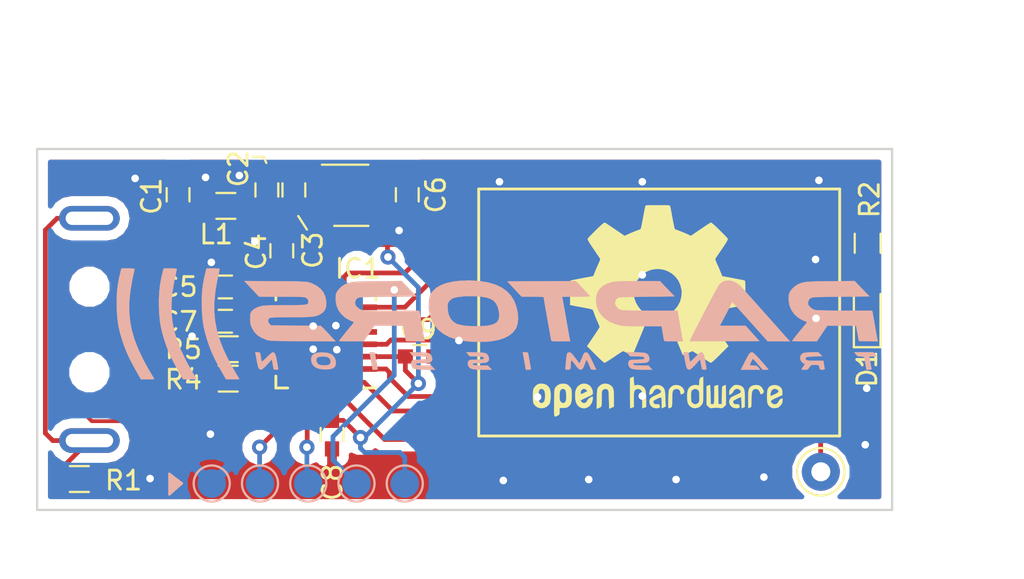
<source format=kicad_pcb>
(kicad_pcb (version 20171130) (host pcbnew "(6.0.0-rc1-dev-479-g831c9b6f6-dirty)")

  (general
    (thickness 1.6)
    (drawings 20)
    (tracks 251)
    (zones 0)
    (modules 27)
    (nets 24)
  )

  (page A4)
  (layers
    (0 F.Cu signal)
    (31 B.Cu signal)
    (32 B.Adhes user)
    (33 F.Adhes user)
    (34 B.Paste user)
    (35 F.Paste user)
    (36 B.SilkS user hide)
    (37 F.SilkS user hide)
    (38 B.Mask user)
    (39 F.Mask user)
    (40 Dwgs.User user)
    (41 Cmts.User user)
    (42 Eco1.User user)
    (43 Eco2.User user)
    (44 Edge.Cuts user)
    (45 Margin user)
    (46 B.CrtYd user)
    (47 F.CrtYd user)
    (48 B.Fab user hide)
    (49 F.Fab user hide)
  )

  (setup
    (last_trace_width 0.25)
    (user_trace_width 0.16)
    (trace_clearance 0.16)
    (zone_clearance 0.508)
    (zone_45_only no)
    (trace_min 0.16)
    (via_size 0.8)
    (via_drill 0.4)
    (via_min_size 0.4)
    (via_min_drill 0.3)
    (uvia_size 0.3)
    (uvia_drill 0.1)
    (uvias_allowed no)
    (uvia_min_size 0.2)
    (uvia_min_drill 0.1)
    (edge_width 0.05)
    (segment_width 0.2)
    (pcb_text_width 0.3)
    (pcb_text_size 1.5 1.5)
    (mod_edge_width 0.12)
    (mod_text_size 1 1)
    (mod_text_width 0.15)
    (pad_size 1.1 1.1)
    (pad_drill 1.1)
    (pad_to_mask_clearance 0.2)
    (solder_mask_min_width 0.25)
    (aux_axis_origin 0 0)
    (visible_elements FFFDEF7F)
    (pcbplotparams
      (layerselection 0x010fc_ffffffff)
      (usegerberextensions false)
      (usegerberattributes false)
      (usegerberadvancedattributes false)
      (creategerberjobfile false)
      (excludeedgelayer true)
      (linewidth 0.100000)
      (plotframeref false)
      (viasonmask false)
      (mode 1)
      (useauxorigin false)
      (hpglpennumber 1)
      (hpglpenspeed 20)
      (hpglpendiameter 15.000000)
      (psnegative false)
      (psa4output false)
      (plotreference true)
      (plotvalue true)
      (plotinvisibletext false)
      (padsonsilk false)
      (subtractmaskfromsilk false)
      (outputformat 1)
      (mirror false)
      (drillshape 0)
      (scaleselection 1)
      (outputdirectory "Gerber/"))
  )

  (net 0 "")
  (net 1 +3V3)
  (net 2 +5V)
  (net 3 GND)
  (net 4 "Net-(J1-Pad5)")
  (net 5 LED)
  (net 6 "Net-(D1-Pad2)")
  (net 7 D-)
  (net 8 "Net-(C1-Pad1)")
  (net 9 D+)
  (net 10 MOSI)
  (net 11 GDO0)
  (net 12 GDO2)
  (net 13 CSN)
  (net 14 "Net-(ANT1-Pad1)")
  (net 15 "Net-(C5-Pad1)")
  (net 16 "Net-(C7-Pad1)")
  (net 17 MISO)
  (net 18 ~RESET)
  (net 19 "Net-(IC1-Pad17)")
  (net 20 "Net-(IC1-Pad18)")
  (net 21 SWCLK)
  (net 22 SWDIO)
  (net 23 SCK)

  (net_class Default "Ceci est la Netclass par défaut."
    (clearance 0.16)
    (trace_width 0.25)
    (via_dia 0.8)
    (via_drill 0.4)
    (uvia_dia 0.3)
    (uvia_drill 0.1)
    (diff_pair_width 0.2)
    (diff_pair_gap 0.16)
    (add_net +3V3)
    (add_net +5V)
    (add_net CSN)
    (add_net D+)
    (add_net D-)
    (add_net GDO0)
    (add_net GDO2)
    (add_net GND)
    (add_net LED)
    (add_net MISO)
    (add_net MOSI)
    (add_net "Net-(ANT1-Pad1)")
    (add_net "Net-(C1-Pad1)")
    (add_net "Net-(C5-Pad1)")
    (add_net "Net-(C7-Pad1)")
    (add_net "Net-(D1-Pad2)")
    (add_net "Net-(IC1-Pad17)")
    (add_net "Net-(IC1-Pad18)")
    (add_net "Net-(J1-Pad5)")
    (add_net SCK)
    (add_net SWCLK)
    (add_net SWDIO)
    (add_net ~RESET)
  )

  (module Connectors_TestPoints:Test_Point_Pad_d1.5mm (layer B.Cu) (tedit 59B53D7B) (tstamp 5B97032A)
    (at 150.4892 108.7714)
    (descr "SMD pad as test Point, diameter 1.5mm")
    (tags "test point SMD pad")
    (path /5B7D96DD)
    (attr virtual)
    (fp_text reference J6 (at 0 1.648) (layer B.SilkS) hide
      (effects (font (size 1 1) (thickness 0.15)) (justify mirror))
    )
    (fp_text value TestPoint (at 0 -1.75) (layer B.Fab)
      (effects (font (size 1 1) (thickness 0.15)) (justify mirror))
    )
    (fp_text user %R (at 0 1.65) (layer B.Fab)
      (effects (font (size 1 1) (thickness 0.15)) (justify mirror))
    )
    (fp_circle (center 0 0) (end 1.25 0) (layer B.CrtYd) (width 0.05))
    (fp_circle (center 0 0) (end 0 -0.95) (layer B.SilkS) (width 0.12))
    (pad 1 smd circle (at 0 0) (size 1.5 1.5) (layers B.Cu B.Mask)
      (net 21 SWCLK))
  )

  (module Connectors_TestPoints:Test_Point_Pad_d1.5mm (layer B.Cu) (tedit 59B53D7B) (tstamp 5B970306)
    (at 153.0292 108.7714)
    (descr "SMD pad as test Point, diameter 1.5mm")
    (tags "test point SMD pad")
    (path /5B7D969E)
    (attr virtual)
    (fp_text reference J5 (at 0 1.648) (layer B.SilkS) hide
      (effects (font (size 1 1) (thickness 0.15)) (justify mirror))
    )
    (fp_text value TestPoint (at 0 -1.75) (layer B.Fab)
      (effects (font (size 1 1) (thickness 0.15)) (justify mirror))
    )
    (fp_text user %R (at 0 1.65) (layer B.Fab)
      (effects (font (size 1 1) (thickness 0.15)) (justify mirror))
    )
    (fp_circle (center 0 0) (end 1.25 0) (layer B.CrtYd) (width 0.05))
    (fp_circle (center 0 0) (end 0 -0.95) (layer B.SilkS) (width 0.12))
    (pad 1 smd circle (at 0 0) (size 1.5 1.5) (layers B.Cu B.Mask)
      (net 22 SWDIO))
  )

  (module Connectors_TestPoints:Test_Point_Pad_d1.5mm (layer B.Cu) (tedit 59B53D7B) (tstamp 5B852B36)
    (at 147.9492 108.7714)
    (descr "SMD pad as test Point, diameter 1.5mm")
    (tags "test point SMD pad")
    (path /5B7D9654)
    (attr virtual)
    (fp_text reference J4 (at 0 1.648) (layer B.SilkS) hide
      (effects (font (size 1 1) (thickness 0.15)) (justify mirror))
    )
    (fp_text value TestPoint (at 0 -1.75) (layer B.Fab)
      (effects (font (size 1 1) (thickness 0.15)) (justify mirror))
    )
    (fp_text user %R (at 0 1.65) (layer B.Fab)
      (effects (font (size 1 1) (thickness 0.15)) (justify mirror))
    )
    (fp_circle (center 0 0) (end 1.25 0) (layer B.CrtYd) (width 0.05))
    (fp_circle (center 0 0) (end 0 -0.95) (layer B.SilkS) (width 0.12))
    (pad 1 smd circle (at 0 0) (size 1.5 1.5) (layers B.Cu B.Mask)
      (net 3 GND))
  )

  (module Connectors_TestPoints:Test_Point_Pad_d1.5mm (layer B.Cu) (tedit 59B53D7B) (tstamp 5B9768CB)
    (at 158.1092 108.7714)
    (descr "SMD pad as test Point, diameter 1.5mm")
    (tags "test point SMD pad")
    (path /5B7D95BB)
    (attr virtual)
    (fp_text reference J3 (at 0 1.648) (layer B.SilkS) hide
      (effects (font (size 1 1) (thickness 0.15)) (justify mirror))
    )
    (fp_text value TestPoint (at 0 -1.75) (layer B.Fab)
      (effects (font (size 1 1) (thickness 0.15)) (justify mirror))
    )
    (fp_text user %R (at 0 1.65) (layer B.Fab)
      (effects (font (size 1 1) (thickness 0.15)) (justify mirror))
    )
    (fp_circle (center 0 0) (end 1.25 0) (layer B.CrtYd) (width 0.05))
    (fp_circle (center 0 0) (end 0 -0.95) (layer B.SilkS) (width 0.12))
    (pad 1 smd circle (at 0 0) (size 1.5 1.5) (layers B.Cu B.Mask)
      (net 1 +3V3))
  )

  (module Connectors_TestPoints:Test_Point_Pad_d1.5mm (layer B.Cu) (tedit 59B53D7B) (tstamp 5B8573AC)
    (at 155.5692 108.7714)
    (descr "SMD pad as test Point, diameter 1.5mm")
    (tags "test point SMD pad")
    (path /5B7D9504)
    (attr virtual)
    (fp_text reference J2 (at 0 1.648) (layer B.SilkS) hide
      (effects (font (size 1 1) (thickness 0.15)) (justify mirror))
    )
    (fp_text value TestPoint (at 0 -1.75) (layer B.Fab)
      (effects (font (size 1 1) (thickness 0.15)) (justify mirror))
    )
    (fp_text user %R (at 0 1.65) (layer B.Fab)
      (effects (font (size 1 1) (thickness 0.15)) (justify mirror))
    )
    (fp_circle (center 0 0) (end 1.25 0) (layer B.CrtYd) (width 0.05))
    (fp_circle (center 0 0) (end 0 -0.95) (layer B.SilkS) (width 0.12))
    (pad 1 smd circle (at 0 0) (size 1.5 1.5) (layers B.Cu B.Mask)
      (net 18 ~RESET))
  )

  (module LEDs:LED_0805 (layer F.Cu) (tedit 59959803) (tstamp 5B852AC5)
    (at 182.4482 99.7966 90)
    (descr "LED 0805 smd package")
    (tags "LED led 0805 SMD smd SMT smt smdled SMDLED smtled SMTLED")
    (path /5B61E4BB)
    (attr smd)
    (fp_text reference D1 (at -2.9464 0 90) (layer F.SilkS)
      (effects (font (size 1 1) (thickness 0.15)))
    )
    (fp_text value LED_ALT (at 0 1.55 90) (layer F.Fab)
      (effects (font (size 1 1) (thickness 0.15)))
    )
    (fp_line (start -1.8 -0.7) (end -1.8 0.7) (layer F.SilkS) (width 0.12))
    (fp_line (start -0.4 -0.4) (end -0.4 0.4) (layer F.Fab) (width 0.1))
    (fp_line (start -0.4 0) (end 0.2 -0.4) (layer F.Fab) (width 0.1))
    (fp_line (start 0.2 0.4) (end -0.4 0) (layer F.Fab) (width 0.1))
    (fp_line (start 0.2 -0.4) (end 0.2 0.4) (layer F.Fab) (width 0.1))
    (fp_line (start 1 0.6) (end -1 0.6) (layer F.Fab) (width 0.1))
    (fp_line (start 1 -0.6) (end 1 0.6) (layer F.Fab) (width 0.1))
    (fp_line (start -1 -0.6) (end 1 -0.6) (layer F.Fab) (width 0.1))
    (fp_line (start -1 0.6) (end -1 -0.6) (layer F.Fab) (width 0.1))
    (fp_line (start -1.8 0.7) (end 1 0.7) (layer F.SilkS) (width 0.12))
    (fp_line (start -1.8 -0.7) (end 1 -0.7) (layer F.SilkS) (width 0.12))
    (fp_line (start 1.95 -0.85) (end 1.95 0.85) (layer F.CrtYd) (width 0.05))
    (fp_line (start 1.95 0.85) (end -1.95 0.85) (layer F.CrtYd) (width 0.05))
    (fp_line (start -1.95 0.85) (end -1.95 -0.85) (layer F.CrtYd) (width 0.05))
    (fp_line (start -1.95 -0.85) (end 1.95 -0.85) (layer F.CrtYd) (width 0.05))
    (fp_text user %R (at 0 -1.25 90) (layer F.Fab)
      (effects (font (size 0.4 0.4) (thickness 0.1)))
    )
    (pad 2 smd rect (at 1.1 0 270) (size 1.2 1.2) (layers F.Cu F.Paste F.Mask)
      (net 6 "Net-(D1-Pad2)"))
    (pad 1 smd rect (at -1.1 0 270) (size 1.2 1.2) (layers F.Cu F.Paste F.Mask)
      (net 3 GND))
    (model ${KISYS3DMOD}/LED_SMD.3dshapes/LED_0805_2012Metric.wrl
      (at (xyz 0 0 0))
      (scale (xyz 1 1 1))
      (rotate (xyz 0 0 180))
    )
  )

  (module Resistors_SMD:R_0603 (layer F.Cu) (tedit 58E0A804) (tstamp 5B852A91)
    (at 182.4736 96.1256 270)
    (descr "Resistor SMD 0603, reflow soldering, Vishay (see dcrcw.pdf)")
    (tags "resistor 0603")
    (path /5B7E08B9)
    (attr smd)
    (fp_text reference R2 (at -2.298 -0.1016 270) (layer F.SilkS)
      (effects (font (size 1 1) (thickness 0.15)))
    )
    (fp_text value 50R (at 0 1.5 270) (layer F.Fab)
      (effects (font (size 1 1) (thickness 0.15)))
    )
    (fp_text user %R (at 0 0 270) (layer F.Fab)
      (effects (font (size 0.4 0.4) (thickness 0.075)))
    )
    (fp_line (start -0.8 0.4) (end -0.8 -0.4) (layer F.Fab) (width 0.1))
    (fp_line (start 0.8 0.4) (end -0.8 0.4) (layer F.Fab) (width 0.1))
    (fp_line (start 0.8 -0.4) (end 0.8 0.4) (layer F.Fab) (width 0.1))
    (fp_line (start -0.8 -0.4) (end 0.8 -0.4) (layer F.Fab) (width 0.1))
    (fp_line (start 0.5 0.68) (end -0.5 0.68) (layer F.SilkS) (width 0.12))
    (fp_line (start -0.5 -0.68) (end 0.5 -0.68) (layer F.SilkS) (width 0.12))
    (fp_line (start -1.25 -0.7) (end 1.25 -0.7) (layer F.CrtYd) (width 0.05))
    (fp_line (start -1.25 -0.7) (end -1.25 0.7) (layer F.CrtYd) (width 0.05))
    (fp_line (start 1.25 0.7) (end 1.25 -0.7) (layer F.CrtYd) (width 0.05))
    (fp_line (start 1.25 0.7) (end -1.25 0.7) (layer F.CrtYd) (width 0.05))
    (pad 1 smd rect (at -0.75 0 270) (size 0.5 0.9) (layers F.Cu F.Paste F.Mask)
      (net 5 LED))
    (pad 2 smd rect (at 0.75 0 270) (size 0.5 0.9) (layers F.Cu F.Paste F.Mask)
      (net 6 "Net-(D1-Pad2)"))
    (model ${KISYS3DMOD}/Resistor_SMD.3dshapes/R_0603_1608Metric.wrl
      (at (xyz 0 0 0))
      (scale (xyz 1 1 1))
      (rotate (xyz 0 0 0))
    )
  )

  (module Capacitors_SMD:C_0603 (layer F.Cu) (tedit 59958EE7) (tstamp 5B97619F)
    (at 158.8904 102.0826 180)
    (descr "Capacitor SMD 0603, reflow soldering, AVX (see smccp.pdf)")
    (tags "capacitor 0603")
    (path /5B9B555C)
    (attr smd)
    (fp_text reference C9 (at 0.0642 1.4224 180) (layer F.SilkS)
      (effects (font (size 1 1) (thickness 0.15)))
    )
    (fp_text value 1uF (at 0 1.5 180) (layer F.Fab)
      (effects (font (size 1 1) (thickness 0.15)))
    )
    (fp_line (start 1.4 0.65) (end -1.4 0.65) (layer F.CrtYd) (width 0.05))
    (fp_line (start 1.4 0.65) (end 1.4 -0.65) (layer F.CrtYd) (width 0.05))
    (fp_line (start -1.4 -0.65) (end -1.4 0.65) (layer F.CrtYd) (width 0.05))
    (fp_line (start -1.4 -0.65) (end 1.4 -0.65) (layer F.CrtYd) (width 0.05))
    (fp_line (start 0.35 0.6) (end -0.35 0.6) (layer F.SilkS) (width 0.12))
    (fp_line (start -0.35 -0.6) (end 0.35 -0.6) (layer F.SilkS) (width 0.12))
    (fp_line (start -0.8 -0.4) (end 0.8 -0.4) (layer F.Fab) (width 0.1))
    (fp_line (start 0.8 -0.4) (end 0.8 0.4) (layer F.Fab) (width 0.1))
    (fp_line (start 0.8 0.4) (end -0.8 0.4) (layer F.Fab) (width 0.1))
    (fp_line (start -0.8 0.4) (end -0.8 -0.4) (layer F.Fab) (width 0.1))
    (fp_text user %R (at 0 0 180) (layer F.Fab)
      (effects (font (size 0.3 0.3) (thickness 0.075)))
    )
    (pad 2 smd rect (at 0.75 0 180) (size 0.8 0.75) (layers F.Cu F.Paste F.Mask)
      (net 1 +3V3))
    (pad 1 smd rect (at -0.75 0 180) (size 0.8 0.75) (layers F.Cu F.Paste F.Mask)
      (net 3 GND))
    (model ${KISYS3DMOD}/Capacitor_SMD.3dshapes/C_0603_1608Metric.wrl
      (at (xyz 0 0 0))
      (scale (xyz 1 1 1))
      (rotate (xyz 0 0 0))
    )
  )

  (module Capacitors_SMD:C_0603 (layer F.Cu) (tedit 59958EE7) (tstamp 5B9761CF)
    (at 154.2796 106.1974 90)
    (descr "Capacitor SMD 0603, reflow soldering, AVX (see smccp.pdf)")
    (tags "capacitor 0603")
    (path /5B9A9960)
    (attr smd)
    (fp_text reference C8 (at -2.5146 0.0254 90) (layer F.SilkS)
      (effects (font (size 1 1) (thickness 0.15)))
    )
    (fp_text value 1uF (at 0 1.5 90) (layer F.Fab)
      (effects (font (size 1 1) (thickness 0.15)))
    )
    (fp_line (start 1.4 0.65) (end -1.4 0.65) (layer F.CrtYd) (width 0.05))
    (fp_line (start 1.4 0.65) (end 1.4 -0.65) (layer F.CrtYd) (width 0.05))
    (fp_line (start -1.4 -0.65) (end -1.4 0.65) (layer F.CrtYd) (width 0.05))
    (fp_line (start -1.4 -0.65) (end 1.4 -0.65) (layer F.CrtYd) (width 0.05))
    (fp_line (start 0.35 0.6) (end -0.35 0.6) (layer F.SilkS) (width 0.12))
    (fp_line (start -0.35 -0.6) (end 0.35 -0.6) (layer F.SilkS) (width 0.12))
    (fp_line (start -0.8 -0.4) (end 0.8 -0.4) (layer F.Fab) (width 0.1))
    (fp_line (start 0.8 -0.4) (end 0.8 0.4) (layer F.Fab) (width 0.1))
    (fp_line (start 0.8 0.4) (end -0.8 0.4) (layer F.Fab) (width 0.1))
    (fp_line (start -0.8 0.4) (end -0.8 -0.4) (layer F.Fab) (width 0.1))
    (fp_text user %R (at 0 0 90) (layer F.Fab)
      (effects (font (size 0.3 0.3) (thickness 0.075)))
    )
    (pad 2 smd rect (at 0.75 0 90) (size 0.8 0.75) (layers F.Cu F.Paste F.Mask)
      (net 1 +3V3))
    (pad 1 smd rect (at -0.75 0 90) (size 0.8 0.75) (layers F.Cu F.Paste F.Mask)
      (net 3 GND))
    (model ${KISYS3DMOD}/Capacitor_SMD.3dshapes/C_0603_1608Metric.wrl
      (at (xyz 0 0 0))
      (scale (xyz 1 1 1))
      (rotate (xyz 0 0 0))
    )
  )

  (module Capacitors_SMD:C_0603 (layer F.Cu) (tedit 59958EE7) (tstamp 5B973C5F)
    (at 146.177 93.5736 90)
    (descr "Capacitor SMD 0603, reflow soldering, AVX (see smccp.pdf)")
    (tags "capacitor 0603")
    (path /5B6302A0)
    (attr smd)
    (fp_text reference C1 (at -0.0762 -1.397 90) (layer F.SilkS)
      (effects (font (size 1 1) (thickness 0.15)))
    )
    (fp_text value 10nF (at 0 1.5 90) (layer F.Fab)
      (effects (font (size 1 1) (thickness 0.15)))
    )
    (fp_line (start 1.4 0.65) (end -1.4 0.65) (layer F.CrtYd) (width 0.05))
    (fp_line (start 1.4 0.65) (end 1.4 -0.65) (layer F.CrtYd) (width 0.05))
    (fp_line (start -1.4 -0.65) (end -1.4 0.65) (layer F.CrtYd) (width 0.05))
    (fp_line (start -1.4 -0.65) (end 1.4 -0.65) (layer F.CrtYd) (width 0.05))
    (fp_line (start 0.35 0.6) (end -0.35 0.6) (layer F.SilkS) (width 0.12))
    (fp_line (start -0.35 -0.6) (end 0.35 -0.6) (layer F.SilkS) (width 0.12))
    (fp_line (start -0.8 -0.4) (end 0.8 -0.4) (layer F.Fab) (width 0.1))
    (fp_line (start 0.8 -0.4) (end 0.8 0.4) (layer F.Fab) (width 0.1))
    (fp_line (start 0.8 0.4) (end -0.8 0.4) (layer F.Fab) (width 0.1))
    (fp_line (start -0.8 0.4) (end -0.8 -0.4) (layer F.Fab) (width 0.1))
    (fp_text user %R (at 0 0 90) (layer F.Fab)
      (effects (font (size 0.3 0.3) (thickness 0.075)))
    )
    (pad 2 smd rect (at 0.75 0 90) (size 0.8 0.75) (layers F.Cu F.Paste F.Mask)
      (net 3 GND))
    (pad 1 smd rect (at -0.75 0 90) (size 0.8 0.75) (layers F.Cu F.Paste F.Mask)
      (net 8 "Net-(C1-Pad1)"))
    (model ${KISYS3DMOD}/Capacitor_SMD.3dshapes/C_0603_1608Metric.wrl
      (at (xyz 0 0 0))
      (scale (xyz 1 1 1))
      (rotate (xyz 0 0 0))
    )
  )

  (module Resistors_SMD:R_0603 (layer F.Cu) (tedit 58E0A804) (tstamp 5B9760DF)
    (at 148.8186 101.7016)
    (descr "Resistor SMD 0603, reflow soldering, Vishay (see dcrcw.pdf)")
    (tags "resistor 0603")
    (path /5B9A86D7)
    (attr smd)
    (fp_text reference R5 (at -2.3622 0) (layer F.SilkS)
      (effects (font (size 1 1) (thickness 0.15)))
    )
    (fp_text value 15R (at 0 1.5) (layer F.Fab)
      (effects (font (size 1 1) (thickness 0.15)))
    )
    (fp_text user %R (at 0 0) (layer F.Fab)
      (effects (font (size 0.4 0.4) (thickness 0.075)))
    )
    (fp_line (start -0.8 0.4) (end -0.8 -0.4) (layer F.Fab) (width 0.1))
    (fp_line (start 0.8 0.4) (end -0.8 0.4) (layer F.Fab) (width 0.1))
    (fp_line (start 0.8 -0.4) (end 0.8 0.4) (layer F.Fab) (width 0.1))
    (fp_line (start -0.8 -0.4) (end 0.8 -0.4) (layer F.Fab) (width 0.1))
    (fp_line (start 0.5 0.68) (end -0.5 0.68) (layer F.SilkS) (width 0.12))
    (fp_line (start -0.5 -0.68) (end 0.5 -0.68) (layer F.SilkS) (width 0.12))
    (fp_line (start -1.25 -0.7) (end 1.25 -0.7) (layer F.CrtYd) (width 0.05))
    (fp_line (start -1.25 -0.7) (end -1.25 0.7) (layer F.CrtYd) (width 0.05))
    (fp_line (start 1.25 0.7) (end 1.25 -0.7) (layer F.CrtYd) (width 0.05))
    (fp_line (start 1.25 0.7) (end -1.25 0.7) (layer F.CrtYd) (width 0.05))
    (pad 1 smd rect (at -0.75 0) (size 0.5 0.9) (layers F.Cu F.Paste F.Mask)
      (net 7 D-))
    (pad 2 smd rect (at 0.75 0) (size 0.5 0.9) (layers F.Cu F.Paste F.Mask)
      (net 19 "Net-(IC1-Pad17)"))
    (model ${KISYS3DMOD}/Resistor_SMD.3dshapes/R_0603_1608Metric.wrl
      (at (xyz 0 0 0))
      (scale (xyz 1 1 1))
      (rotate (xyz 0 0 0))
    )
  )

  (module Resistors_SMD:R_0603 (layer F.Cu) (tedit 58E0A804) (tstamp 5B97610F)
    (at 148.8186 103.251 180)
    (descr "Resistor SMD 0603, reflow soldering, Vishay (see dcrcw.pdf)")
    (tags "resistor 0603")
    (path /5B9A8653)
    (attr smd)
    (fp_text reference R4 (at 2.3622 -0.0508 180) (layer F.SilkS)
      (effects (font (size 1 1) (thickness 0.15)))
    )
    (fp_text value 15R (at 0 1.5 180) (layer F.Fab)
      (effects (font (size 1 1) (thickness 0.15)))
    )
    (fp_text user %R (at 0 0 180) (layer F.Fab)
      (effects (font (size 0.4 0.4) (thickness 0.075)))
    )
    (fp_line (start -0.8 0.4) (end -0.8 -0.4) (layer F.Fab) (width 0.1))
    (fp_line (start 0.8 0.4) (end -0.8 0.4) (layer F.Fab) (width 0.1))
    (fp_line (start 0.8 -0.4) (end 0.8 0.4) (layer F.Fab) (width 0.1))
    (fp_line (start -0.8 -0.4) (end 0.8 -0.4) (layer F.Fab) (width 0.1))
    (fp_line (start 0.5 0.68) (end -0.5 0.68) (layer F.SilkS) (width 0.12))
    (fp_line (start -0.5 -0.68) (end 0.5 -0.68) (layer F.SilkS) (width 0.12))
    (fp_line (start -1.25 -0.7) (end 1.25 -0.7) (layer F.CrtYd) (width 0.05))
    (fp_line (start -1.25 -0.7) (end -1.25 0.7) (layer F.CrtYd) (width 0.05))
    (fp_line (start 1.25 0.7) (end 1.25 -0.7) (layer F.CrtYd) (width 0.05))
    (fp_line (start 1.25 0.7) (end -1.25 0.7) (layer F.CrtYd) (width 0.05))
    (pad 1 smd rect (at -0.75 0 180) (size 0.5 0.9) (layers F.Cu F.Paste F.Mask)
      (net 20 "Net-(IC1-Pad18)"))
    (pad 2 smd rect (at 0.75 0 180) (size 0.5 0.9) (layers F.Cu F.Paste F.Mask)
      (net 9 D+))
    (model ${KISYS3DMOD}/Resistor_SMD.3dshapes/R_0603_1608Metric.wrl
      (at (xyz 0 0 0))
      (scale (xyz 1 1 1))
      (rotate (xyz 0 0 0))
    )
  )

  (module Resistors_SMD:R_0603 (layer F.Cu) (tedit 58E0A804) (tstamp 5B970AF3)
    (at 140.982 108.5342)
    (descr "Resistor SMD 0603, reflow soldering, Vishay (see dcrcw.pdf)")
    (tags "resistor 0603")
    (path /5B62F9B3)
    (attr smd)
    (fp_text reference R1 (at 2.3248 0.0762) (layer F.SilkS)
      (effects (font (size 1 1) (thickness 0.15)))
    )
    (fp_text value 1M (at 0 1.5) (layer F.Fab)
      (effects (font (size 1 1) (thickness 0.15)))
    )
    (fp_text user %R (at 0 0) (layer F.Fab)
      (effects (font (size 0.4 0.4) (thickness 0.075)))
    )
    (fp_line (start -0.8 0.4) (end -0.8 -0.4) (layer F.Fab) (width 0.1))
    (fp_line (start 0.8 0.4) (end -0.8 0.4) (layer F.Fab) (width 0.1))
    (fp_line (start 0.8 -0.4) (end 0.8 0.4) (layer F.Fab) (width 0.1))
    (fp_line (start -0.8 -0.4) (end 0.8 -0.4) (layer F.Fab) (width 0.1))
    (fp_line (start 0.5 0.68) (end -0.5 0.68) (layer F.SilkS) (width 0.12))
    (fp_line (start -0.5 -0.68) (end 0.5 -0.68) (layer F.SilkS) (width 0.12))
    (fp_line (start -1.25 -0.7) (end 1.25 -0.7) (layer F.CrtYd) (width 0.05))
    (fp_line (start -1.25 -0.7) (end -1.25 0.7) (layer F.CrtYd) (width 0.05))
    (fp_line (start 1.25 0.7) (end 1.25 -0.7) (layer F.CrtYd) (width 0.05))
    (fp_line (start 1.25 0.7) (end -1.25 0.7) (layer F.CrtYd) (width 0.05))
    (pad 1 smd rect (at -0.75 0) (size 0.5 0.9) (layers F.Cu F.Paste F.Mask)
      (net 4 "Net-(J1-Pad5)"))
    (pad 2 smd rect (at 0.75 0) (size 0.5 0.9) (layers F.Cu F.Paste F.Mask)
      (net 3 GND))
    (model ${KISYS3DMOD}/Resistor_SMD.3dshapes/R_0603_1608Metric.wrl
      (at (xyz 0 0 0))
      (scale (xyz 1 1 1))
      (rotate (xyz 0 0 0))
    )
  )

  (module Inductors_SMD:L_0603 (layer F.Cu) (tedit 58307A47) (tstamp 5B973C2F)
    (at 148.6916 94.1578)
    (descr "Resistor SMD 0603, reflow soldering, Vishay (see dcrcw.pdf)")
    (tags "resistor 0603")
    (path /5B62FF31)
    (attr smd)
    (fp_text reference L1 (at -0.508 1.4986) (layer F.SilkS)
      (effects (font (size 1 1) (thickness 0.15)))
    )
    (fp_text value 33R (at 0 1.9) (layer F.Fab)
      (effects (font (size 1 1) (thickness 0.15)))
    )
    (fp_text user %R (at 0 0) (layer F.Fab)
      (effects (font (size 0.4 0.4) (thickness 0.075)))
    )
    (fp_line (start -0.8 0.4) (end -0.8 -0.4) (layer F.Fab) (width 0.1))
    (fp_line (start 0.8 0.4) (end -0.8 0.4) (layer F.Fab) (width 0.1))
    (fp_line (start 0.8 -0.4) (end 0.8 0.4) (layer F.Fab) (width 0.1))
    (fp_line (start -0.8 -0.4) (end 0.8 -0.4) (layer F.Fab) (width 0.1))
    (fp_line (start -1.3 -0.8) (end 1.3 -0.8) (layer F.CrtYd) (width 0.05))
    (fp_line (start -1.3 0.8) (end 1.3 0.8) (layer F.CrtYd) (width 0.05))
    (fp_line (start -1.3 -0.8) (end -1.3 0.8) (layer F.CrtYd) (width 0.05))
    (fp_line (start 1.3 -0.8) (end 1.3 0.8) (layer F.CrtYd) (width 0.05))
    (fp_line (start 0.5 0.68) (end -0.5 0.68) (layer F.SilkS) (width 0.12))
    (fp_line (start -0.5 -0.68) (end 0.5 -0.68) (layer F.SilkS) (width 0.12))
    (pad 1 smd rect (at -0.75 0) (size 0.5 0.9) (layers F.Cu F.Paste F.Mask)
      (net 8 "Net-(C1-Pad1)"))
    (pad 2 smd rect (at 0.75 0) (size 0.5 0.9) (layers F.Cu F.Paste F.Mask)
      (net 2 +5V))
    (model ${KISYS3DMOD}/Inductor_SMD.3dshapes/L_0603_1608Metric.wrl
      (at (xyz 0 0 0))
      (scale (xyz 1 1 1))
      (rotate (xyz 0 0 0))
    )
  )

  (module Capacitors_SMD:C_0603 (layer F.Cu) (tedit 59958EE7) (tstamp 5B97613F)
    (at 148.6662 100.2284 180)
    (descr "Capacitor SMD 0603, reflow soldering, AVX (see smccp.pdf)")
    (tags "capacitor 0603")
    (path /5B98F486)
    (attr smd)
    (fp_text reference C7 (at 2.4384 -0.0254 180) (layer F.SilkS)
      (effects (font (size 1 1) (thickness 0.15)))
    )
    (fp_text value 1uF (at 0 1.5 180) (layer F.Fab)
      (effects (font (size 1 1) (thickness 0.15)))
    )
    (fp_line (start 1.4 0.65) (end -1.4 0.65) (layer F.CrtYd) (width 0.05))
    (fp_line (start 1.4 0.65) (end 1.4 -0.65) (layer F.CrtYd) (width 0.05))
    (fp_line (start -1.4 -0.65) (end -1.4 0.65) (layer F.CrtYd) (width 0.05))
    (fp_line (start -1.4 -0.65) (end 1.4 -0.65) (layer F.CrtYd) (width 0.05))
    (fp_line (start 0.35 0.6) (end -0.35 0.6) (layer F.SilkS) (width 0.12))
    (fp_line (start -0.35 -0.6) (end 0.35 -0.6) (layer F.SilkS) (width 0.12))
    (fp_line (start -0.8 -0.4) (end 0.8 -0.4) (layer F.Fab) (width 0.1))
    (fp_line (start 0.8 -0.4) (end 0.8 0.4) (layer F.Fab) (width 0.1))
    (fp_line (start 0.8 0.4) (end -0.8 0.4) (layer F.Fab) (width 0.1))
    (fp_line (start -0.8 0.4) (end -0.8 -0.4) (layer F.Fab) (width 0.1))
    (fp_text user %R (at 0 0 180) (layer F.Fab)
      (effects (font (size 0.3 0.3) (thickness 0.075)))
    )
    (pad 2 smd rect (at 0.75 0 180) (size 0.8 0.75) (layers F.Cu F.Paste F.Mask)
      (net 3 GND))
    (pad 1 smd rect (at -0.75 0 180) (size 0.8 0.75) (layers F.Cu F.Paste F.Mask)
      (net 16 "Net-(C7-Pad1)"))
    (model ${KISYS3DMOD}/Capacitor_SMD.3dshapes/C_0603_1608Metric.wrl
      (at (xyz 0 0 0))
      (scale (xyz 1 1 1))
      (rotate (xyz 0 0 0))
    )
  )

  (module Capacitors_SMD:C_0603 (layer F.Cu) (tedit 59958EE7) (tstamp 5B973BFF)
    (at 158.242 93.5736 270)
    (descr "Capacitor SMD 0603, reflow soldering, AVX (see smccp.pdf)")
    (tags "capacitor 0603")
    (path /5B684462)
    (attr smd)
    (fp_text reference C6 (at 0 -1.5 270) (layer F.SilkS)
      (effects (font (size 1 1) (thickness 0.15)))
    )
    (fp_text value 100nF (at 0 1.5 270) (layer F.Fab)
      (effects (font (size 1 1) (thickness 0.15)))
    )
    (fp_line (start 1.4 0.65) (end -1.4 0.65) (layer F.CrtYd) (width 0.05))
    (fp_line (start 1.4 0.65) (end 1.4 -0.65) (layer F.CrtYd) (width 0.05))
    (fp_line (start -1.4 -0.65) (end -1.4 0.65) (layer F.CrtYd) (width 0.05))
    (fp_line (start -1.4 -0.65) (end 1.4 -0.65) (layer F.CrtYd) (width 0.05))
    (fp_line (start 0.35 0.6) (end -0.35 0.6) (layer F.SilkS) (width 0.12))
    (fp_line (start -0.35 -0.6) (end 0.35 -0.6) (layer F.SilkS) (width 0.12))
    (fp_line (start -0.8 -0.4) (end 0.8 -0.4) (layer F.Fab) (width 0.1))
    (fp_line (start 0.8 -0.4) (end 0.8 0.4) (layer F.Fab) (width 0.1))
    (fp_line (start 0.8 0.4) (end -0.8 0.4) (layer F.Fab) (width 0.1))
    (fp_line (start -0.8 0.4) (end -0.8 -0.4) (layer F.Fab) (width 0.1))
    (fp_text user %R (at 0 0 270) (layer F.Fab)
      (effects (font (size 0.3 0.3) (thickness 0.075)))
    )
    (pad 2 smd rect (at 0.75 0 270) (size 0.8 0.75) (layers F.Cu F.Paste F.Mask)
      (net 3 GND))
    (pad 1 smd rect (at -0.75 0 270) (size 0.8 0.75) (layers F.Cu F.Paste F.Mask)
      (net 1 +3V3))
    (model ${KISYS3DMOD}/Capacitor_SMD.3dshapes/C_0603_1608Metric.wrl
      (at (xyz 0 0 0))
      (scale (xyz 1 1 1))
      (rotate (xyz 0 0 0))
    )
  )

  (module Capacitors_SMD:C_0603 (layer F.Cu) (tedit 59958EE7) (tstamp 5B97616F)
    (at 148.6662 98.425 180)
    (descr "Capacitor SMD 0603, reflow soldering, AVX (see smccp.pdf)")
    (tags "capacitor 0603")
    (path /5B9811AE)
    (attr smd)
    (fp_text reference C5 (at 2.4384 0 180) (layer F.SilkS)
      (effects (font (size 1 1) (thickness 0.15)))
    )
    (fp_text value 1uF (at 0 1.5 180) (layer F.Fab)
      (effects (font (size 1 1) (thickness 0.15)))
    )
    (fp_line (start 1.4 0.65) (end -1.4 0.65) (layer F.CrtYd) (width 0.05))
    (fp_line (start 1.4 0.65) (end 1.4 -0.65) (layer F.CrtYd) (width 0.05))
    (fp_line (start -1.4 -0.65) (end -1.4 0.65) (layer F.CrtYd) (width 0.05))
    (fp_line (start -1.4 -0.65) (end 1.4 -0.65) (layer F.CrtYd) (width 0.05))
    (fp_line (start 0.35 0.6) (end -0.35 0.6) (layer F.SilkS) (width 0.12))
    (fp_line (start -0.35 -0.6) (end 0.35 -0.6) (layer F.SilkS) (width 0.12))
    (fp_line (start -0.8 -0.4) (end 0.8 -0.4) (layer F.Fab) (width 0.1))
    (fp_line (start 0.8 -0.4) (end 0.8 0.4) (layer F.Fab) (width 0.1))
    (fp_line (start 0.8 0.4) (end -0.8 0.4) (layer F.Fab) (width 0.1))
    (fp_line (start -0.8 0.4) (end -0.8 -0.4) (layer F.Fab) (width 0.1))
    (fp_text user %R (at 0 0 180) (layer F.Fab)
      (effects (font (size 0.3 0.3) (thickness 0.075)))
    )
    (pad 2 smd rect (at 0.75 0 180) (size 0.8 0.75) (layers F.Cu F.Paste F.Mask)
      (net 3 GND))
    (pad 1 smd rect (at -0.75 0 180) (size 0.8 0.75) (layers F.Cu F.Paste F.Mask)
      (net 15 "Net-(C5-Pad1)"))
    (model ${KISYS3DMOD}/Capacitor_SMD.3dshapes/C_0603_1608Metric.wrl
      (at (xyz 0 0 0))
      (scale (xyz 1 1 1))
      (rotate (xyz 0 0 0))
    )
  )

  (module Capacitors_SMD:C_0603 (layer F.Cu) (tedit 59958EE7) (tstamp 5B852DB3)
    (at 151.638 96.52 90)
    (descr "Capacitor SMD 0603, reflow soldering, AVX (see smccp.pdf)")
    (tags "capacitor 0603")
    (path /5B62FCC2)
    (attr smd)
    (fp_text reference C4 (at -0.0508 -1.3462 90) (layer F.SilkS)
      (effects (font (size 1 1) (thickness 0.15)))
    )
    (fp_text value 100nF (at 0 1.5 90) (layer F.Fab)
      (effects (font (size 1 1) (thickness 0.15)))
    )
    (fp_line (start 1.4 0.65) (end -1.4 0.65) (layer F.CrtYd) (width 0.05))
    (fp_line (start 1.4 0.65) (end 1.4 -0.65) (layer F.CrtYd) (width 0.05))
    (fp_line (start -1.4 -0.65) (end -1.4 0.65) (layer F.CrtYd) (width 0.05))
    (fp_line (start -1.4 -0.65) (end 1.4 -0.65) (layer F.CrtYd) (width 0.05))
    (fp_line (start 0.35 0.6) (end -0.35 0.6) (layer F.SilkS) (width 0.12))
    (fp_line (start -0.35 -0.6) (end 0.35 -0.6) (layer F.SilkS) (width 0.12))
    (fp_line (start -0.8 -0.4) (end 0.8 -0.4) (layer F.Fab) (width 0.1))
    (fp_line (start 0.8 -0.4) (end 0.8 0.4) (layer F.Fab) (width 0.1))
    (fp_line (start 0.8 0.4) (end -0.8 0.4) (layer F.Fab) (width 0.1))
    (fp_line (start -0.8 0.4) (end -0.8 -0.4) (layer F.Fab) (width 0.1))
    (fp_text user %R (at 0 0 90) (layer F.Fab)
      (effects (font (size 0.3 0.3) (thickness 0.075)))
    )
    (pad 2 smd rect (at 0.75 0 90) (size 0.8 0.75) (layers F.Cu F.Paste F.Mask)
      (net 3 GND))
    (pad 1 smd rect (at -0.75 0 90) (size 0.8 0.75) (layers F.Cu F.Paste F.Mask)
      (net 1 +3V3))
    (model ${KISYS3DMOD}/Capacitor_SMD.3dshapes/C_0603_1608Metric.wrl
      (at (xyz 0 0 0))
      (scale (xyz 1 1 1))
      (rotate (xyz 0 0 0))
    )
  )

  (module Capacitors_SMD:C_0603 (layer F.Cu) (tedit 59958EE7) (tstamp 5B973CBF)
    (at 152.273 93.3196 90)
    (descr "Capacitor SMD 0603, reflow soldering, AVX (see smccp.pdf)")
    (tags "capacitor 0603")
    (path /5B887802)
    (attr smd)
    (fp_text reference C3 (at -3.175 0.9906 90) (layer F.SilkS)
      (effects (font (size 1 1) (thickness 0.15)))
    )
    (fp_text value 4.7uF (at 0 1.5 90) (layer F.Fab)
      (effects (font (size 1 1) (thickness 0.15)))
    )
    (fp_line (start 1.4 0.65) (end -1.4 0.65) (layer F.CrtYd) (width 0.05))
    (fp_line (start 1.4 0.65) (end 1.4 -0.65) (layer F.CrtYd) (width 0.05))
    (fp_line (start -1.4 -0.65) (end -1.4 0.65) (layer F.CrtYd) (width 0.05))
    (fp_line (start -1.4 -0.65) (end 1.4 -0.65) (layer F.CrtYd) (width 0.05))
    (fp_line (start 0.35 0.6) (end -0.35 0.6) (layer F.SilkS) (width 0.12))
    (fp_line (start -0.35 -0.6) (end 0.35 -0.6) (layer F.SilkS) (width 0.12))
    (fp_line (start -0.8 -0.4) (end 0.8 -0.4) (layer F.Fab) (width 0.1))
    (fp_line (start 0.8 -0.4) (end 0.8 0.4) (layer F.Fab) (width 0.1))
    (fp_line (start 0.8 0.4) (end -0.8 0.4) (layer F.Fab) (width 0.1))
    (fp_line (start -0.8 0.4) (end -0.8 -0.4) (layer F.Fab) (width 0.1))
    (fp_text user %R (at 0 0 90) (layer F.Fab)
      (effects (font (size 0.3 0.3) (thickness 0.075)))
    )
    (pad 2 smd rect (at 0.75 0 90) (size 0.8 0.75) (layers F.Cu F.Paste F.Mask)
      (net 3 GND))
    (pad 1 smd rect (at -0.75 0 90) (size 0.8 0.75) (layers F.Cu F.Paste F.Mask)
      (net 2 +5V))
    (model ${KISYS3DMOD}/Capacitor_SMD.3dshapes/C_0603_1608Metric.wrl
      (at (xyz 0 0 0))
      (scale (xyz 1 1 1))
      (rotate (xyz 0 0 0))
    )
  )

  (module Capacitors_SMD:C_0603 (layer F.Cu) (tedit 59958EE7) (tstamp 5B973C8F)
    (at 150.8506 93.3196 90)
    (descr "Capacitor SMD 0603, reflow soldering, AVX (see smccp.pdf)")
    (tags "capacitor 0603")
    (path /5B62F72B)
    (attr smd)
    (fp_text reference C2 (at 1.1176 -1.5 90) (layer F.SilkS)
      (effects (font (size 1 1) (thickness 0.15)))
    )
    (fp_text value 100nF (at 0 1.5 90) (layer F.Fab)
      (effects (font (size 1 1) (thickness 0.15)))
    )
    (fp_line (start 1.4 0.65) (end -1.4 0.65) (layer F.CrtYd) (width 0.05))
    (fp_line (start 1.4 0.65) (end 1.4 -0.65) (layer F.CrtYd) (width 0.05))
    (fp_line (start -1.4 -0.65) (end -1.4 0.65) (layer F.CrtYd) (width 0.05))
    (fp_line (start -1.4 -0.65) (end 1.4 -0.65) (layer F.CrtYd) (width 0.05))
    (fp_line (start 0.35 0.6) (end -0.35 0.6) (layer F.SilkS) (width 0.12))
    (fp_line (start -0.35 -0.6) (end 0.35 -0.6) (layer F.SilkS) (width 0.12))
    (fp_line (start -0.8 -0.4) (end 0.8 -0.4) (layer F.Fab) (width 0.1))
    (fp_line (start 0.8 -0.4) (end 0.8 0.4) (layer F.Fab) (width 0.1))
    (fp_line (start 0.8 0.4) (end -0.8 0.4) (layer F.Fab) (width 0.1))
    (fp_line (start -0.8 0.4) (end -0.8 -0.4) (layer F.Fab) (width 0.1))
    (fp_text user %R (at 0 0 90) (layer F.Fab)
      (effects (font (size 0.3 0.3) (thickness 0.075)))
    )
    (pad 2 smd rect (at 0.75 0 90) (size 0.8 0.75) (layers F.Cu F.Paste F.Mask)
      (net 3 GND))
    (pad 1 smd rect (at -0.75 0 90) (size 0.8 0.75) (layers F.Cu F.Paste F.Mask)
      (net 2 +5V))
    (model ${KISYS3DMOD}/Capacitor_SMD.3dshapes/C_0603_1608Metric.wrl
      (at (xyz 0 0 0))
      (scale (xyz 1 1 1))
      (rotate (xyz 0 0 0))
    )
  )

  (module Housings_DFN_QFN:QFN-24-1EP_5x5mm_Pitch0.65mm (layer F.Cu) (tedit 54130A77) (tstamp 5B9742D5)
    (at 153.9494 101.1174 180)
    (descr "UH Package; 24-Lead Plastic QFN (5mm x 5mm); (see Linear Technology (UH24) QFN 05-08-1747 Rev A.pdf)")
    (tags "QFN 0.65")
    (path /5B969C21)
    (attr smd)
    (fp_text reference IC1 (at -1.7018 3.6576 180) (layer F.SilkS)
      (effects (font (size 1 1) (thickness 0.15)))
    )
    (fp_text value EFM32HG308F64G-A-QFN24 (at 0 3.7 180) (layer F.Fab)
      (effects (font (size 1 1) (thickness 0.15)))
    )
    (fp_line (start -1.5 -2.5) (end 2.5 -2.5) (layer F.Fab) (width 0.15))
    (fp_line (start 2.5 -2.5) (end 2.5 2.5) (layer F.Fab) (width 0.15))
    (fp_line (start 2.5 2.5) (end -2.5 2.5) (layer F.Fab) (width 0.15))
    (fp_line (start -2.5 2.5) (end -2.5 -1.5) (layer F.Fab) (width 0.15))
    (fp_line (start -2.5 -1.5) (end -1.5 -2.5) (layer F.Fab) (width 0.15))
    (fp_line (start -2.95 -2.95) (end -2.95 2.95) (layer F.CrtYd) (width 0.05))
    (fp_line (start 2.95 -2.95) (end 2.95 2.95) (layer F.CrtYd) (width 0.05))
    (fp_line (start -2.95 -2.95) (end 2.95 -2.95) (layer F.CrtYd) (width 0.05))
    (fp_line (start -2.95 2.95) (end 2.95 2.95) (layer F.CrtYd) (width 0.05))
    (fp_line (start 2.625 -2.625) (end 2.625 -2) (layer F.SilkS) (width 0.15))
    (fp_line (start -2.625 2.625) (end -2.625 2) (layer F.SilkS) (width 0.15))
    (fp_line (start 2.625 2.625) (end 2.625 2) (layer F.SilkS) (width 0.15))
    (fp_line (start -2.625 -2.625) (end -2 -2.625) (layer F.SilkS) (width 0.15))
    (fp_line (start -2.625 2.625) (end -2 2.625) (layer F.SilkS) (width 0.15))
    (fp_line (start 2.625 2.625) (end 2 2.625) (layer F.SilkS) (width 0.15))
    (fp_line (start 2.625 -2.625) (end 2 -2.625) (layer F.SilkS) (width 0.15))
    (pad 1 smd rect (at -2.325 -1.625 180) (size 0.75 0.3) (layers F.Cu F.Paste F.Mask)
      (net 17 MISO))
    (pad 2 smd rect (at -2.325 -0.975 180) (size 0.75 0.3) (layers F.Cu F.Paste F.Mask)
      (net 1 +3V3))
    (pad 3 smd rect (at -2.325 -0.325 180) (size 0.75 0.3) (layers F.Cu F.Paste F.Mask)
      (net 10 MOSI))
    (pad 4 smd rect (at -2.325 0.325 180) (size 0.75 0.3) (layers F.Cu F.Paste F.Mask))
    (pad 5 smd rect (at -2.325 0.975 180) (size 0.75 0.3) (layers F.Cu F.Paste F.Mask)
      (net 23 SCK))
    (pad 6 smd rect (at -2.325 1.625 180) (size 0.75 0.3) (layers F.Cu F.Paste F.Mask)
      (net 13 CSN))
    (pad 7 smd rect (at -1.625 2.325 270) (size 0.75 0.3) (layers F.Cu F.Paste F.Mask)
      (net 18 ~RESET))
    (pad 8 smd rect (at -0.975 2.325 270) (size 0.75 0.3) (layers F.Cu F.Paste F.Mask)
      (net 11 GDO0))
    (pad 9 smd rect (at -0.325 2.325 270) (size 0.75 0.3) (layers F.Cu F.Paste F.Mask)
      (net 1 +3V3))
    (pad 10 smd rect (at 0.325 2.325 270) (size 0.75 0.3) (layers F.Cu F.Paste F.Mask))
    (pad 11 smd rect (at 0.975 2.325 270) (size 0.75 0.3) (layers F.Cu F.Paste F.Mask))
    (pad 12 smd rect (at 1.625 2.325 270) (size 0.75 0.3) (layers F.Cu F.Paste F.Mask)
      (net 1 +3V3))
    (pad 13 smd rect (at 2.325 1.625 180) (size 0.75 0.3) (layers F.Cu F.Paste F.Mask)
      (net 1 +3V3))
    (pad 14 smd rect (at 2.325 0.975 180) (size 0.75 0.3) (layers F.Cu F.Paste F.Mask)
      (net 15 "Net-(C5-Pad1)"))
    (pad 15 smd rect (at 2.325 0.325 180) (size 0.75 0.3) (layers F.Cu F.Paste F.Mask)
      (net 2 +5V))
    (pad 16 smd rect (at 2.325 -0.325 180) (size 0.75 0.3) (layers F.Cu F.Paste F.Mask)
      (net 16 "Net-(C7-Pad1)"))
    (pad 17 smd rect (at 2.325 -0.975 180) (size 0.75 0.3) (layers F.Cu F.Paste F.Mask)
      (net 19 "Net-(IC1-Pad17)"))
    (pad 18 smd rect (at 2.325 -1.625 180) (size 0.75 0.3) (layers F.Cu F.Paste F.Mask)
      (net 20 "Net-(IC1-Pad18)"))
    (pad 19 smd rect (at 1.625 -2.325 270) (size 0.75 0.3) (layers F.Cu F.Paste F.Mask)
      (net 21 SWCLK))
    (pad 20 smd rect (at 0.975 -2.325 270) (size 0.75 0.3) (layers F.Cu F.Paste F.Mask)
      (net 22 SWDIO))
    (pad 21 smd rect (at 0.325 -2.325 270) (size 0.75 0.3) (layers F.Cu F.Paste F.Mask))
    (pad 22 smd rect (at -0.325 -2.325 270) (size 0.75 0.3) (layers F.Cu F.Paste F.Mask)
      (net 1 +3V3))
    (pad 23 smd rect (at -0.975 -2.325 270) (size 0.75 0.3) (layers F.Cu F.Paste F.Mask)
      (net 5 LED))
    (pad 24 smd rect (at -1.625 -2.325 270) (size 0.75 0.3) (layers F.Cu F.Paste F.Mask)
      (net 12 GDO2))
    (pad 25 smd rect (at 0.8 0.8 180) (size 1.6 1.6) (layers F.Cu F.Paste F.Mask)
      (net 3 GND) (solder_paste_margin_ratio -0.2))
    (pad 25 smd rect (at 0.8 -0.8 180) (size 1.6 1.6) (layers F.Cu F.Paste F.Mask)
      (net 3 GND) (solder_paste_margin_ratio -0.2))
    (pad 25 smd rect (at -0.8 0.8 180) (size 1.6 1.6) (layers F.Cu F.Paste F.Mask)
      (net 3 GND) (solder_paste_margin_ratio -0.2))
    (pad 25 smd rect (at -0.8 -0.8 180) (size 1.6 1.6) (layers F.Cu F.Paste F.Mask)
      (net 3 GND) (solder_paste_margin_ratio -0.2))
    (model ${KISYS3DMOD}/Package_DFN_QFN.3dshapes/QFN-24-1EP_5x5mm_P0.65mm_EP3.2x3.2mm.wrl
      (at (xyz 0 0 0))
      (scale (xyz 1 1 1))
      (rotate (xyz 0 0 0))
    )
  )

  (module Connectors:Pin_d1.0mm_L10.0mm (layer F.Cu) (tedit 59B3E075) (tstamp 5B852B5E)
    (at 180.0098 108.1532)
    (descr "solder Pin_ diameter 1.0mm, hole diameter 1.0mm (press fit), length 10.0mm")
    (tags "solder Pin_ press fit")
    (path /5B61E0D6)
    (fp_text reference ANT1 (at -0.0254 0.7112) (layer F.SilkS) hide
      (effects (font (size 1 1) (thickness 0.15)))
    )
    (fp_text value antenna_433Mhz (at 0 -2.05) (layer F.Fab) hide
      (effects (font (size 1 1) (thickness 0.15)))
    )
    (fp_text user %R (at 0 2.25) (layer F.Fab)
      (effects (font (size 1 1) (thickness 0.15)))
    )
    (fp_circle (center 0 0) (end 1.5 0) (layer F.CrtYd) (width 0.05))
    (fp_circle (center 0 0) (end 0.5 0) (layer F.Fab) (width 0.12))
    (fp_circle (center 0 0) (end 1 0) (layer F.Fab) (width 0.12))
    (fp_circle (center 0 0) (end 1.25 0.05) (layer F.SilkS) (width 0.12))
    (pad 1 thru_hole circle (at 0 0) (size 2 2) (drill 1) (layers *.Cu *.Mask)
      (net 14 "Net-(ANT1-Pad1)"))
    (model ${KISYS3DMOD}/Connectors.3dshapes/Pin_d1.0mm_L10.0mm.wrl
      (at (xyz 0 0 0))
      (scale (xyz 1 1 1))
      (rotate (xyz 0 0 0))
    )
  )

  (module E07-M1101S:E07-M1101S (layer F.Cu) (tedit 5B7DBD01) (tstamp 5B976610)
    (at 162.0012 93.2688)
    (path /5B7B9984)
    (fp_text reference U3 (at 11.811 4.445) (layer F.SilkS) hide
      (effects (font (size 1 1) (thickness 0.15)))
    )
    (fp_text value E07-M1101S (at 11.43 2.794) (layer F.Fab)
      (effects (font (size 1 1) (thickness 0.15)))
    )
    (fp_line (start 0 0) (end 0 13) (layer F.SilkS) (width 0.15))
    (fp_line (start 0 13) (end 19 13) (layer F.SilkS) (width 0.15))
    (fp_line (start 19 0) (end 19 13) (layer F.SilkS) (width 0.15))
    (fp_line (start 0 0) (end 19 0) (layer F.SilkS) (width 0.15))
    (pad 10 smd rect (at 18 9.45) (size 2 1) (layers F.Cu F.Paste F.Mask)
      (net 3 GND))
    (pad 8 smd rect (at 1 10.89) (size 2 0.7) (layers F.Cu F.Paste F.Mask)
      (net 3 GND))
    (pad 7 smd rect (at 1 9.62) (size 2 0.7) (layers F.Cu F.Paste F.Mask)
      (net 12 GDO2))
    (pad 6 smd rect (at 1 8.35) (size 2 0.7) (layers F.Cu F.Paste F.Mask)
      (net 17 MISO))
    (pad 5 smd rect (at 1 7.08) (size 2 0.7) (layers F.Cu F.Paste F.Mask)
      (net 10 MOSI))
    (pad 4 smd rect (at 1 5.81) (size 2 0.7) (layers F.Cu F.Paste F.Mask)
      (net 23 SCK))
    (pad 3 smd rect (at 1 4.54) (size 2 0.7) (layers F.Cu F.Paste F.Mask)
      (net 13 CSN))
    (pad 2 smd rect (at 1 3.27) (size 2 0.7) (layers F.Cu F.Paste F.Mask)
      (net 11 GDO0))
    (pad 9 smd rect (at 18 11.73) (size 2 1) (layers F.Cu F.Paste F.Mask)
      (net 14 "Net-(ANT1-Pad1)"))
    (pad 1 smd rect (at 1 2) (size 2 0.7) (layers F.Cu F.Paste F.Mask)
      (net 1 +3V3))
  )

  (module PX_Molex:MOLEX_USB_48037-2200 (layer F.Cu) (tedit 5B87BEF4) (tstamp 5B852AAF)
    (at 141.5102 100.6606 270)
    (path /5B61E2AD)
    (attr smd)
    (fp_text reference J1 (at -3.7596 -0.5012 270) (layer F.SilkS) hide
      (effects (font (size 1 1) (thickness 0.15)))
    )
    (fp_text value "Molex 48037-2200" (at 3.556 -5.588 270) (layer F.Fab) hide
      (effects (font (size 1 1) (thickness 0.15)))
    )
    (fp_line (start -6 2.75) (end 6 2.75) (layer F.Fab) (width 0.12))
    (pad 5 thru_hole roundrect (at 5.85 0 270) (size 1.3 3.2) (drill oval 0.7 2.5) (layers *.Cu *.Mask) (roundrect_rratio 0.5)
      (net 4 "Net-(J1-Pad5)"))
    (pad 5 thru_hole roundrect (at -5.85 0 270) (size 1.3 3.2) (drill oval 0.7 2.5) (layers *.Cu *.Mask) (roundrect_rratio 0.5)
      (net 4 "Net-(J1-Pad5)"))
    (pad "" np_thru_hole circle (at -2.25 0 270) (size 1.1 1.1) (drill 1.1) (layers *.Cu *.Mask))
    (pad "" np_thru_hole circle (at 2.25 0 270) (size 1.1 1.1) (drill 1.1) (layers *.Cu *.Mask))
    (pad 4 smd rect (at -3.5 -2.6 270) (size 1.2 2) (layers F.Cu F.Paste F.Mask)
      (net 3 GND))
    (pad 3 smd rect (at -1 -2.6 270) (size 1.2 2) (layers F.Cu F.Paste F.Mask)
      (net 9 D+))
    (pad 1 smd rect (at 3.5 -2.6 270) (size 1.2 2) (layers F.Cu F.Paste F.Mask)
      (net 8 "Net-(C1-Pad1)"))
    (pad 2 smd rect (at 1 -2.6 270) (size 1.2 2) (layers F.Cu F.Paste F.Mask)
      (net 7 D-))
    (model "${KIPRJMOD}/3d_models/Molex 480372-200.step"
      (offset (xyz 0 -8.300000000000001 -0.2))
      (scale (xyz 1 1 1))
      (rotate (xyz -90 0 0))
    )
  )

  (module TO_SOT_Packages_SMD:SOT-23-5 (layer F.Cu) (tedit 58CE4E7E) (tstamp 5B973CF3)
    (at 155.2956 93.599)
    (descr "5-pin SOT23 package")
    (tags SOT-23-5)
    (path /5B6396D9)
    (attr smd)
    (fp_text reference U2 (at 2.2782 -1.717 180) (layer F.SilkS) hide
      (effects (font (size 1 1) (thickness 0.15)))
    )
    (fp_text value TLV71333PDBV (at 0 2.9) (layer F.Fab)
      (effects (font (size 1 1) (thickness 0.15)))
    )
    (fp_text user %R (at 0 0 90) (layer F.Fab)
      (effects (font (size 0.5 0.5) (thickness 0.075)))
    )
    (fp_line (start -0.9 1.61) (end 0.9 1.61) (layer F.SilkS) (width 0.12))
    (fp_line (start 0.9 -1.61) (end -1.55 -1.61) (layer F.SilkS) (width 0.12))
    (fp_line (start -1.9 -1.8) (end 1.9 -1.8) (layer F.CrtYd) (width 0.05))
    (fp_line (start 1.9 -1.8) (end 1.9 1.8) (layer F.CrtYd) (width 0.05))
    (fp_line (start 1.9 1.8) (end -1.9 1.8) (layer F.CrtYd) (width 0.05))
    (fp_line (start -1.9 1.8) (end -1.9 -1.8) (layer F.CrtYd) (width 0.05))
    (fp_line (start -0.9 -0.9) (end -0.25 -1.55) (layer F.Fab) (width 0.1))
    (fp_line (start 0.9 -1.55) (end -0.25 -1.55) (layer F.Fab) (width 0.1))
    (fp_line (start -0.9 -0.9) (end -0.9 1.55) (layer F.Fab) (width 0.1))
    (fp_line (start 0.9 1.55) (end -0.9 1.55) (layer F.Fab) (width 0.1))
    (fp_line (start 0.9 -1.55) (end 0.9 1.55) (layer F.Fab) (width 0.1))
    (pad 1 smd rect (at -1.1 -0.95) (size 1.06 0.65) (layers F.Cu F.Paste F.Mask)
      (net 2 +5V))
    (pad 2 smd rect (at -1.1 0) (size 1.06 0.65) (layers F.Cu F.Paste F.Mask)
      (net 3 GND))
    (pad 3 smd rect (at -1.1 0.95) (size 1.06 0.65) (layers F.Cu F.Paste F.Mask)
      (net 2 +5V))
    (pad 4 smd rect (at 1.1 0.95) (size 1.06 0.65) (layers F.Cu F.Paste F.Mask))
    (pad 5 smd rect (at 1.1 -0.95) (size 1.06 0.65) (layers F.Cu F.Paste F.Mask)
      (net 1 +3V3))
    (model ${KISYS3DMOD}/Package_TO_SOT_SMD.3dshapes/SOT-23-5.wrl
      (at (xyz 0 0 0))
      (scale (xyz 1 1 1))
      (rotate (xyz 0 0 0))
    )
  )

  (module Logo:Logo (layer B.Cu) (tedit 0) (tstamp 5B9772E0)
    (at 163.068 100.4316 180)
    (fp_text reference RAPTORS (at 0 0 180) (layer F.SilkS) hide
      (effects (font (size 1.524 1.524) (thickness 0.3)))
    )
    (fp_text value LOGO (at 0.75 0 180) (layer F.SilkS) hide
      (effects (font (size 1.524 1.524) (thickness 0.3)))
    )
    (fp_poly (pts (xy 13.016828 1.906854) (xy 12.626303 1.49225) (xy 11.455631 1.492251) (xy 11.137356 1.491815)
      (xy 10.876537 1.490366) (xy 10.667136 1.487689) (xy 10.503114 1.483567) (xy 10.378433 1.477788)
      (xy 10.287054 1.470135) (xy 10.222937 1.460394) (xy 10.180046 1.44835) (xy 10.175985 1.446718)
      (xy 10.079236 1.376709) (xy 10.035269 1.273896) (xy 10.038407 1.185997) (xy 10.049429 1.15034)
      (xy 10.071438 1.121405) (xy 10.110526 1.098494) (xy 10.172783 1.08091) (xy 10.264302 1.067955)
      (xy 10.391173 1.058932) (xy 10.559487 1.053143) (xy 10.775337 1.049891) (xy 11.044812 1.048477)
      (xy 11.241606 1.048219) (xy 11.531217 1.046975) (xy 11.79621 1.043662) (xy 12.028953 1.038498)
      (xy 12.221814 1.031702) (xy 12.367161 1.023494) (xy 12.457361 1.014093) (xy 12.462704 1.01316)
      (xy 12.663817 0.958841) (xy 12.839123 0.8783) (xy 12.973799 0.779213) (xy 13.02265 0.72319)
      (xy 13.059147 0.663988) (xy 13.081384 0.600096) (xy 13.092699 0.513909) (xy 13.096431 0.387824)
      (xy 13.096567 0.333375) (xy 13.093507 0.182348) (xy 13.081661 0.070495) (xy 13.056453 -0.026368)
      (xy 13.013306 -0.132428) (xy 13.004954 -0.150732) (xy 12.884956 -0.353885) (xy 12.725815 -0.520762)
      (xy 12.520684 -0.656888) (xy 12.262715 -0.767787) (xy 12.22375 -0.781034) (xy 12.180969 -0.793736)
      (xy 12.131901 -0.804533) (xy 12.071078 -0.813623) (xy 11.993032 -0.821204) (xy 11.892297 -0.827472)
      (xy 11.763404 -0.832627) (xy 11.600886 -0.836865) (xy 11.399276 -0.840385) (xy 11.153106 -0.843384)
      (xy 10.856908 -0.846059) (xy 10.505215 -0.848608) (xy 10.321637 -0.849804) (xy 8.59415 -0.860785)
      (xy 8.850554 -0.581205) (xy 8.967426 -0.455198) (xy 9.084248 -0.331684) (xy 9.185744 -0.226689)
      (xy 9.244682 -0.167728) (xy 9.382408 -0.033831) (xy 12.007046 -0.015875) (xy 12.085391 0.075234)
      (xy 12.144506 0.176735) (xy 12.149473 0.271865) (xy 12.101141 0.348259) (xy 12.065 0.371859)
      (xy 12.022877 0.383802) (xy 11.945584 0.393391) (xy 11.828194 0.400806) (xy 11.665783 0.406224)
      (xy 11.453424 0.409823) (xy 11.18619 0.411782) (xy 10.947375 0.412282) (xy 10.626441 0.413104)
      (xy 10.361571 0.415729) (xy 10.145337 0.42087) (xy 9.970313 0.429241) (xy 9.829071 0.441555)
      (xy 9.714185 0.458525) (xy 9.618226 0.480866) (xy 9.53377 0.509289) (xy 9.453387 0.544509)
      (xy 9.424944 0.558522) (xy 9.266009 0.663824) (xy 9.158501 0.796889) (xy 9.099294 0.964003)
      (xy 9.085264 1.171452) (xy 9.088786 1.234805) (xy 9.13621 1.494232) (xy 9.236319 1.71983)
      (xy 9.389838 1.912431) (xy 9.597496 2.072866) (xy 9.86002 2.201967) (xy 9.9695 2.241395)
      (xy 10.013582 2.25444) (xy 10.064176 2.265477) (xy 10.126936 2.274723) (xy 10.207518 2.282393)
      (xy 10.31158 2.288703) (xy 10.444777 2.293868) (xy 10.612765 2.298106) (xy 10.8212 2.30163)
      (xy 11.075739 2.304657) (xy 11.382038 2.307403) (xy 11.745754 2.310084) (xy 11.775738 2.31029)
      (xy 13.407352 2.321458) (xy 13.016828 1.906854)) (layer B.SilkS) (width 0.01))
    (fp_poly (pts (xy 6.395887 2.309363) (xy 6.733127 2.305576) (xy 7.013801 2.301437) (xy 7.244842 2.296208)
      (xy 7.433184 2.289152) (xy 7.58576 2.279529) (xy 7.709502 2.266603) (xy 7.811344 2.249635)
      (xy 7.898219 2.227888) (xy 7.97706 2.200624) (xy 8.0548 2.167106) (xy 8.138372 2.126595)
      (xy 8.145156 2.12321) (xy 8.283895 2.032468) (xy 8.413611 1.910074) (xy 8.517326 1.77463)
      (xy 8.576292 1.650861) (xy 8.59243 1.558675) (xy 8.600557 1.43116) (xy 8.598993 1.298256)
      (xy 8.554329 1.03324) (xy 8.452819 0.790409) (xy 8.298822 0.575036) (xy 8.096698 0.392395)
      (xy 7.850807 0.247761) (xy 7.672556 0.177602) (xy 7.647584 0.162104) (xy 7.649983 0.132844)
      (xy 7.684811 0.079377) (xy 7.757121 -0.008741) (xy 7.770123 -0.023969) (xy 7.869636 -0.142034)
      (xy 7.978413 -0.274069) (xy 8.089074 -0.410754) (xy 8.194242 -0.542768) (xy 8.286538 -0.660789)
      (xy 8.358585 -0.755498) (xy 8.403004 -0.817572) (xy 8.41375 -0.837065) (xy 8.383566 -0.843134)
      (xy 8.29928 -0.848471) (xy 8.170288 -0.852787) (xy 8.005984 -0.855789) (xy 7.815766 -0.857186)
      (xy 7.763974 -0.85725) (xy 7.114199 -0.85725) (xy 6.836085 -0.4445) (xy 6.557972 -0.031749)
      (xy 5.803111 -0.03175) (xy 5.591645 -0.032068) (xy 5.40289 -0.032963) (xy 5.245593 -0.034343)
      (xy 5.128498 -0.036115) (xy 5.060351 -0.038189) (xy 5.046433 -0.039687) (xy 5.04046 -0.072098)
      (xy 5.025442 -0.154954) (xy 5.00356 -0.276201) (xy 4.976992 -0.423782) (xy 4.973266 -0.4445)
      (xy 4.901916 -0.841375) (xy 4.402774 -0.850122) (xy 3.903633 -0.85887) (xy 3.91977 -0.786622)
      (xy 3.929914 -0.734317) (xy 3.948914 -0.630021) (xy 3.974884 -0.484332) (xy 4.005939 -0.307843)
      (xy 4.040195 -0.111151) (xy 4.048443 -0.0635) (xy 4.083327 0.137594) (xy 4.11555 0.322106)
      (xy 4.14319 0.479134) (xy 4.164326 0.597778) (xy 4.177039 0.667136) (xy 4.178513 0.674688)
      (xy 4.196045 0.762) (xy 5.646085 0.762178) (xy 6.021501 0.762986) (xy 6.351875 0.765271)
      (xy 6.634084 0.768965) (xy 6.865005 0.774003) (xy 7.041516 0.780316) (xy 7.160493 0.787839)
      (xy 7.216055 0.79566) (xy 7.33709 0.848794) (xy 7.449252 0.931192) (xy 7.534199 1.026785)
      (xy 7.571455 1.107065) (xy 7.569931 1.237654) (xy 7.512266 1.354035) (xy 7.440302 1.419153)
      (xy 7.415972 1.432498) (xy 7.383423 1.443742) (xy 7.337058 1.453144) (xy 7.27128 1.460957)
      (xy 7.180492 1.46744) (xy 7.059096 1.472849) (xy 6.901494 1.477439) (xy 6.70209 1.481469)
      (xy 6.455287 1.485193) (xy 6.155485 1.488868) (xy 5.844863 1.49225) (xy 4.336705 1.508125)
      (xy 5.124149 2.322695) (xy 6.395887 2.309363)) (layer B.SilkS) (width 0.01))
    (fp_poly (pts (xy -2.237721 2.310077) (xy -0.433858 2.301875) (xy -0.812242 1.898971) (xy -1.190625 1.496066)
      (xy -1.770063 1.494158) (xy -1.953964 1.492351) (xy -2.113804 1.488485) (xy -2.239633 1.482991)
      (xy -2.321501 1.476297) (xy -2.3495 1.469115) (xy -2.35486 1.430982) (xy -2.369916 1.339048)
      (xy -2.393134 1.202009) (xy -2.42298 1.028562) (xy -2.45792 0.827405) (xy -2.49642 0.607234)
      (xy -2.536945 0.376746) (xy -2.577961 0.144638) (xy -2.617933 -0.080391) (xy -2.655329 -0.289647)
      (xy -2.688613 -0.47443) (xy -2.716252 -0.626045) (xy -2.73671 -0.735794) (xy -2.748454 -0.79498)
      (xy -2.750082 -0.801687) (xy -2.76203 -0.822896) (xy -2.789592 -0.837952) (xy -2.84221 -0.847887)
      (xy -2.929329 -0.853728) (xy -3.060394 -0.856505) (xy -3.244849 -0.857247) (xy -3.259957 -0.85725)
      (xy -3.753384 -0.85725) (xy -3.736194 -0.785812) (xy -3.726687 -0.73793) (xy -3.707761 -0.635538)
      (xy -3.680858 -0.486688) (xy -3.647419 -0.299434) (xy -3.608885 -0.08183) (xy -3.566697 0.158071)
      (xy -3.541582 0.301625) (xy -3.497868 0.551523) (xy -3.456969 0.784515) (xy -3.420338 0.992388)
      (xy -3.389427 1.166929) (xy -3.36569 1.299923) (xy -3.350578 1.383158) (xy -3.346432 1.404938)
      (xy -3.328705 1.49225) (xy -4.064124 1.49225) (xy -4.27184 1.493372) (xy -4.455917 1.496518)
      (xy -4.607691 1.501363) (xy -4.718499 1.50758) (xy -4.779679 1.514842) (xy -4.788959 1.519573)
      (xy -4.764482 1.550588) (xy -4.703424 1.619145) (xy -4.613281 1.717076) (xy -4.501548 1.836213)
      (xy -4.409979 1.932587) (xy -4.041583 2.318279) (xy -2.237721 2.310077)) (layer B.SilkS) (width 0.01))
    (fp_poly (pts (xy -7.338904 2.317199) (xy -7.004222 2.316318) (xy -6.727052 2.313896) (xy -6.501419 2.309732)
      (xy -6.321349 2.303625) (xy -6.180869 2.295374) (xy -6.074003 2.284778) (xy -5.996589 2.272023)
      (xy -5.7174 2.189493) (xy -5.489438 2.071634) (xy -5.313617 1.919416) (xy -5.190851 1.73381)
      (xy -5.122053 1.515788) (xy -5.106431 1.326481) (xy -5.136527 1.041304) (xy -5.223041 0.78292)
      (xy -5.363811 0.553606) (xy -5.556679 0.355641) (xy -5.799484 0.191301) (xy -6.090066 0.062864)
      (xy -6.38175 -0.018262) (xy -6.470101 -0.032454) (xy -6.591668 -0.043651) (xy -6.752345 -0.052073)
      (xy -6.95803 -0.057943) (xy -7.214619 -0.06148) (xy -7.528006 -0.062906) (xy -7.573882 -0.062948)
      (xy -8.559638 -0.0635) (xy -8.61598 -0.404812) (xy -8.640512 -0.549897) (xy -8.662816 -0.675487)
      (xy -8.680056 -0.76595) (xy -8.688051 -0.801687) (xy -8.69973 -0.822945) (xy -8.727093 -0.83802)
      (xy -8.779598 -0.84795) (xy -8.866702 -0.853772) (xy -8.997866 -0.856526) (xy -9.182547 -0.857248)
      (xy -9.19437 -0.85725) (xy -9.68496 -0.85725) (xy -9.669027 -0.785812) (xy -9.658946 -0.733762)
      (xy -9.640005 -0.629707) (xy -9.614084 -0.484225) (xy -9.583065 -0.307894) (xy -9.54883 -0.111295)
      (xy -9.540557 -0.0635) (xy -9.505673 0.137594) (xy -9.47345 0.322106) (xy -9.44581 0.479134)
      (xy -9.424674 0.597778) (xy -9.411961 0.667136) (xy -9.410487 0.674688) (xy -9.392955 0.762)
      (xy -7.942915 0.762698) (xy -7.599576 0.763007) (xy -7.313813 0.763726) (xy -7.079705 0.76508)
      (xy -6.891328 0.767293) (xy -6.742759 0.77059) (xy -6.628076 0.775198) (xy -6.541356 0.781339)
      (xy -6.476676 0.789241) (xy -6.428113 0.799127) (xy -6.389744 0.811223) (xy -6.362145 0.822762)
      (xy -6.231636 0.907538) (xy -6.145589 1.015826) (xy -6.105926 1.135779) (xy -6.11457 1.255549)
      (xy -6.173445 1.363286) (xy -6.262688 1.435571) (xy -6.296554 1.445991) (xy -6.362056 1.455083)
      (xy -6.463539 1.463011) (xy -6.60535 1.469934) (xy -6.791833 1.476013) (xy -7.027335 1.48141)
      (xy -7.316202 1.486286) (xy -7.662779 1.490802) (xy -7.791404 1.49225) (xy -9.248683 1.508125)
      (xy -8.859683 1.912938) (xy -8.470682 2.317751) (xy -7.338904 2.317199)) (layer B.SilkS) (width 0.01))
    (fp_poly (pts (xy -11.921435 2.3316) (xy -11.754925 2.267405) (xy -11.614948 2.153362) (xy -11.566371 2.090793)
      (xy -11.532371 2.034208) (xy -11.474807 1.931189) (xy -11.396998 1.78812) (xy -11.302263 1.611389)
      (xy -11.193923 1.407381) (xy -11.075295 1.182483) (xy -10.9497 0.94308) (xy -10.820457 0.69556)
      (xy -10.690885 0.446307) (xy -10.564304 0.201708) (xy -10.444033 -0.031851) (xy -10.333391 -0.247983)
      (xy -10.235697 -0.440303) (xy -10.154271 -0.602425) (xy -10.092433 -0.727962) (xy -10.053502 -0.810529)
      (xy -10.040796 -0.843738) (xy -10.040931 -0.844013) (xy -10.074314 -0.846392) (xy -10.165537 -0.848362)
      (xy -10.308938 -0.849905) (xy -10.498859 -0.851006) (xy -10.729639 -0.851646) (xy -10.995619 -0.85181)
      (xy -11.291138 -0.851478) (xy -11.610537 -0.850636) (xy -11.881648 -0.849572) (xy -13.708609 -0.841375)
      (xy -13.345096 -0.436562) (xy -12.981582 -0.03175) (xy -11.629617 -0.03175) (xy -11.926505 0.531813)
      (xy -12.018356 0.707184) (xy -12.100507 0.865958) (xy -12.168118 0.998624) (xy -12.21635 1.095675)
      (xy -12.240363 1.147599) (xy -12.241586 1.150938) (xy -12.266938 1.197595) (xy -12.281453 1.206189)
      (xy -12.30647 1.183185) (xy -12.369245 1.117525) (xy -12.465372 1.014031) (xy -12.590446 0.877527)
      (xy -12.74006 0.712838) (xy -12.909808 0.524787) (xy -13.095285 0.318198) (xy -13.223875 0.174373)
      (xy -14.144625 -0.857131) (xy -14.730003 -0.85719) (xy -15.315381 -0.85725) (xy -15.235319 -0.769937)
      (xy -15.199648 -0.730289) (xy -15.125943 -0.647764) (xy -15.018317 -0.526983) (xy -14.880879 -0.372568)
      (xy -14.717741 -0.18914) (xy -14.533014 0.018678) (xy -14.330808 0.246265) (xy -14.115234 0.489)
      (xy -13.97152 0.650875) (xy -13.748391 0.901806) (xy -13.534883 1.141098) (xy -13.33525 1.364037)
      (xy -13.153749 1.565907) (xy -12.994635 1.741995) (xy -12.862163 1.887586) (xy -12.760589 1.997965)
      (xy -12.694169 2.068419) (xy -12.672454 2.090032) (xy -12.489987 2.225164) (xy -12.297984 2.310474)
      (xy -12.10546 2.345955) (xy -11.921435 2.3316)) (layer B.SilkS) (width 0.01))
    (fp_poly (pts (xy -17.448363 2.309363) (xy -17.111123 2.305576) (xy -16.830449 2.301437) (xy -16.599408 2.296208)
      (xy -16.411066 2.289152) (xy -16.25849 2.279529) (xy -16.134748 2.266603) (xy -16.032906 2.249635)
      (xy -15.946031 2.227888) (xy -15.86719 2.200624) (xy -15.78945 2.167106) (xy -15.705878 2.126595)
      (xy -15.699094 2.12321) (xy -15.560355 2.032468) (xy -15.430639 1.910074) (xy -15.326924 1.77463)
      (xy -15.267958 1.650861) (xy -15.25182 1.558675) (xy -15.243693 1.43116) (xy -15.245257 1.298256)
      (xy -15.289921 1.03324) (xy -15.391431 0.790409) (xy -15.545428 0.575036) (xy -15.747552 0.392395)
      (xy -15.993443 0.247761) (xy -16.171694 0.177602) (xy -16.196666 0.162104) (xy -16.194267 0.132844)
      (xy -16.159439 0.079377) (xy -16.087129 -0.008741) (xy -16.074127 -0.023969) (xy -15.974614 -0.142034)
      (xy -15.865837 -0.274069) (xy -15.755176 -0.410754) (xy -15.650008 -0.542768) (xy -15.557712 -0.660789)
      (xy -15.485665 -0.755498) (xy -15.441246 -0.817572) (xy -15.4305 -0.837065) (xy -15.460684 -0.843134)
      (xy -15.54497 -0.848471) (xy -15.673962 -0.852787) (xy -15.838266 -0.855789) (xy -16.028484 -0.857186)
      (xy -16.080276 -0.85725) (xy -16.730051 -0.85725) (xy -17.008165 -0.4445) (xy -17.286278 -0.031749)
      (xy -18.041139 -0.03175) (xy -18.252605 -0.032068) (xy -18.44136 -0.032963) (xy -18.598657 -0.034343)
      (xy -18.715752 -0.036115) (xy -18.783899 -0.038189) (xy -18.797817 -0.039687) (xy -18.80379 -0.072098)
      (xy -18.818808 -0.154954) (xy -18.84069 -0.276201) (xy -18.867258 -0.423782) (xy -18.870984 -0.4445)
      (xy -18.942334 -0.841375) (xy -19.441476 -0.850122) (xy -19.940617 -0.85887) (xy -19.92448 -0.786622)
      (xy -19.914336 -0.734317) (xy -19.895336 -0.630021) (xy -19.869366 -0.484332) (xy -19.838311 -0.307843)
      (xy -19.804055 -0.111151) (xy -19.795807 -0.0635) (xy -19.760923 0.137594) (xy -19.7287 0.322106)
      (xy -19.70106 0.479134) (xy -19.679924 0.597778) (xy -19.667211 0.667136) (xy -19.665737 0.674688)
      (xy -19.648205 0.762) (xy -18.198165 0.762178) (xy -17.822749 0.762986) (xy -17.492375 0.765271)
      (xy -17.210166 0.768965) (xy -16.979245 0.774003) (xy -16.802734 0.780316) (xy -16.683757 0.787839)
      (xy -16.628195 0.79566) (xy -16.50716 0.848794) (xy -16.394998 0.931192) (xy -16.310051 1.026785)
      (xy -16.272795 1.107065) (xy -16.274319 1.237654) (xy -16.331984 1.354035) (xy -16.403948 1.419153)
      (xy -16.428278 1.432498) (xy -16.460827 1.443742) (xy -16.507192 1.453144) (xy -16.57297 1.460957)
      (xy -16.663758 1.46744) (xy -16.785154 1.472849) (xy -16.942756 1.477439) (xy -17.14216 1.481469)
      (xy -17.388963 1.485193) (xy -17.688765 1.488868) (xy -17.999387 1.49225) (xy -19.507545 1.508125)
      (xy -18.720101 2.322695) (xy -17.448363 2.309363)) (layer B.SilkS) (width 0.01))
    (fp_poly (pts (xy 2.067033 2.333333) (xy 2.451135 2.285313) (xy 2.786664 2.206018) (xy 3.07202 2.096114)
      (xy 3.305601 1.956269) (xy 3.485807 1.787149) (xy 3.611037 1.589422) (xy 3.641599 1.51354)
      (xy 3.675648 1.366707) (xy 3.694107 1.180051) (xy 3.69668 0.975378) (xy 3.683069 0.774495)
      (xy 3.65397 0.60325) (xy 3.547151 0.279871) (xy 3.393244 -0.00335) (xy 3.191774 -0.246683)
      (xy 2.942263 -0.450395) (xy 2.644234 -0.614757) (xy 2.297212 -0.740037) (xy 1.900718 -0.826504)
      (xy 1.454277 -0.874427) (xy 1.016 -0.884894) (xy 0.837648 -0.880922) (xy 0.65812 -0.873161)
      (xy 0.500128 -0.862794) (xy 0.399953 -0.852843) (xy 0.039112 -0.786588) (xy -0.270262 -0.687302)
      (xy -0.52724 -0.555508) (xy -0.730891 -0.391731) (xy -0.880283 -0.196494) (xy -0.926227 -0.106139)
      (xy -0.987944 0.101054) (xy -1.010266 0.343856) (xy -1.00199 0.482627) (xy -0.013283 0.482627)
      (xy 0.015469 0.311812) (xy 0.091606 0.178508) (xy 0.218126 0.079093) (xy 0.398028 0.009945)
      (xy 0.601037 -0.028505) (xy 0.807766 -0.047167) (xy 1.053601 -0.05678) (xy 1.314787 -0.057301)
      (xy 1.567572 -0.048686) (xy 1.788202 -0.030891) (xy 1.789804 -0.030708) (xy 1.940582 -0.007614)
      (xy 2.088456 0.024765) (xy 2.206497 0.060312) (xy 2.227748 0.068786) (xy 2.406547 0.178725)
      (xy 2.544607 0.335944) (xy 2.640817 0.538104) (xy 2.694066 0.782867) (xy 2.703241 1.067893)
      (xy 2.703187 1.069127) (xy 2.67028 1.182366) (xy 2.591204 1.293354) (xy 2.481141 1.383449)
      (xy 2.422919 1.413318) (xy 2.283974 1.454678) (xy 2.094959 1.486705) (xy 1.86871 1.508737)
      (xy 1.618062 1.520114) (xy 1.35585 1.520177) (xy 1.094911 1.508264) (xy 0.908945 1.491209)
      (xy 0.64315 1.445367) (xy 0.430976 1.371954) (xy 0.266673 1.265917) (xy 0.144486 1.1222)
      (xy 0.058664 0.935749) (xy 0.003455 0.701508) (xy 0.00235 0.694575) (xy -0.013283 0.482627)
      (xy -1.00199 0.482627) (xy -0.994447 0.609091) (xy -0.941739 0.883584) (xy -0.853397 1.154159)
      (xy -0.793416 1.289709) (xy -0.629665 1.55528) (xy -0.415923 1.782497) (xy -0.152048 1.971422)
      (xy 0.162102 2.122116) (xy 0.526669 2.234642) (xy 0.941797 2.309061) (xy 1.407627 2.345437)
      (xy 1.635957 2.349411) (xy 2.067033 2.333333)) (layer B.SilkS) (width 0.01))
    (fp_poly (pts (xy 12.808488 -1.547812) (xy 12.765951 -1.781642) (xy 12.731831 -1.960647) (xy 12.704169 -2.092648)
      (xy 12.681007 -2.185466) (xy 12.660385 -2.246922) (xy 12.640347 -2.284837) (xy 12.618934 -2.307032)
      (xy 12.618255 -2.307533) (xy 12.562603 -2.338243) (xy 12.507274 -2.341009) (xy 12.443246 -2.310814)
      (xy 12.361496 -2.242644) (xy 12.253003 -2.131483) (xy 12.202331 -2.076315) (xy 11.953875 -1.80313)
      (xy 11.906249 -2.068377) (xy 11.858624 -2.333625) (xy 11.739562 -2.343479) (xy 11.653067 -2.341833)
      (xy 11.621119 -2.316888) (xy 11.62071 -2.311729) (xy 11.625951 -2.265238) (xy 11.640021 -2.170487)
      (xy 11.66071 -2.041748) (xy 11.683154 -1.908667) (xy 11.721229 -1.714225) (xy 11.760194 -1.576135)
      (xy 11.803365 -1.487296) (xy 11.854056 -1.440608) (xy 11.907259 -1.42875) (xy 11.950529 -1.450447)
      (xy 12.025724 -1.509239) (xy 12.121575 -1.595674) (xy 12.208767 -1.681655) (xy 12.309499 -1.781717)
      (xy 12.394672 -1.860452) (xy 12.454517 -1.909203) (xy 12.478368 -1.920492) (xy 12.494928 -1.883561)
      (xy 12.512907 -1.803941) (xy 12.522965 -1.739025) (xy 12.542588 -1.597306) (xy 12.561303 -1.507025)
      (xy 12.585904 -1.456591) (xy 12.623189 -1.43441) (xy 12.679954 -1.428891) (xy 12.70488 -1.42875)
      (xy 12.829877 -1.42875) (xy 12.808488 -1.547812)) (layer B.SilkS) (width 0.01))
    (fp_poly (pts (xy 9.545127 -1.45499) (xy 9.561495 -1.458189) (xy 9.718868 -1.507363) (xy 9.821581 -1.581668)
      (xy 9.875667 -1.687559) (xy 9.887907 -1.807563) (xy 9.858603 -1.985318) (xy 9.777005 -2.127662)
      (xy 9.644004 -2.233877) (xy 9.46049 -2.303246) (xy 9.233576 -2.334731) (xy 9.098226 -2.336782)
      (xy 8.970094 -2.330069) (xy 8.880166 -2.316681) (xy 8.753813 -2.277849) (xy 8.673686 -2.23176)
      (xy 8.622663 -2.166734) (xy 8.604933 -2.128901) (xy 8.576935 -1.984113) (xy 8.581398 -1.954671)
      (xy 8.863581 -1.954671) (xy 8.893265 -2.038527) (xy 8.963473 -2.091801) (xy 9.08042 -2.117076)
      (xy 9.25032 -2.116936) (xy 9.253506 -2.116741) (xy 9.376059 -2.106071) (xy 9.454673 -2.088332)
      (xy 9.50891 -2.056863) (xy 9.548923 -2.01613) (xy 9.605733 -1.915297) (xy 9.61367 -1.813998)
      (xy 9.573986 -1.729217) (xy 9.525 -1.691879) (xy 9.428398 -1.664392) (xy 9.297237 -1.65299)
      (xy 9.158493 -1.658084) (xy 9.039142 -1.680086) (xy 9.026289 -1.684269) (xy 8.92467 -1.749924)
      (xy 8.869469 -1.853439) (xy 8.863581 -1.954671) (xy 8.581398 -1.954671) (xy 8.600074 -1.831471)
      (xy 8.667003 -1.687856) (xy 8.770374 -1.570149) (xy 8.876425 -1.505117) (xy 9.017135 -1.465266)
      (xy 9.193094 -1.442422) (xy 9.377893 -1.438394) (xy 9.545127 -1.45499)) (layer B.SilkS) (width 0.01))
    (fp_poly (pts (xy 6.651661 -2.3495) (xy 6.516705 -2.3495) (xy 6.434268 -2.344272) (xy 6.386522 -2.331125)
      (xy 6.38175 -2.324562) (xy 6.38702 -2.285189) (xy 6.40111 -2.198082) (xy 6.421444 -2.077974)
      (xy 6.44544 -1.9396) (xy 6.470522 -1.797693) (xy 6.494109 -1.666987) (xy 6.513625 -1.562215)
      (xy 6.526029 -1.500187) (xy 6.546079 -1.454305) (xy 6.59196 -1.433487) (xy 6.677502 -1.42875)
      (xy 6.813295 -1.42875) (xy 6.651661 -2.3495)) (layer B.SilkS) (width 0.01))
    (fp_poly (pts (xy 4.617398 -1.534625) (xy 4.524375 -1.646415) (xy 4.201534 -1.648707) (xy 4.028146 -1.651699)
      (xy 3.908712 -1.659244) (xy 3.833729 -1.673534) (xy 3.793693 -1.696759) (xy 3.779103 -1.731111)
      (xy 3.77825 -1.746302) (xy 3.784223 -1.770517) (xy 3.809 -1.787414) (xy 3.862864 -1.798817)
      (xy 3.956099 -1.806552) (xy 4.09899 -1.812445) (xy 4.161841 -1.814386) (xy 4.326707 -1.82033)
      (xy 4.439879 -1.828034) (xy 4.513161 -1.839547) (xy 4.558357 -1.856918) (xy 4.587272 -1.882195)
      (xy 4.592731 -1.889168) (xy 4.623676 -1.976776) (xy 4.618113 -2.08621) (xy 4.579324 -2.18981)
      (xy 4.552722 -2.226259) (xy 4.496653 -2.271551) (xy 4.416274 -2.30499) (xy 4.302984 -2.328006)
      (xy 4.148177 -2.342026) (xy 3.943252 -2.348481) (xy 3.811709 -2.349322) (xy 3.353043 -2.3495)
      (xy 3.46075 -2.238375) (xy 3.568456 -2.12725) (xy 3.93934 -2.12725) (xy 4.116484 -2.12489)
      (xy 4.238195 -2.117257) (xy 4.312385 -2.103521) (xy 4.345586 -2.084641) (xy 4.366129 -2.049584)
      (xy 4.354387 -2.025521) (xy 4.302887 -2.010509) (xy 4.204157 -2.002606) (xy 4.050723 -1.999872)
      (xy 4.01902 -1.999781) (xy 3.852406 -1.995249) (xy 3.719054 -1.98308) (xy 3.63239 -1.964631)
      (xy 3.620027 -1.959419) (xy 3.535326 -1.886103) (xy 3.504179 -1.784368) (xy 3.529124 -1.663608)
      (xy 3.535961 -1.648383) (xy 3.574182 -1.577024) (xy 3.617901 -1.524407) (xy 3.677111 -1.4874)
      (xy 3.761804 -1.462874) (xy 3.881974 -1.447696) (xy 4.047615 -1.438738) (xy 4.220523 -1.433923)
      (xy 4.710421 -1.422834) (xy 4.617398 -1.534625)) (layer B.SilkS) (width 0.01))
    (fp_poly (pts (xy 1.632898 -1.534625) (xy 1.539875 -1.646415) (xy 1.217034 -1.648707) (xy 1.043646 -1.651699)
      (xy 0.924212 -1.659244) (xy 0.849229 -1.673534) (xy 0.809193 -1.696759) (xy 0.794603 -1.731111)
      (xy 0.79375 -1.746302) (xy 0.799723 -1.770517) (xy 0.8245 -1.787414) (xy 0.878364 -1.798817)
      (xy 0.971599 -1.806552) (xy 1.11449 -1.812445) (xy 1.177341 -1.814386) (xy 1.342207 -1.82033)
      (xy 1.455379 -1.828034) (xy 1.528661 -1.839547) (xy 1.573857 -1.856918) (xy 1.602772 -1.882195)
      (xy 1.608231 -1.889168) (xy 1.639176 -1.976776) (xy 1.633613 -2.08621) (xy 1.594824 -2.18981)
      (xy 1.568222 -2.226259) (xy 1.512153 -2.271551) (xy 1.431774 -2.30499) (xy 1.318484 -2.328006)
      (xy 1.163677 -2.342026) (xy 0.958752 -2.348481) (xy 0.827209 -2.349322) (xy 0.368543 -2.3495)
      (xy 0.47625 -2.238375) (xy 0.583956 -2.12725) (xy 0.95484 -2.12725) (xy 1.131984 -2.12489)
      (xy 1.253695 -2.117257) (xy 1.327885 -2.103521) (xy 1.361086 -2.084641) (xy 1.381629 -2.049584)
      (xy 1.369887 -2.025521) (xy 1.318387 -2.010509) (xy 1.219657 -2.002606) (xy 1.066223 -1.999872)
      (xy 1.03452 -1.999781) (xy 0.867906 -1.995249) (xy 0.734554 -1.98308) (xy 0.64789 -1.964631)
      (xy 0.635527 -1.959419) (xy 0.550826 -1.886103) (xy 0.519679 -1.784368) (xy 0.544624 -1.663608)
      (xy 0.551461 -1.648383) (xy 0.589682 -1.577024) (xy 0.633401 -1.524407) (xy 0.692611 -1.4874)
      (xy 0.777304 -1.462874) (xy 0.897474 -1.447696) (xy 1.063115 -1.438738) (xy 1.236023 -1.433923)
      (xy 1.725921 -1.422834) (xy 1.632898 -1.534625)) (layer B.SilkS) (width 0.01))
    (fp_poly (pts (xy -1.412839 -2.3495) (xy -1.547795 -2.3495) (xy -1.630232 -2.344272) (xy -1.677978 -2.331125)
      (xy -1.68275 -2.324562) (xy -1.67748 -2.285189) (xy -1.66339 -2.198082) (xy -1.643056 -2.077974)
      (xy -1.61906 -1.9396) (xy -1.593978 -1.797693) (xy -1.570391 -1.666987) (xy -1.550875 -1.562215)
      (xy -1.538471 -1.500187) (xy -1.518421 -1.454305) (xy -1.47254 -1.433487) (xy -1.386998 -1.42875)
      (xy -1.251205 -1.42875) (xy -1.412839 -2.3495)) (layer B.SilkS) (width 0.01))
    (fp_poly (pts (xy -4.510346 -1.453812) (xy -4.464309 -1.507104) (xy -4.415116 -1.603493) (xy -4.355587 -1.75153)
      (xy -4.350274 -1.765565) (xy -4.303413 -1.881092) (xy -4.262537 -1.966223) (xy -4.233576 -2.00934)
      (xy -4.224975 -2.01106) (xy -4.197017 -1.97458) (xy -4.141896 -1.900275) (xy -4.069683 -1.801759)
      (xy -4.039905 -1.760875) (xy -3.933313 -1.618049) (xy -3.852795 -1.521482) (xy -3.790059 -1.464035)
      (xy -3.736815 -1.438568) (xy -3.684774 -1.437941) (xy -3.668888 -1.441345) (xy -3.631156 -1.453655)
      (xy -3.603379 -1.475339) (xy -3.582615 -1.516424) (xy -3.565922 -1.586939) (xy -3.550358 -1.696911)
      (xy -3.532978 -1.856368) (xy -3.525485 -1.930057) (xy -3.508216 -2.100075) (xy -3.498234 -2.216776)
      (xy -3.497693 -2.290135) (xy -3.508749 -2.330127) (xy -3.533557 -2.346728) (xy -3.574273 -2.349914)
      (xy -3.616104 -2.3495) (xy -3.697788 -2.342427) (xy -3.746586 -2.312835) (xy -3.770713 -2.24816)
      (xy -3.778381 -2.13584) (xy -3.778684 -2.10084) (xy -3.781854 -1.963474) (xy -3.793969 -1.88397)
      (xy -3.820404 -1.861447) (xy -3.866529 -1.895026) (xy -3.937717 -1.983825) (xy -3.996086 -2.065219)
      (xy -4.113907 -2.219324) (xy -4.211847 -2.314829) (xy -4.294354 -2.351787) (xy -4.365875 -2.330254)
      (xy -4.430862 -2.250281) (xy -4.493761 -2.111923) (xy -4.508558 -2.071404) (xy -4.549054 -1.960827)
      (xy -4.582994 -1.875349) (xy -4.603869 -1.831239) (xy -4.605474 -1.829193) (xy -4.624535 -1.848357)
      (xy -4.660926 -1.914348) (xy -4.708299 -2.015074) (xy -4.733269 -2.072667) (xy -4.843581 -2.333625)
      (xy -4.977666 -2.343388) (xy -5.059658 -2.346219) (xy -5.107069 -2.34178) (xy -5.11175 -2.338215)
      (xy -5.098856 -2.305798) (xy -5.063335 -2.226446) (xy -5.009937 -2.110519) (xy -4.943407 -1.968379)
      (xy -4.907836 -1.893112) (xy -4.825074 -1.721637) (xy -4.762006 -1.599886) (xy -4.713184 -1.519272)
      (xy -4.673157 -1.47121) (xy -4.636474 -1.447114) (xy -4.621674 -1.442302) (xy -4.560407 -1.435062)
      (xy -4.510346 -1.453812)) (layer B.SilkS) (width 0.01))
    (fp_poly (pts (xy -6.812602 -1.534625) (xy -6.905625 -1.646415) (xy -7.228466 -1.648707) (xy -7.401854 -1.651699)
      (xy -7.521288 -1.659244) (xy -7.596271 -1.673534) (xy -7.636307 -1.696759) (xy -7.650897 -1.731111)
      (xy -7.65175 -1.746302) (xy -7.645777 -1.770517) (xy -7.621 -1.787414) (xy -7.567136 -1.798817)
      (xy -7.473901 -1.806552) (xy -7.33101 -1.812445) (xy -7.268159 -1.814386) (xy -7.103293 -1.82033)
      (xy -6.990121 -1.828034) (xy -6.916839 -1.839547) (xy -6.871643 -1.856918) (xy -6.842728 -1.882195)
      (xy -6.837269 -1.889168) (xy -6.806324 -1.976776) (xy -6.811887 -2.08621) (xy -6.850676 -2.18981)
      (xy -6.877278 -2.226259) (xy -6.933347 -2.271551) (xy -7.013726 -2.30499) (xy -7.127016 -2.328006)
      (xy -7.281823 -2.342026) (xy -7.486748 -2.348481) (xy -7.618291 -2.349322) (xy -8.076957 -2.3495)
      (xy -7.96925 -2.238375) (xy -7.861544 -2.12725) (xy -7.49066 -2.12725) (xy -7.313516 -2.12489)
      (xy -7.191805 -2.117257) (xy -7.117615 -2.103521) (xy -7.084414 -2.084641) (xy -7.063871 -2.049584)
      (xy -7.075613 -2.025521) (xy -7.127113 -2.010509) (xy -7.225843 -2.002606) (xy -7.379277 -1.999872)
      (xy -7.41098 -1.999781) (xy -7.577594 -1.995249) (xy -7.710946 -1.98308) (xy -7.79761 -1.964631)
      (xy -7.809973 -1.959419) (xy -7.894674 -1.886103) (xy -7.925821 -1.784368) (xy -7.900876 -1.663608)
      (xy -7.894039 -1.648383) (xy -7.855818 -1.577024) (xy -7.812099 -1.524407) (xy -7.752889 -1.4874)
      (xy -7.668196 -1.462874) (xy -7.548026 -1.447696) (xy -7.382385 -1.438738) (xy -7.209477 -1.433923)
      (xy -6.719579 -1.422834) (xy -6.812602 -1.534625)) (layer B.SilkS) (width 0.01))
    (fp_poly (pts (xy -9.734012 -1.547812) (xy -9.776549 -1.781642) (xy -9.810669 -1.960647) (xy -9.838331 -2.092648)
      (xy -9.861493 -2.185466) (xy -9.882115 -2.246922) (xy -9.902153 -2.284837) (xy -9.923566 -2.307032)
      (xy -9.924245 -2.307533) (xy -9.979897 -2.338243) (xy -10.035226 -2.341009) (xy -10.099254 -2.310814)
      (xy -10.181004 -2.242644) (xy -10.289497 -2.131483) (xy -10.340169 -2.076315) (xy -10.588625 -1.80313)
      (xy -10.636251 -2.068377) (xy -10.683876 -2.333625) (xy -10.802938 -2.343479) (xy -10.889433 -2.341833)
      (xy -10.921381 -2.316888) (xy -10.92179 -2.311729) (xy -10.916549 -2.265238) (xy -10.902479 -2.170487)
      (xy -10.88179 -2.041748) (xy -10.859346 -1.908667) (xy -10.821271 -1.714225) (xy -10.782306 -1.576135)
      (xy -10.739135 -1.487296) (xy -10.688444 -1.440608) (xy -10.635241 -1.42875) (xy -10.591971 -1.450447)
      (xy -10.516776 -1.509239) (xy -10.420925 -1.595674) (xy -10.333733 -1.681655) (xy -10.233001 -1.781717)
      (xy -10.147828 -1.860452) (xy -10.087983 -1.909203) (xy -10.064132 -1.920492) (xy -10.047572 -1.883561)
      (xy -10.029593 -1.803941) (xy -10.019535 -1.739025) (xy -9.999912 -1.597306) (xy -9.981197 -1.507025)
      (xy -9.956596 -1.456591) (xy -9.919311 -1.43441) (xy -9.862546 -1.428891) (xy -9.83762 -1.42875)
      (xy -9.712623 -1.42875) (xy -9.734012 -1.547812)) (layer B.SilkS) (width 0.01))
    (fp_poly (pts (xy -13.254255 -1.442348) (xy -13.20226 -1.480666) (xy -13.144855 -1.554259) (xy -13.075994 -1.669898)
      (xy -12.989631 -1.834355) (xy -12.952766 -1.907464) (xy -12.731327 -2.3495) (xy -13.750458 -2.3495)
      (xy -13.661792 -2.238375) (xy -13.605954 -2.174854) (xy -13.553335 -2.141665) (xy -13.480148 -2.129061)
      (xy -13.390563 -2.12725) (xy -13.292486 -2.122379) (xy -13.226218 -2.109765) (xy -13.208 -2.096349)
      (xy -13.22094 -2.049599) (xy -13.252989 -1.974285) (xy -13.293997 -1.890744) (xy -13.33381 -1.819313)
      (xy -13.362275 -1.780331) (xy -13.366918 -1.778) (xy -13.393968 -1.800628) (xy -13.453339 -1.862229)
      (xy -13.536246 -1.953372) (xy -13.633144 -2.06375) (xy -13.880105 -2.3495) (xy -14.041099 -2.3495)
      (xy -14.133945 -2.347753) (xy -14.174375 -2.338926) (xy -14.173451 -2.317642) (xy -14.155375 -2.293937)
      (xy -14.013401 -2.127591) (xy -13.870058 -1.964124) (xy -13.732167 -1.810878) (xy -13.606547 -1.675195)
      (xy -13.500019 -1.564415) (xy -13.419402 -1.48588) (xy -13.371516 -1.446931) (xy -13.366202 -1.444451)
      (xy -13.306887 -1.432533) (xy -13.254255 -1.442348)) (layer B.SilkS) (width 0.01))
    (fp_poly (pts (xy -16.419958 -1.433258) (xy -16.251433 -1.439696) (xy -16.133121 -1.448679) (xy -16.051734 -1.462405)
      (xy -15.993987 -1.483073) (xy -15.948758 -1.511264) (xy -15.878048 -1.599278) (xy -15.852189 -1.711431)
      (xy -15.868882 -1.829326) (xy -15.92583 -1.934568) (xy -16.010267 -2.003609) (xy -16.068877 -2.035617)
      (xy -16.093741 -2.051311) (xy -16.084431 -2.080585) (xy -16.046231 -2.140993) (xy -16.027991 -2.166073)
      (xy -15.958277 -2.260965) (xy -15.929286 -2.315743) (xy -15.944084 -2.341426) (xy -16.005737 -2.349032)
      (xy -16.079051 -2.3495) (xy -16.181895 -2.346757) (xy -16.244804 -2.330866) (xy -16.291321 -2.29033)
      (xy -16.339144 -2.2225) (xy -16.387238 -2.153805) (xy -16.42998 -2.115818) (xy -16.487942 -2.099441)
      (xy -16.581695 -2.095579) (xy -16.626341 -2.0955) (xy -16.758476 -2.101935) (xy -16.829474 -2.12115)
      (xy -16.84172 -2.135187) (xy -16.857401 -2.194668) (xy -16.873079 -2.262187) (xy -16.893319 -2.31906)
      (xy -16.934305 -2.343951) (xy -17.017103 -2.349499) (xy -17.018605 -2.3495) (xy -17.103453 -2.341009)
      (xy -17.143646 -2.318489) (xy -17.145 -2.312413) (xy -17.139837 -2.263439) (xy -17.126386 -2.172781)
      (xy -17.109991 -2.074288) (xy -17.074982 -1.87325) (xy -16.637629 -1.87325) (xy -16.456022 -1.872053)
      (xy -16.327707 -1.867751) (xy -16.242511 -1.859275) (xy -16.19026 -1.845558) (xy -16.160777 -1.825532)
      (xy -16.158542 -1.822963) (xy -16.133972 -1.761776) (xy -16.150082 -1.719776) (xy -16.174456 -1.69718)
      (xy -16.221534 -1.680559) (xy -16.301491 -1.668364) (xy -16.424504 -1.65905) (xy -16.600749 -1.651069)
      (xy -16.602583 -1.651) (xy -17.02181 -1.635125) (xy -16.801526 -1.421891) (xy -16.419958 -1.433258)) (layer B.SilkS) (width 0.01))
    (fp_poly (pts (xy -18.784936 -1.537582) (xy -18.846213 -1.602859) (xy -18.905908 -1.635618) (xy -18.990589 -1.647295)
      (xy -19.043059 -1.648707) (xy -19.15321 -1.657624) (xy -19.214522 -1.679229) (xy -19.223063 -1.690687)
      (xy -19.233463 -1.737569) (xy -19.251411 -1.831368) (xy -19.273964 -1.956375) (xy -19.288501 -2.039937)
      (xy -19.34162 -2.3495) (xy -19.4837 -2.3495) (xy -19.570947 -2.345833) (xy -19.60867 -2.330782)
      (xy -19.610621 -2.298268) (xy -19.609412 -2.293937) (xy -19.595827 -2.234657) (xy -19.576705 -2.135446)
      (xy -19.558606 -2.032) (xy -19.537752 -1.909574) (xy -19.518403 -1.800229) (xy -19.506811 -1.738312)
      (xy -19.489455 -1.651) (xy -19.878732 -1.651) (xy -19.709214 -1.42875) (xy -18.694496 -1.42875)
      (xy -18.784936 -1.537582)) (layer B.SilkS) (width 0.01))
    (fp_poly (pts (xy 19.904875 2.865438) (xy 19.997186 2.483896) (xy 20.062634 2.122716) (xy 20.103451 1.761839)
      (xy 20.121868 1.381208) (xy 20.120118 0.960764) (xy 20.119496 0.936625) (xy 20.102838 0.562968)
      (xy 20.072051 0.231757) (xy 20.023668 -0.077159) (xy 19.954223 -0.383933) (xy 19.86025 -0.708716)
      (xy 19.809833 -0.863731) (xy 19.73295 -1.086012) (xy 19.65535 -1.292145) (xy 19.572274 -1.492049)
      (xy 19.478967 -1.695645) (xy 19.370671 -1.91285) (xy 19.242627 -2.153585) (xy 19.09008 -2.427768)
      (xy 18.90827 -2.745319) (xy 18.903187 -2.754111) (xy 18.843625 -2.857098) (xy 18.484563 -2.857299)
      (xy 18.343838 -2.855429) (xy 18.231563 -2.850197) (xy 18.159721 -2.842424) (xy 18.139664 -2.833687)
      (xy 18.161004 -2.798323) (xy 18.207972 -2.720752) (xy 18.273252 -2.613052) (xy 18.336817 -2.50825)
      (xy 18.42338 -2.360696) (xy 18.52566 -2.178822) (xy 18.631175 -1.985202) (xy 18.727443 -1.802411)
      (xy 18.731834 -1.793875) (xy 18.979961 -1.272198) (xy 19.175636 -0.770801) (xy 19.319988 -0.280689)
      (xy 19.414143 0.207134) (xy 19.459228 0.701663) (xy 19.456372 1.211893) (xy 19.4067 1.746821)
      (xy 19.31134 2.315441) (xy 19.270928 2.507956) (xy 19.236765 2.665404) (xy 19.208156 2.800419)
      (xy 19.187595 2.900986) (xy 19.177577 2.95509) (xy 19.177 2.960394) (xy 19.206606 2.970096)
      (xy 19.286869 2.977932) (xy 19.404951 2.983013) (xy 19.525026 2.9845) (xy 19.873052 2.9845)
      (xy 19.904875 2.865438)) (layer B.SilkS) (width 0.01))
    (fp_poly (pts (xy 17.682375 2.865438) (xy 17.774686 2.483896) (xy 17.840134 2.122716) (xy 17.880951 1.761839)
      (xy 17.899368 1.381208) (xy 17.897618 0.960764) (xy 17.896996 0.936625) (xy 17.880338 0.562968)
      (xy 17.849551 0.231757) (xy 17.801168 -0.077159) (xy 17.731723 -0.383933) (xy 17.63775 -0.708716)
      (xy 17.587333 -0.863731) (xy 17.51045 -1.086012) (xy 17.43285 -1.292145) (xy 17.349774 -1.492049)
      (xy 17.256467 -1.695645) (xy 17.148171 -1.91285) (xy 17.020127 -2.153585) (xy 16.86758 -2.427768)
      (xy 16.68577 -2.745319) (xy 16.680687 -2.754111) (xy 16.621125 -2.857098) (xy 16.262063 -2.857299)
      (xy 16.121338 -2.855429) (xy 16.009063 -2.850197) (xy 15.937221 -2.842424) (xy 15.917164 -2.833687)
      (xy 15.938504 -2.798323) (xy 15.985472 -2.720752) (xy 16.050752 -2.613052) (xy 16.114317 -2.50825)
      (xy 16.20088 -2.360696) (xy 16.30316 -2.178822) (xy 16.408675 -1.985202) (xy 16.504943 -1.802411)
      (xy 16.509334 -1.793875) (xy 16.757461 -1.272198) (xy 16.953136 -0.770801) (xy 17.097488 -0.280689)
      (xy 17.191643 0.207134) (xy 17.236728 0.701663) (xy 17.233872 1.211893) (xy 17.1842 1.746821)
      (xy 17.08884 2.315441) (xy 17.048428 2.507956) (xy 17.014265 2.665404) (xy 16.985656 2.800419)
      (xy 16.965095 2.900986) (xy 16.955077 2.95509) (xy 16.9545 2.960394) (xy 16.984106 2.970096)
      (xy 17.064369 2.977932) (xy 17.182451 2.983013) (xy 17.302526 2.9845) (xy 17.650552 2.9845)
      (xy 17.682375 2.865438)) (layer B.SilkS) (width 0.01))
    (fp_poly (pts (xy 15.428125 2.865438) (xy 15.520436 2.483896) (xy 15.585884 2.122716) (xy 15.626701 1.761839)
      (xy 15.645118 1.381208) (xy 15.643368 0.960764) (xy 15.642746 0.936625) (xy 15.626088 0.562968)
      (xy 15.595301 0.231757) (xy 15.546918 -0.077159) (xy 15.477473 -0.383933) (xy 15.3835 -0.708716)
      (xy 15.333083 -0.863731) (xy 15.2562 -1.086012) (xy 15.1786 -1.292145) (xy 15.095524 -1.492049)
      (xy 15.002217 -1.695645) (xy 14.893921 -1.91285) (xy 14.765877 -2.153585) (xy 14.61333 -2.427768)
      (xy 14.43152 -2.745319) (xy 14.426437 -2.754111) (xy 14.366875 -2.857098) (xy 14.007813 -2.857299)
      (xy 13.867088 -2.855429) (xy 13.754813 -2.850197) (xy 13.682971 -2.842424) (xy 13.662914 -2.833687)
      (xy 13.684254 -2.798323) (xy 13.731222 -2.720752) (xy 13.796502 -2.613052) (xy 13.860067 -2.50825)
      (xy 13.94663 -2.360696) (xy 14.04891 -2.178822) (xy 14.154425 -1.985202) (xy 14.250693 -1.802411)
      (xy 14.255084 -1.793875) (xy 14.503211 -1.272198) (xy 14.698886 -0.770801) (xy 14.843238 -0.280689)
      (xy 14.937393 0.207134) (xy 14.982478 0.701663) (xy 14.979622 1.211893) (xy 14.92995 1.746821)
      (xy 14.83459 2.315441) (xy 14.794178 2.507956) (xy 14.760015 2.665404) (xy 14.731406 2.800419)
      (xy 14.710845 2.900986) (xy 14.700827 2.95509) (xy 14.70025 2.960394) (xy 14.729856 2.970096)
      (xy 14.810119 2.977932) (xy 14.928201 2.983013) (xy 15.048276 2.9845) (xy 15.396302 2.9845)
      (xy 15.428125 2.865438)) (layer B.SilkS) (width 0.01))
  )

  (module Symbols:OSHW-Logo2_14.6x12mm_SilkScreen (layer F.Cu) (tedit 0) (tstamp 5B96EBB9)
    (at 171.4246 99.6696)
    (descr "Open Source Hardware Symbol")
    (tags "Logo Symbol OSHW")
    (attr virtual)
    (fp_text reference REF*** (at 0 0) (layer F.SilkS) hide
      (effects (font (size 1 1) (thickness 0.15)))
    )
    (fp_text value OSHW-Logo2_14.6x12mm_SilkScreen (at 0.75 0) (layer F.Fab) hide
      (effects (font (size 1 1) (thickness 0.15)))
    )
    (fp_poly (pts (xy -4.8281 3.861903) (xy -4.71655 3.917522) (xy -4.618092 4.019931) (xy -4.590977 4.057864)
      (xy -4.561438 4.1075) (xy -4.542272 4.161412) (xy -4.531307 4.233364) (xy -4.526371 4.337122)
      (xy -4.525287 4.474101) (xy -4.530182 4.661815) (xy -4.547196 4.802758) (xy -4.579823 4.907908)
      (xy -4.631558 4.988243) (xy -4.705896 5.054741) (xy -4.711358 5.058678) (xy -4.78462 5.098953)
      (xy -4.87284 5.11888) (xy -4.985038 5.123793) (xy -5.167433 5.123793) (xy -5.167509 5.300857)
      (xy -5.169207 5.39947) (xy -5.17955 5.457314) (xy -5.206578 5.492006) (xy -5.258332 5.521164)
      (xy -5.270761 5.527121) (xy -5.328923 5.555039) (xy -5.373956 5.572672) (xy -5.407441 5.574194)
      (xy -5.430962 5.553781) (xy -5.4461 5.505607) (xy -5.454437 5.423846) (xy -5.457556 5.302672)
      (xy -5.45704 5.13626) (xy -5.454471 4.918785) (xy -5.453668 4.853736) (xy -5.450778 4.629502)
      (xy -5.448188 4.482821) (xy -5.167586 4.482821) (xy -5.166009 4.607326) (xy -5.159 4.688787)
      (xy -5.143142 4.742515) (xy -5.115019 4.783823) (xy -5.095925 4.803971) (xy -5.017865 4.862921)
      (xy -4.948753 4.86772) (xy -4.87744 4.819038) (xy -4.875632 4.817241) (xy -4.846617 4.779618)
      (xy -4.828967 4.728484) (xy -4.820064 4.649738) (xy -4.817291 4.529276) (xy -4.817241 4.502588)
      (xy -4.823942 4.336583) (xy -4.845752 4.221505) (xy -4.885235 4.151254) (xy -4.944956 4.119729)
      (xy -4.979472 4.116552) (xy -5.061389 4.13146) (xy -5.117579 4.180548) (xy -5.151402 4.270362)
      (xy -5.16622 4.407445) (xy -5.167586 4.482821) (xy -5.448188 4.482821) (xy -5.447713 4.455952)
      (xy -5.443753 4.325382) (xy -5.438174 4.230087) (xy -5.430254 4.162364) (xy -5.419269 4.114507)
      (xy -5.404499 4.078813) (xy -5.385218 4.047578) (xy -5.376951 4.035824) (xy -5.267288 3.924797)
      (xy -5.128635 3.861847) (xy -4.968246 3.844297) (xy -4.8281 3.861903)) (layer F.SilkS) (width 0.01))
    (fp_poly (pts (xy -2.582571 3.877719) (xy -2.488877 3.931914) (xy -2.423736 3.985707) (xy -2.376093 4.042066)
      (xy -2.343272 4.110987) (xy -2.322594 4.202468) (xy -2.31138 4.326506) (xy -2.306951 4.493098)
      (xy -2.306437 4.612851) (xy -2.306437 5.053659) (xy -2.430517 5.109283) (xy -2.554598 5.164907)
      (xy -2.569195 4.682095) (xy -2.575227 4.501779) (xy -2.581555 4.370901) (xy -2.589394 4.280511)
      (xy -2.599963 4.221664) (xy -2.614477 4.185413) (xy -2.634152 4.16281) (xy -2.640465 4.157917)
      (xy -2.736112 4.119706) (xy -2.832793 4.134827) (xy -2.890345 4.174943) (xy -2.913755 4.20337)
      (xy -2.929961 4.240672) (xy -2.940259 4.297223) (xy -2.945951 4.383394) (xy -2.948336 4.509558)
      (xy -2.948736 4.641042) (xy -2.948814 4.805999) (xy -2.951639 4.922761) (xy -2.961093 5.00151)
      (xy -2.98106 5.052431) (xy -3.015424 5.085706) (xy -3.068068 5.11152) (xy -3.138383 5.138344)
      (xy -3.21518 5.167542) (xy -3.206038 4.649346) (xy -3.202357 4.462539) (xy -3.19805 4.32449)
      (xy -3.191877 4.225568) (xy -3.182598 4.156145) (xy -3.168973 4.10659) (xy -3.149761 4.067273)
      (xy -3.126598 4.032584) (xy -3.014848 3.92177) (xy -2.878487 3.857689) (xy -2.730175 3.842339)
      (xy -2.582571 3.877719)) (layer F.SilkS) (width 0.01))
    (fp_poly (pts (xy -5.951779 3.866015) (xy -5.814939 3.937968) (xy -5.713949 4.053766) (xy -5.678075 4.128213)
      (xy -5.650161 4.239992) (xy -5.635871 4.381227) (xy -5.634516 4.535371) (xy -5.645405 4.685879)
      (xy -5.667847 4.816205) (xy -5.70115 4.909803) (xy -5.711385 4.925922) (xy -5.832618 5.046249)
      (xy -5.976613 5.118317) (xy -6.132861 5.139408) (xy -6.290852 5.106802) (xy -6.33482 5.087253)
      (xy -6.420444 5.027012) (xy -6.495592 4.947135) (xy -6.502694 4.937004) (xy -6.531561 4.888181)
      (xy -6.550643 4.83599) (xy -6.561916 4.767285) (xy -6.567355 4.668918) (xy -6.568938 4.527744)
      (xy -6.568965 4.496092) (xy -6.568893 4.486019) (xy -6.277011 4.486019) (xy -6.275313 4.619256)
      (xy -6.268628 4.707674) (xy -6.254575 4.764785) (xy -6.230771 4.804102) (xy -6.218621 4.817241)
      (xy -6.148764 4.867172) (xy -6.080941 4.864895) (xy -6.012365 4.821584) (xy -5.971465 4.775346)
      (xy -5.947242 4.707857) (xy -5.933639 4.601433) (xy -5.932706 4.58902) (xy -5.930384 4.396147)
      (xy -5.95465 4.2529) (xy -6.005176 4.16016) (xy -6.081632 4.118807) (xy -6.108924 4.116552)
      (xy -6.180589 4.127893) (xy -6.22961 4.167184) (xy -6.259582 4.242326) (xy -6.274101 4.361222)
      (xy -6.277011 4.486019) (xy -6.568893 4.486019) (xy -6.567878 4.345659) (xy -6.563312 4.240549)
      (xy -6.553312 4.167714) (xy -6.535921 4.114108) (xy -6.509184 4.066681) (xy -6.503276 4.057864)
      (xy -6.403968 3.939007) (xy -6.295758 3.870008) (xy -6.164019 3.842619) (xy -6.119283 3.841281)
      (xy -5.951779 3.866015)) (layer F.SilkS) (width 0.01))
    (fp_poly (pts (xy -3.684448 3.884676) (xy -3.569342 3.962111) (xy -3.480389 4.073949) (xy -3.427251 4.216265)
      (xy -3.416503 4.321015) (xy -3.417724 4.364726) (xy -3.427944 4.398194) (xy -3.456039 4.428179)
      (xy -3.510884 4.46144) (xy -3.601355 4.504738) (xy -3.736328 4.564833) (xy -3.737011 4.565134)
      (xy -3.861249 4.622037) (xy -3.963127 4.672565) (xy -4.032233 4.71128) (xy -4.058154 4.73274)
      (xy -4.058161 4.732913) (xy -4.035315 4.779644) (xy -3.981891 4.831154) (xy -3.920558 4.868261)
      (xy -3.889485 4.875632) (xy -3.804711 4.850138) (xy -3.731707 4.786291) (xy -3.696087 4.716094)
      (xy -3.66182 4.664343) (xy -3.594697 4.605409) (xy -3.515792 4.554496) (xy -3.446179 4.526809)
      (xy -3.431623 4.525287) (xy -3.415237 4.550321) (xy -3.41425 4.614311) (xy -3.426292 4.700593)
      (xy -3.448993 4.792501) (xy -3.479986 4.873369) (xy -3.481552 4.876509) (xy -3.574819 5.006734)
      (xy -3.695696 5.095311) (xy -3.832973 5.138786) (xy -3.97544 5.133706) (xy -4.111888 5.076616)
      (xy -4.117955 5.072602) (xy -4.22529 4.975326) (xy -4.295868 4.848409) (xy -4.334926 4.681526)
      (xy -4.340168 4.634639) (xy -4.349452 4.413329) (xy -4.338322 4.310124) (xy -4.058161 4.310124)
      (xy -4.054521 4.374503) (xy -4.034611 4.393291) (xy -3.984974 4.379235) (xy -3.906733 4.346009)
      (xy -3.819274 4.304359) (xy -3.817101 4.303256) (xy -3.74297 4.264265) (xy -3.713219 4.238244)
      (xy -3.720555 4.210965) (xy -3.751447 4.175121) (xy -3.83004 4.123251) (xy -3.914677 4.119439)
      (xy -3.990597 4.157189) (xy -4.043035 4.230001) (xy -4.058161 4.310124) (xy -4.338322 4.310124)
      (xy -4.330356 4.236261) (xy -4.281366 4.095829) (xy -4.213164 3.997447) (xy -4.090065 3.89803)
      (xy -3.954472 3.848711) (xy -3.816045 3.845568) (xy -3.684448 3.884676)) (layer F.SilkS) (width 0.01))
    (fp_poly (pts (xy -1.255402 3.723857) (xy -1.246846 3.843188) (xy -1.237019 3.913506) (xy -1.223401 3.944179)
      (xy -1.203473 3.944571) (xy -1.197011 3.94091) (xy -1.11106 3.914398) (xy -0.999255 3.915946)
      (xy -0.885586 3.943199) (xy -0.81449 3.978455) (xy -0.741595 4.034778) (xy -0.688307 4.098519)
      (xy -0.651725 4.17951) (xy -0.62895 4.287586) (xy -0.617081 4.43258) (xy -0.613218 4.624326)
      (xy -0.613149 4.661109) (xy -0.613103 5.074288) (xy -0.705046 5.106339) (xy -0.770348 5.128144)
      (xy -0.806176 5.138297) (xy -0.80723 5.138391) (xy -0.810758 5.11086) (xy -0.813761 5.034923)
      (xy -0.81601 4.920565) (xy -0.817276 4.777769) (xy -0.817471 4.690951) (xy -0.817877 4.519773)
      (xy -0.819968 4.397088) (xy -0.825053 4.313) (xy -0.83444 4.257614) (xy -0.849439 4.221032)
      (xy -0.871358 4.193359) (xy -0.885043 4.180032) (xy -0.979051 4.126328) (xy -1.081636 4.122307)
      (xy -1.17471 4.167725) (xy -1.191922 4.184123) (xy -1.217168 4.214957) (xy -1.23468 4.251531)
      (xy -1.245858 4.304415) (xy -1.252104 4.384177) (xy -1.254818 4.501385) (xy -1.255402 4.662991)
      (xy -1.255402 5.074288) (xy -1.347345 5.106339) (xy -1.412647 5.128144) (xy -1.448475 5.138297)
      (xy -1.449529 5.138391) (xy -1.452225 5.110448) (xy -1.454655 5.03163) (xy -1.456722 4.909453)
      (xy -1.458329 4.751432) (xy -1.459377 4.565083) (xy -1.459769 4.35792) (xy -1.45977 4.348706)
      (xy -1.45977 3.55902) (xy -1.364885 3.518997) (xy -1.27 3.478973) (xy -1.255402 3.723857)) (layer F.SilkS) (width 0.01))
    (fp_poly (pts (xy 0.079944 3.92436) (xy 0.194343 3.966842) (xy 0.195652 3.967658) (xy 0.266403 4.01973)
      (xy 0.318636 4.080584) (xy 0.355371 4.159887) (xy 0.379634 4.267309) (xy 0.394445 4.412517)
      (xy 0.402829 4.605179) (xy 0.403564 4.632628) (xy 0.41412 5.046521) (xy 0.325291 5.092456)
      (xy 0.261018 5.123498) (xy 0.22221 5.138206) (xy 0.220415 5.138391) (xy 0.2137 5.11125)
      (xy 0.208365 5.038041) (xy 0.205083 4.931081) (xy 0.204368 4.844469) (xy 0.204351 4.704162)
      (xy 0.197937 4.616051) (xy 0.17558 4.574025) (xy 0.127732 4.571975) (xy 0.044849 4.60379)
      (xy -0.080287 4.662272) (xy -0.172303 4.710845) (xy -0.219629 4.752986) (xy -0.233542 4.798916)
      (xy -0.233563 4.801189) (xy -0.210605 4.880311) (xy -0.14263 4.923055) (xy -0.038602 4.929246)
      (xy 0.03633 4.928172) (xy 0.075839 4.949753) (xy 0.100478 5.001591) (xy 0.114659 5.067632)
      (xy 0.094223 5.105104) (xy 0.086528 5.110467) (xy 0.014083 5.132006) (xy -0.087367 5.135055)
      (xy -0.191843 5.120778) (xy -0.265875 5.094688) (xy -0.368228 5.007785) (xy -0.426409 4.886816)
      (xy -0.437931 4.792308) (xy -0.429138 4.707062) (xy -0.39732 4.637476) (xy -0.334316 4.575672)
      (xy -0.231969 4.513772) (xy -0.082118 4.443897) (xy -0.072988 4.439948) (xy 0.061997 4.377588)
      (xy 0.145294 4.326446) (xy 0.180997 4.280488) (xy 0.173203 4.233683) (xy 0.126007 4.179998)
      (xy 0.111894 4.167644) (xy 0.017359 4.119741) (xy -0.080594 4.121758) (xy -0.165903 4.168724)
      (xy -0.222504 4.255669) (xy -0.227763 4.272734) (xy -0.278977 4.355504) (xy -0.343963 4.395372)
      (xy -0.437931 4.434882) (xy -0.437931 4.332658) (xy -0.409347 4.184072) (xy -0.324505 4.047784)
      (xy -0.280355 4.002191) (xy -0.179995 3.943674) (xy -0.052365 3.917184) (xy 0.079944 3.92436)) (layer F.SilkS) (width 0.01))
    (fp_poly (pts (xy 1.065943 3.92192) (xy 1.198565 3.970859) (xy 1.30601 4.057419) (xy 1.348032 4.118352)
      (xy 1.393843 4.230161) (xy 1.392891 4.311006) (xy 1.344808 4.365378) (xy 1.327017 4.374624)
      (xy 1.250204 4.40345) (xy 1.210976 4.396065) (xy 1.197689 4.347658) (xy 1.197012 4.32092)
      (xy 1.172686 4.222548) (xy 1.109281 4.153734) (xy 1.021154 4.120498) (xy 0.922663 4.128861)
      (xy 0.842602 4.172296) (xy 0.815561 4.197072) (xy 0.796394 4.227129) (xy 0.783446 4.272565)
      (xy 0.775064 4.343476) (xy 0.769593 4.44996) (xy 0.765378 4.602112) (xy 0.764287 4.650287)
      (xy 0.760307 4.815095) (xy 0.755781 4.931088) (xy 0.748995 5.007833) (xy 0.738231 5.054893)
      (xy 0.721773 5.081835) (xy 0.697906 5.098223) (xy 0.682626 5.105463) (xy 0.617733 5.13022)
      (xy 0.579534 5.138391) (xy 0.566912 5.111103) (xy 0.559208 5.028603) (xy 0.55638 4.889941)
      (xy 0.558386 4.694162) (xy 0.559011 4.663965) (xy 0.563421 4.485349) (xy 0.568635 4.354923)
      (xy 0.576055 4.262492) (xy 0.587082 4.197858) (xy 0.603117 4.150825) (xy 0.625561 4.111196)
      (xy 0.637302 4.094215) (xy 0.704619 4.01908) (xy 0.77991 3.960638) (xy 0.789128 3.955536)
      (xy 0.924133 3.91526) (xy 1.065943 3.92192)) (layer F.SilkS) (width 0.01))
    (fp_poly (pts (xy 2.393914 4.154455) (xy 2.393543 4.372661) (xy 2.392108 4.540519) (xy 2.389002 4.66607)
      (xy 2.383622 4.757355) (xy 2.375362 4.822415) (xy 2.363616 4.869291) (xy 2.347781 4.906024)
      (xy 2.33579 4.926991) (xy 2.23649 5.040694) (xy 2.110588 5.111965) (xy 1.971291 5.137538)
      (xy 1.831805 5.11415) (xy 1.748743 5.072119) (xy 1.661545 4.999411) (xy 1.602117 4.910612)
      (xy 1.566261 4.79432) (xy 1.549781 4.639135) (xy 1.547447 4.525287) (xy 1.547761 4.517106)
      (xy 1.751724 4.517106) (xy 1.75297 4.647657) (xy 1.758678 4.73408) (xy 1.771804 4.790618)
      (xy 1.795306 4.831514) (xy 1.823386 4.862362) (xy 1.917688 4.921905) (xy 2.01894 4.926992)
      (xy 2.114636 4.877279) (xy 2.122084 4.870543) (xy 2.153874 4.835502) (xy 2.173808 4.793811)
      (xy 2.1846 4.731762) (xy 2.188965 4.635644) (xy 2.189655 4.529379) (xy 2.188159 4.39588)
      (xy 2.181964 4.306822) (xy 2.168514 4.248293) (xy 2.145251 4.206382) (xy 2.126175 4.184123)
      (xy 2.037563 4.127985) (xy 1.935508 4.121235) (xy 1.838095 4.164114) (xy 1.819296 4.180032)
      (xy 1.787293 4.215382) (xy 1.767318 4.257502) (xy 1.756593 4.320251) (xy 1.752339 4.417487)
      (xy 1.751724 4.517106) (xy 1.547761 4.517106) (xy 1.554504 4.341947) (xy 1.578472 4.204195)
      (xy 1.623548 4.100632) (xy 1.693928 4.019856) (xy 1.748743 3.978455) (xy 1.848376 3.933728)
      (xy 1.963855 3.912967) (xy 2.071199 3.918525) (xy 2.131264 3.940943) (xy 2.154835 3.947323)
      (xy 2.170477 3.923535) (xy 2.181395 3.859788) (xy 2.189655 3.762687) (xy 2.198699 3.654541)
      (xy 2.211261 3.589475) (xy 2.234119 3.552268) (xy 2.274051 3.527699) (xy 2.299138 3.516819)
      (xy 2.394023 3.477072) (xy 2.393914 4.154455)) (layer F.SilkS) (width 0.01))
    (fp_poly (pts (xy 3.580124 3.93984) (xy 3.584579 4.016653) (xy 3.588071 4.133391) (xy 3.590315 4.280821)
      (xy 3.591035 4.435455) (xy 3.591035 4.958727) (xy 3.498645 5.051117) (xy 3.434978 5.108047)
      (xy 3.379089 5.131107) (xy 3.302702 5.129647) (xy 3.27238 5.125934) (xy 3.17761 5.115126)
      (xy 3.099222 5.108933) (xy 3.080115 5.108361) (xy 3.015699 5.112102) (xy 2.923571 5.121494)
      (xy 2.88785 5.125934) (xy 2.800114 5.132801) (xy 2.741153 5.117885) (xy 2.68269 5.071835)
      (xy 2.661585 5.051117) (xy 2.569195 4.958727) (xy 2.569195 3.979947) (xy 2.643558 3.946066)
      (xy 2.70759 3.92097) (xy 2.745052 3.912184) (xy 2.754657 3.93995) (xy 2.763635 4.01753)
      (xy 2.771386 4.136348) (xy 2.777314 4.287828) (xy 2.780173 4.415805) (xy 2.788161 4.919425)
      (xy 2.857848 4.929278) (xy 2.921229 4.922389) (xy 2.952286 4.900083) (xy 2.960967 4.858379)
      (xy 2.968378 4.769544) (xy 2.973931 4.644834) (xy 2.977036 4.495507) (xy 2.977484 4.418661)
      (xy 2.977931 3.976287) (xy 3.069874 3.944235) (xy 3.134949 3.922443) (xy 3.170347 3.912281)
      (xy 3.171368 3.912184) (xy 3.17492 3.939809) (xy 3.178823 4.016411) (xy 3.182751 4.132579)
      (xy 3.186376 4.278904) (xy 3.188908 4.415805) (xy 3.196897 4.919425) (xy 3.372069 4.919425)
      (xy 3.380107 4.459965) (xy 3.388146 4.000505) (xy 3.473543 3.956344) (xy 3.536593 3.926019)
      (xy 3.57391 3.912258) (xy 3.574987 3.912184) (xy 3.580124 3.93984)) (layer F.SilkS) (width 0.01))
    (fp_poly (pts (xy 4.314406 3.935156) (xy 4.398469 3.973393) (xy 4.46445 4.019726) (xy 4.512794 4.071532)
      (xy 4.546172 4.138363) (xy 4.567253 4.229769) (xy 4.578707 4.355301) (xy 4.583203 4.524508)
      (xy 4.583678 4.635933) (xy 4.583678 5.070627) (xy 4.509316 5.104509) (xy 4.450746 5.129272)
      (xy 4.42173 5.138391) (xy 4.416179 5.111257) (xy 4.411775 5.038094) (xy 4.409078 4.931263)
      (xy 4.408506 4.846437) (xy 4.406046 4.723887) (xy 4.399412 4.626668) (xy 4.389726 4.567134)
      (xy 4.382032 4.554483) (xy 4.330311 4.567402) (xy 4.249117 4.600539) (xy 4.155102 4.645461)
      (xy 4.064917 4.693735) (xy 3.995215 4.736928) (xy 3.962648 4.766608) (xy 3.962519 4.766929)
      (xy 3.96532 4.821857) (xy 3.990439 4.874292) (xy 4.034541 4.916881) (xy 4.098909 4.931126)
      (xy 4.153921 4.929466) (xy 4.231835 4.928245) (xy 4.272732 4.946498) (xy 4.297295 4.994726)
      (xy 4.300392 5.00382) (xy 4.31104 5.072598) (xy 4.282565 5.11436) (xy 4.208344 5.134263)
      (xy 4.128168 5.137944) (xy 3.98389 5.110658) (xy 3.909203 5.07169) (xy 3.816963 4.980148)
      (xy 3.768043 4.867782) (xy 3.763654 4.749051) (xy 3.805001 4.638411) (xy 3.867197 4.56908)
      (xy 3.929294 4.530265) (xy 4.026895 4.481125) (xy 4.140632 4.431292) (xy 4.15959 4.423677)
      (xy 4.284521 4.368545) (xy 4.356539 4.319954) (xy 4.3797 4.271647) (xy 4.358064 4.21737)
      (xy 4.32092 4.174943) (xy 4.233127 4.122702) (xy 4.13653 4.118784) (xy 4.047944 4.159041)
      (xy 3.984186 4.239326) (xy 3.975817 4.26004) (xy 3.927096 4.336225) (xy 3.855965 4.392785)
      (xy 3.766207 4.439201) (xy 3.766207 4.307584) (xy 3.77149 4.227168) (xy 3.794142 4.163786)
      (xy 3.844367 4.096163) (xy 3.892582 4.044076) (xy 3.967554 3.970322) (xy 4.025806 3.930702)
      (xy 4.088372 3.91481) (xy 4.159193 3.912184) (xy 4.314406 3.935156)) (layer F.SilkS) (width 0.01))
    (fp_poly (pts (xy 5.33569 3.940018) (xy 5.370585 3.955269) (xy 5.453877 4.021235) (xy 5.525103 4.116618)
      (xy 5.569153 4.218406) (xy 5.576322 4.268587) (xy 5.552285 4.338647) (xy 5.499561 4.375717)
      (xy 5.443031 4.398164) (xy 5.417146 4.4023) (xy 5.404542 4.372283) (xy 5.379654 4.306961)
      (xy 5.368735 4.277445) (xy 5.307508 4.175348) (xy 5.218861 4.124423) (xy 5.105193 4.125989)
      (xy 5.096774 4.127994) (xy 5.036088 4.156767) (xy 4.991474 4.212859) (xy 4.961002 4.303163)
      (xy 4.942744 4.434571) (xy 4.934771 4.613974) (xy 4.934023 4.709433) (xy 4.933652 4.859913)
      (xy 4.931223 4.962495) (xy 4.92476 5.027672) (xy 4.912288 5.065938) (xy 4.891833 5.087785)
      (xy 4.861419 5.103707) (xy 4.859661 5.104509) (xy 4.801091 5.129272) (xy 4.772075 5.138391)
      (xy 4.767616 5.110822) (xy 4.763799 5.03462) (xy 4.760899 4.919541) (xy 4.759191 4.775341)
      (xy 4.758851 4.669814) (xy 4.760588 4.465613) (xy 4.767382 4.310697) (xy 4.781607 4.196024)
      (xy 4.805638 4.112551) (xy 4.841848 4.051236) (xy 4.892612 4.003034) (xy 4.942739 3.969393)
      (xy 5.063275 3.924619) (xy 5.203557 3.914521) (xy 5.33569 3.940018)) (layer F.SilkS) (width 0.01))
    (fp_poly (pts (xy 6.343439 3.95654) (xy 6.45895 4.032034) (xy 6.514664 4.099617) (xy 6.558804 4.222255)
      (xy 6.562309 4.319298) (xy 6.554368 4.449056) (xy 6.255115 4.580039) (xy 6.109611 4.646958)
      (xy 6.014537 4.70079) (xy 5.965101 4.747416) (xy 5.956511 4.79272) (xy 5.983972 4.842582)
      (xy 6.014253 4.875632) (xy 6.102363 4.928633) (xy 6.198196 4.932347) (xy 6.286212 4.891041)
      (xy 6.350869 4.808983) (xy 6.362433 4.780008) (xy 6.417825 4.689509) (xy 6.481553 4.65094)
      (xy 6.568966 4.617946) (xy 6.568966 4.743034) (xy 6.561238 4.828156) (xy 6.530966 4.899938)
      (xy 6.467518 4.982356) (xy 6.458088 4.993066) (xy 6.387513 5.066391) (xy 6.326847 5.105742)
      (xy 6.25095 5.123845) (xy 6.18803 5.129774) (xy 6.075487 5.131251) (xy 5.99537 5.112535)
      (xy 5.94539 5.084747) (xy 5.866838 5.023641) (xy 5.812463 4.957554) (xy 5.778052 4.874441)
      (xy 5.759388 4.762254) (xy 5.752256 4.608946) (xy 5.751687 4.531136) (xy 5.753622 4.437853)
      (xy 5.929899 4.437853) (xy 5.931944 4.487896) (xy 5.937039 4.496092) (xy 5.970666 4.484958)
      (xy 6.04303 4.455493) (xy 6.139747 4.413601) (xy 6.159973 4.404597) (xy 6.282203 4.342442)
      (xy 6.349547 4.287815) (xy 6.364348 4.236649) (xy 6.328947 4.184876) (xy 6.299711 4.162)
      (xy 6.194216 4.11625) (xy 6.095476 4.123808) (xy 6.012812 4.179651) (xy 5.955548 4.278753)
      (xy 5.937188 4.357414) (xy 5.929899 4.437853) (xy 5.753622 4.437853) (xy 5.755459 4.349351)
      (xy 5.769359 4.214853) (xy 5.796894 4.116916) (xy 5.841572 4.044811) (xy 5.906901 3.987813)
      (xy 5.935383 3.969393) (xy 6.064763 3.921422) (xy 6.206412 3.918403) (xy 6.343439 3.95654)) (layer F.SilkS) (width 0.01))
    (fp_poly (pts (xy 0.209014 -5.547002) (xy 0.367006 -5.546137) (xy 0.481347 -5.543795) (xy 0.559407 -5.539238)
      (xy 0.608554 -5.53173) (xy 0.636159 -5.520534) (xy 0.649592 -5.504912) (xy 0.656221 -5.484127)
      (xy 0.656865 -5.481437) (xy 0.666935 -5.432887) (xy 0.685575 -5.337095) (xy 0.710845 -5.204257)
      (xy 0.740807 -5.044569) (xy 0.773522 -4.868226) (xy 0.774664 -4.862033) (xy 0.807433 -4.689218)
      (xy 0.838093 -4.536531) (xy 0.864664 -4.413129) (xy 0.885167 -4.328169) (xy 0.897626 -4.29081)
      (xy 0.89822 -4.290148) (xy 0.934919 -4.271905) (xy 1.010586 -4.241503) (xy 1.108878 -4.205507)
      (xy 1.109425 -4.205315) (xy 1.233233 -4.158778) (xy 1.379196 -4.099496) (xy 1.516781 -4.039891)
      (xy 1.523293 -4.036944) (xy 1.74739 -3.935235) (xy 2.243619 -4.274103) (xy 2.395846 -4.377408)
      (xy 2.533741 -4.469763) (xy 2.649315 -4.545916) (xy 2.734579 -4.600615) (xy 2.781544 -4.628607)
      (xy 2.786004 -4.630683) (xy 2.820134 -4.62144) (xy 2.883881 -4.576844) (xy 2.979731 -4.494791)
      (xy 3.110169 -4.373179) (xy 3.243328 -4.243795) (xy 3.371694 -4.116298) (xy 3.486581 -3.999954)
      (xy 3.581073 -3.901948) (xy 3.648253 -3.829464) (xy 3.681206 -3.789687) (xy 3.682432 -3.787639)
      (xy 3.686074 -3.760344) (xy 3.67235 -3.715766) (xy 3.637869 -3.647888) (xy 3.579239 -3.550689)
      (xy 3.49307 -3.418149) (xy 3.3782 -3.247524) (xy 3.276254 -3.097345) (xy 3.185123 -2.96265)
      (xy 3.110073 -2.85126) (xy 3.056369 -2.770995) (xy 3.02928 -2.729675) (xy 3.027574 -2.72687)
      (xy 3.030882 -2.687279) (xy 3.055953 -2.610331) (xy 3.097798 -2.510568) (xy 3.112712 -2.478709)
      (xy 3.177786 -2.336774) (xy 3.247212 -2.175727) (xy 3.303609 -2.036379) (xy 3.344247 -1.932956)
      (xy 3.376526 -1.854358) (xy 3.395178 -1.81328) (xy 3.397497 -1.810115) (xy 3.431803 -1.804872)
      (xy 3.512669 -1.790506) (xy 3.629343 -1.769063) (xy 3.771075 -1.742587) (xy 3.92711 -1.713123)
      (xy 4.086698 -1.682717) (xy 4.239085 -1.653412) (xy 4.373521 -1.627255) (xy 4.479252 -1.60629)
      (xy 4.545526 -1.592561) (xy 4.561782 -1.58868) (xy 4.578573 -1.5791) (xy 4.591249 -1.557464)
      (xy 4.600378 -1.516469) (xy 4.606531 -1.448811) (xy 4.61028 -1.347188) (xy 4.612192 -1.204297)
      (xy 4.61284 -1.012835) (xy 4.612874 -0.934355) (xy 4.612874 -0.296094) (xy 4.459598 -0.26584)
      (xy 4.374322 -0.249436) (xy 4.24707 -0.225491) (xy 4.093315 -0.196893) (xy 3.928534 -0.166533)
      (xy 3.882989 -0.158194) (xy 3.730932 -0.12863) (xy 3.598468 -0.099558) (xy 3.496714 -0.073671)
      (xy 3.436788 -0.053663) (xy 3.426805 -0.047699) (xy 3.402293 -0.005466) (xy 3.367148 0.07637)
      (xy 3.328173 0.181683) (xy 3.320442 0.204368) (xy 3.26936 0.345018) (xy 3.205954 0.503714)
      (xy 3.143904 0.646225) (xy 3.143598 0.646886) (xy 3.040267 0.87044) (xy 3.719961 1.870232)
      (xy 3.283621 2.3073) (xy 3.151649 2.437381) (xy 3.031279 2.552048) (xy 2.929273 2.645181)
      (xy 2.852391 2.710658) (xy 2.807393 2.742357) (xy 2.800938 2.744368) (xy 2.76304 2.728529)
      (xy 2.685708 2.684496) (xy 2.577389 2.61749) (xy 2.446532 2.532734) (xy 2.305052 2.437816)
      (xy 2.161461 2.340998) (xy 2.033435 2.256751) (xy 1.929105 2.190258) (xy 1.8566 2.146702)
      (xy 1.824158 2.131264) (xy 1.784576 2.144328) (xy 1.709519 2.17875) (xy 1.614468 2.22738)
      (xy 1.604392 2.232785) (xy 1.476391 2.29698) (xy 1.388618 2.328463) (xy 1.334028 2.328798)
      (xy 1.305575 2.299548) (xy 1.30541 2.299138) (xy 1.291188 2.264498) (xy 1.257269 2.182269)
      (xy 1.206284 2.058814) (xy 1.140862 1.900498) (xy 1.063634 1.713686) (xy 0.977229 1.504742)
      (xy 0.893551 1.302446) (xy 0.801588 1.0792) (xy 0.71715 0.872392) (xy 0.642769 0.688362)
      (xy 0.580974 0.533451) (xy 0.534297 0.413996) (xy 0.505268 0.336339) (xy 0.496322 0.307356)
      (xy 0.518756 0.27411) (xy 0.577439 0.221123) (xy 0.655689 0.162704) (xy 0.878534 -0.022048)
      (xy 1.052718 -0.233818) (xy 1.176154 -0.468144) (xy 1.246754 -0.720566) (xy 1.262431 -0.986623)
      (xy 1.251036 -1.109425) (xy 1.18895 -1.364207) (xy 1.082023 -1.589199) (xy 0.936889 -1.782183)
      (xy 0.760178 -1.940939) (xy 0.558522 -2.06325) (xy 0.338554 -2.146895) (xy 0.106906 -2.189656)
      (xy -0.129791 -2.189313) (xy -0.364905 -2.143648) (xy -0.591804 -2.050441) (xy -0.803856 -1.907473)
      (xy -0.892364 -1.826617) (xy -1.062111 -1.618993) (xy -1.180301 -1.392105) (xy -1.247722 -1.152567)
      (xy -1.26516 -0.906993) (xy -1.233402 -0.661997) (xy -1.153235 -0.424192) (xy -1.025445 -0.200193)
      (xy -0.85082 0.003387) (xy -0.655688 0.162704) (xy -0.574409 0.223602) (xy -0.516991 0.276015)
      (xy -0.496322 0.307406) (xy -0.507144 0.341639) (xy -0.537923 0.423419) (xy -0.586126 0.546407)
      (xy -0.649222 0.704263) (xy -0.724678 0.890649) (xy -0.809962 1.099226) (xy -0.893781 1.302496)
      (xy -0.986255 1.525933) (xy -1.071911 1.732984) (xy -1.148118 1.917286) (xy -1.212247 2.072475)
      (xy -1.261668 2.192188) (xy -1.293752 2.270061) (xy -1.305641 2.299138) (xy -1.333726 2.328677)
      (xy -1.388051 2.328591) (xy -1.475605 2.297326) (xy -1.603381 2.233329) (xy -1.604392 2.232785)
      (xy -1.700598 2.183121) (xy -1.778369 2.146945) (xy -1.822223 2.131408) (xy -1.824158 2.131264)
      (xy -1.857171 2.147024) (xy -1.930054 2.19085) (xy -2.034678 2.257557) (xy -2.16291 2.341964)
      (xy -2.305052 2.437816) (xy -2.449767 2.534867) (xy -2.580196 2.61927) (xy -2.68789 2.685801)
      (xy -2.764402 2.729238) (xy -2.800938 2.744368) (xy -2.834582 2.724482) (xy -2.902224 2.668903)
      (xy -2.997107 2.583754) (xy -3.11247 2.475153) (xy -3.241555 2.349221) (xy -3.283771 2.307149)
      (xy -3.720261 1.869931) (xy -3.388023 1.38234) (xy -3.287054 1.232605) (xy -3.198438 1.09822)
      (xy -3.127146 0.986969) (xy -3.07815 0.906639) (xy -3.056422 0.865014) (xy -3.055785 0.862053)
      (xy -3.06724 0.822818) (xy -3.098051 0.743895) (xy -3.142884 0.638509) (xy -3.174353 0.567954)
      (xy -3.233192 0.432876) (xy -3.288604 0.296409) (xy -3.331564 0.181103) (xy -3.343234 0.145977)
      (xy -3.376389 0.052174) (xy -3.408799 -0.020306) (xy -3.426601 -0.047699) (xy -3.465886 -0.064464)
      (xy -3.551626 -0.08823) (xy -3.672697 -0.116303) (xy -3.817973 -0.145991) (xy -3.882988 -0.158194)
      (xy -4.048087 -0.188532) (xy -4.206448 -0.217907) (xy -4.342596 -0.243431) (xy -4.441057 -0.262215)
      (xy -4.459598 -0.26584) (xy -4.612873 -0.296094) (xy -4.612873 -0.934355) (xy -4.612529 -1.14423)
      (xy -4.611116 -1.30302) (xy -4.608064 -1.418027) (xy -4.602803 -1.496554) (xy -4.594763 -1.545904)
      (xy -4.583373 -1.573381) (xy -4.568063 -1.586287) (xy -4.561782 -1.58868) (xy -4.523896 -1.597167)
      (xy -4.440195 -1.6141) (xy -4.321433 -1.637434) (xy -4.178361 -1.665125) (xy -4.021732 -1.695127)
      (xy -3.862297 -1.725396) (xy -3.710809 -1.753885) (xy -3.578019 -1.778551) (xy -3.474681 -1.797349)
      (xy -3.411545 -1.808233) (xy -3.397497 -1.810115) (xy -3.38477 -1.835296) (xy -3.3566 -1.902378)
      (xy -3.318252 -1.998667) (xy -3.303609 -2.036379) (xy -3.244548 -2.182079) (xy -3.175 -2.343049)
      (xy -3.112712 -2.478709) (xy -3.066879 -2.582439) (xy -3.036387 -2.667674) (xy -3.026208 -2.719874)
      (xy -3.027831 -2.72687) (xy -3.049343 -2.759898) (xy -3.098465 -2.833357) (xy -3.169923 -2.939423)
      (xy -3.258445 -3.070274) (xy -3.358759 -3.218088) (xy -3.378594 -3.247266) (xy -3.494988 -3.420137)
      (xy -3.580548 -3.551774) (xy -3.638684 -3.648239) (xy -3.672808 -3.715592) (xy -3.686331 -3.759894)
      (xy -3.682664 -3.787206) (xy -3.68257 -3.78738) (xy -3.653707 -3.823254) (xy -3.589867 -3.892609)
      (xy -3.497969 -3.988255) (xy -3.384933 -4.103001) (xy -3.257679 -4.229659) (xy -3.243328 -4.243795)
      (xy -3.082957 -4.399097) (xy -2.959195 -4.51313) (xy -2.869555 -4.587998) (xy -2.811552 -4.625804)
      (xy -2.786004 -4.630683) (xy -2.748718 -4.609397) (xy -2.671343 -4.560227) (xy -2.561867 -4.488425)
      (xy -2.42828 -4.399245) (xy -2.27857 -4.297937) (xy -2.243618 -4.274103) (xy -1.74739 -3.935235)
      (xy -1.523293 -4.036944) (xy -1.387011 -4.096217) (xy -1.240724 -4.15583) (xy -1.114965 -4.20336)
      (xy -1.109425 -4.205315) (xy -1.011057 -4.241323) (xy -0.935229 -4.271771) (xy -0.898282 -4.290095)
      (xy -0.89822 -4.290148) (xy -0.886496 -4.323271) (xy -0.866568 -4.404733) (xy -0.840413 -4.525375)
      (xy -0.81001 -4.676041) (xy -0.777337 -4.847572) (xy -0.774664 -4.862033) (xy -0.74189 -5.038765)
      (xy -0.711802 -5.19919) (xy -0.686339 -5.333112) (xy -0.667441 -5.430337) (xy -0.657047 -5.480668)
      (xy -0.656865 -5.481437) (xy -0.650539 -5.502847) (xy -0.638239 -5.519012) (xy -0.612594 -5.530669)
      (xy -0.566235 -5.538555) (xy -0.491792 -5.543407) (xy -0.381895 -5.545961) (xy -0.229175 -5.546955)
      (xy -0.026262 -5.547126) (xy 0 -5.547126) (xy 0.209014 -5.547002)) (layer F.SilkS) (width 0.01))
  )

  (gr_line (start 150.6728 91.567) (end 150.8252 91.8972) (layer F.SilkS) (width 0.12))
  (gr_line (start 150.114 91.567) (end 150.6728 91.567) (layer F.SilkS) (width 0.12))
  (gr_line (start 152.9588 95.4024) (end 152.5016 94.6912) (layer F.SilkS) (width 0.12))
  (dimension 18.9992 (width 0.12) (layer Dwgs.User)
    (gr_text "19 mm" (at 189.3316 100.6602 270) (layer Dwgs.User)
      (effects (font (size 1 1) (thickness 0.15)))
    )
    (feature1 (pts (xy 183.769 110.1598) (xy 188.648021 110.1598)))
    (feature2 (pts (xy 183.769 91.1606) (xy 188.648021 91.1606)))
    (crossbar (pts (xy 188.0616 91.1606) (xy 188.0616 110.1598)))
    (arrow1a (pts (xy 188.0616 110.1598) (xy 187.475179 109.033296)))
    (arrow1b (pts (xy 188.0616 110.1598) (xy 188.648021 109.033296)))
    (arrow2a (pts (xy 188.0616 91.1606) (xy 187.475179 92.287104)))
    (arrow2b (pts (xy 188.0616 91.1606) (xy 188.648021 92.287104)))
  )
  (dimension 45.0088 (width 0.12) (layer Dwgs.User)
    (gr_text "45 mm" (at 161.2646 84.0486) (layer Dwgs.User)
      (effects (font (size 1 1) (thickness 0.15)))
    )
    (feature1 (pts (xy 183.769 91.1606) (xy 183.769 84.732179)))
    (feature2 (pts (xy 138.7602 91.1606) (xy 138.7602 84.732179)))
    (crossbar (pts (xy 138.7602 85.3186) (xy 183.769 85.3186)))
    (arrow1a (pts (xy 183.769 85.3186) (xy 182.642496 85.905021)))
    (arrow1b (pts (xy 183.769 85.3186) (xy 182.642496 84.732179)))
    (arrow2a (pts (xy 138.7602 85.3186) (xy 139.886704 85.905021)))
    (arrow2b (pts (xy 138.7602 85.3186) (xy 139.886704 84.732179)))
  )
  (gr_line (start 145.9484 108.8644) (end 145.9738 108.712) (layer B.SilkS) (width 0.12))
  (gr_line (start 146.1008 108.7628) (end 145.9484 108.8644) (layer B.SilkS) (width 0.12))
  (gr_line (start 145.8976 108.5596) (end 146.1008 108.7628) (layer B.SilkS) (width 0.12))
  (gr_line (start 145.8722 109.0168) (end 145.8976 108.5596) (layer B.SilkS) (width 0.12))
  (gr_line (start 146.2278 108.7628) (end 145.8722 109.0168) (layer B.SilkS) (width 0.12))
  (gr_line (start 145.8214 108.3818) (end 146.2278 108.7628) (layer B.SilkS) (width 0.12))
  (gr_line (start 145.796 109.1692) (end 145.8214 108.3818) (layer B.SilkS) (width 0.12))
  (gr_line (start 146.3802 108.7628) (end 145.796 109.1692) (layer B.SilkS) (width 0.12))
  (gr_line (start 145.7198 109.347) (end 146.3802 108.7628) (layer B.SilkS) (width 0.12))
  (gr_line (start 145.7198 108.2548) (end 145.7198 109.347) (layer B.SilkS) (width 0.12))
  (gr_line (start 146.3802 108.7628) (end 145.7198 108.2548) (layer B.SilkS) (width 0.12))
  (gr_line (start 138.7602 91.1606) (end 138.7602 110.1606) (layer Edge.Cuts) (width 0.12))
  (gr_line (start 183.7602 110.1606) (end 138.7602 110.1606) (layer Edge.Cuts) (width 0.12))
  (gr_line (start 183.7602 91.1606) (end 183.7602 110.1606) (layer Edge.Cuts) (width 0.12))
  (gr_line (start 138.7602 91.1606) (end 183.7602 91.1606) (layer Edge.Cuts) (width 0.12))

  (segment (start 158.0674 92.649) (end 158.242 92.8236) (width 0.25) (layer F.Cu) (net 1) (tstamp 5B973D22))
  (segment (start 156.3956 92.649) (end 158.0674 92.649) (width 0.25) (layer F.Cu) (net 1) (tstamp 5B973D25))
  (segment (start 151.6244 99.4924) (end 151.6244 98.806) (width 0.25) (layer F.Cu) (net 1) (tstamp 5B97627A))
  (segment (start 151.6244 97.9336) (end 151.6244 98.806) (width 0.25) (layer F.Cu) (net 1) (tstamp 5B976256))
  (segment (start 151.638 97.92) (end 151.6244 97.9336) (width 0.25) (layer F.Cu) (net 1) (tstamp 5B976250))
  (segment (start 151.638 97.27) (end 151.638 97.92) (width 0.25) (layer F.Cu) (net 1) (tstamp 5B97624A))
  (segment (start 152.3244 97.3468) (end 152.3244 98.7924) (width 0.25) (layer F.Cu) (net 1) (tstamp 5B976211))
  (segment (start 151.638 97.27) (end 152.2476 97.27) (width 0.25) (layer F.Cu) (net 1) (tstamp 5B976214))
  (segment (start 152.2476 97.27) (end 152.3244 97.3468) (width 0.25) (layer F.Cu) (net 1) (tstamp 5B97620E))
  (segment (start 154.2744 105.1374) (end 154.305 105.168) (width 0.25) (layer F.Cu) (net 1) (tstamp 5B97620B))
  (segment (start 158.3204 102.0924) (end 158.3302 102.0826) (width 0.25) (layer F.Cu) (net 1) (tstamp 5B976208))
  (segment (start 154.2744 105.4422) (end 154.2796 105.4474) (width 0.25) (layer F.Cu) (net 1) (tstamp 5B976274))
  (segment (start 154.2744 103.4424) (end 154.2744 105.4422) (width 0.25) (layer F.Cu) (net 1) (tstamp 5B976265))
  (segment (start 152.2476 97.27) (end 154.2624 97.27) (width 0.25) (layer F.Cu) (net 1) (tstamp 5B9762A1))
  (segment (start 154.2624 97.27) (end 154.2744 97.282) (width 0.25) (layer F.Cu) (net 1) (tstamp 5B976295))
  (segment (start 154.2744 98.7924) (end 154.2744 97.282) (width 0.25) (layer F.Cu) (net 1) (tstamp 5B976298))
  (segment (start 158.1306 102.0924) (end 158.1404 102.0826) (width 0.25) (layer F.Cu) (net 1) (tstamp 5B9762AD))
  (segment (start 156.2744 102.0924) (end 158.1306 102.0924) (width 0.25) (layer F.Cu) (net 1) (tstamp 5B97629E))
  (segment (start 155.3666 96.1898) (end 154.2744 97.282) (width 0.25) (layer F.Cu) (net 1))
  (segment (start 158.242 92.8236) (end 159.6002 92.8236) (width 0.25) (layer F.Cu) (net 1))
  (segment (start 163.0012 95.2688) (end 160.6042 95.2688) (width 0.25) (layer F.Cu) (net 1))
  (segment (start 159.6002 92.8236) (end 159.766 92.9894) (width 0.25) (layer F.Cu) (net 1))
  (segment (start 159.7726 95.2688) (end 159.766 95.2754) (width 0.25) (layer F.Cu) (net 1))
  (segment (start 159.766 95.2754) (end 159.766 92.9894) (width 0.25) (layer F.Cu) (net 1))
  (segment (start 159.1884 95.2688) (end 159.9438 95.2688) (width 0.25) (layer F.Cu) (net 1))
  (segment (start 158.2674 96.1898) (end 159.1884 95.2688) (width 0.25) (layer F.Cu) (net 1))
  (segment (start 159.9438 95.2688) (end 159.7726 95.2688) (width 0.25) (layer F.Cu) (net 1))
  (segment (start 160.6042 95.2688) (end 159.9438 95.2688) (width 0.25) (layer F.Cu) (net 1))
  (via (at 158.8262 103.505) (size 0.8) (drill 0.4) (layers F.Cu B.Cu) (net 1))
  (segment (start 158.1404 102.8192) (end 158.8262 103.505) (width 0.25) (layer F.Cu) (net 1))
  (segment (start 158.1404 102.0826) (end 158.1404 102.8192) (width 0.25) (layer F.Cu) (net 1))
  (segment (start 154.8758 105.4474) (end 155.7782 106.3498) (width 0.25) (layer F.Cu) (net 1))
  (via (at 155.7782 106.3498) (size 0.8) (drill 0.4) (layers F.Cu B.Cu) (net 1))
  (segment (start 154.2796 105.4474) (end 154.8758 105.4474) (width 0.25) (layer F.Cu) (net 1))
  (segment (start 155.3666 96.1898) (end 157.2006 96.1898) (width 0.25) (layer F.Cu) (net 1))
  (segment (start 157.2006 96.1898) (end 158.2674 96.1898) (width 0.25) (layer F.Cu) (net 1))
  (segment (start 158.8262 98.7552) (end 158.8262 103.505) (width 0.25) (layer B.Cu) (net 1))
  (segment (start 155.9814 106.3498) (end 155.7782 106.3498) (width 0.25) (layer B.Cu) (net 1))
  (segment (start 158.8262 103.505) (end 155.9814 106.3498) (width 0.25) (layer B.Cu) (net 1))
  (segment (start 158.1092 107.3912) (end 158.1092 108.7714) (width 0.25) (layer B.Cu) (net 1))
  (segment (start 157.8552 107.1372) (end 158.1092 107.3912) (width 0.25) (layer B.Cu) (net 1))
  (segment (start 155.999915 107.1372) (end 157.8552 107.1372) (width 0.25) (layer B.Cu) (net 1))
  (segment (start 155.7782 106.915485) (end 155.999915 107.1372) (width 0.25) (layer B.Cu) (net 1))
  (segment (start 155.7782 106.3498) (end 155.7782 106.915485) (width 0.25) (layer B.Cu) (net 1))
  (via (at 157.226 96.8502) (size 0.8) (drill 0.4) (layers F.Cu B.Cu) (net 1))
  (segment (start 157.2006 96.8248) (end 157.226 96.8502) (width 0.25) (layer F.Cu) (net 1))
  (segment (start 157.2006 96.1898) (end 157.2006 96.8248) (width 0.25) (layer F.Cu) (net 1))
  (segment (start 158.8262 98.4504) (end 158.8262 98.7552) (width 0.25) (layer B.Cu) (net 1))
  (segment (start 157.226 96.8502) (end 158.8262 98.4504) (width 0.25) (layer B.Cu) (net 1))
  (segment (start 154.0908 92.5442) (end 154.1956 92.649) (width 0.25) (layer F.Cu) (net 2) (tstamp 5B973D2B))
  (segment (start 154.9756 92.649) (end 155.2956 92.969) (width 0.25) (layer F.Cu) (net 2) (tstamp 5B973D2E))
  (segment (start 154.1956 92.649) (end 154.9756 92.649) (width 0.25) (layer F.Cu) (net 2) (tstamp 5B973D31))
  (segment (start 154.9756 94.549) (end 154.1956 94.549) (width 0.25) (layer F.Cu) (net 2) (tstamp 5B973D34))
  (segment (start 155.2956 94.229) (end 154.9756 94.549) (width 0.25) (layer F.Cu) (net 2) (tstamp 5B973D37))
  (segment (start 155.2956 92.969) (end 155.2956 94.229) (width 0.25) (layer F.Cu) (net 2) (tstamp 5B973D3A))
  (segment (start 150.7624 94.1578) (end 150.8506 94.0696) (width 0.25) (layer F.Cu) (net 2))
  (segment (start 149.4416 94.1578) (end 150.7624 94.1578) (width 0.25) (layer F.Cu) (net 2))
  (segment (start 150.8506 94.0696) (end 152.273 94.0696) (width 0.25) (layer F.Cu) (net 2))
  (segment (start 152.7524 94.549) (end 154.1956 94.549) (width 0.25) (layer F.Cu) (net 2))
  (segment (start 152.273 94.0696) (end 152.7524 94.549) (width 0.25) (layer F.Cu) (net 2))
  (segment (start 147.1168 95.9612) (end 148.9202 95.9612) (width 0.25) (layer F.Cu) (net 2))
  (segment (start 148.9202 95.9612) (end 149.4416 95.4398) (width 0.25) (layer F.Cu) (net 2))
  (segment (start 146.8374 96.2406) (end 147.1168 95.9612) (width 0.25) (layer F.Cu) (net 2))
  (segment (start 146.939 99.314) (end 146.8374 99.2124) (width 0.25) (layer F.Cu) (net 2))
  (segment (start 146.8374 99.2124) (end 146.8374 96.2406) (width 0.25) (layer F.Cu) (net 2))
  (segment (start 150.2918 99.568) (end 150.0378 99.314) (width 0.25) (layer F.Cu) (net 2))
  (segment (start 150.2918 100.2792) (end 150.2918 99.568) (width 0.25) (layer F.Cu) (net 2))
  (segment (start 149.4416 95.4398) (end 149.4416 94.1578) (width 0.25) (layer F.Cu) (net 2))
  (segment (start 150.805 100.7924) (end 150.2918 100.2792) (width 0.25) (layer F.Cu) (net 2))
  (segment (start 150.0378 99.314) (end 146.939 99.314) (width 0.25) (layer F.Cu) (net 2))
  (segment (start 151.6244 100.7924) (end 150.805 100.7924) (width 0.25) (layer F.Cu) (net 2))
  (via (at 154.4828 100.457) (size 0.8) (drill 0.4) (layers F.Cu B.Cu) (net 3))
  (via (at 154.5336 101.727) (size 0.8) (drill 0.4) (layers F.Cu B.Cu) (net 3))
  (via (at 153.289 101.7016) (size 0.8) (drill 0.4) (layers F.Cu B.Cu) (net 3))
  (via (at 153.289 100.4824) (size 0.8) (drill 0.4) (layers F.Cu B.Cu) (net 3))
  (segment (start 144.1102 93.5576) (end 144.1102 97.1606) (width 0.25) (layer F.Cu) (net 3))
  (segment (start 144.8696 92.7982) (end 144.1102 93.5576) (width 0.25) (layer F.Cu) (net 3))
  (segment (start 144.895 92.8236) (end 144.8696 92.7982) (width 0.25) (layer F.Cu) (net 3))
  (segment (start 146.177 92.8236) (end 144.895 92.8236) (width 0.25) (layer F.Cu) (net 3))
  (via (at 160.9598 101.2444) (size 0.8) (drill 0.4) (layers F.Cu B.Cu) (net 3))
  (segment (start 160.1216 102.0826) (end 160.9598 101.2444) (width 0.25) (layer F.Cu) (net 3))
  (segment (start 159.6404 102.0826) (end 160.1216 102.0826) (width 0.25) (layer F.Cu) (net 3))
  (via (at 146.9136 101.0158) (size 0.8) (drill 0.4) (layers F.Cu B.Cu) (net 3))
  (segment (start 147.701 100.2284) (end 146.9136 101.0158) (width 0.25) (layer F.Cu) (net 3))
  (segment (start 147.9162 100.2284) (end 147.701 100.2284) (width 0.25) (layer F.Cu) (net 3))
  (via (at 147.9296 97.1296) (size 0.8) (drill 0.4) (layers F.Cu B.Cu) (net 3))
  (segment (start 147.9162 97.143) (end 147.9296 97.1296) (width 0.25) (layer F.Cu) (net 3))
  (segment (start 147.9162 98.425) (end 147.9162 97.143) (width 0.25) (layer F.Cu) (net 3))
  (segment (start 153.3024 93.599) (end 154.1956 93.599) (width 0.25) (layer F.Cu) (net 3))
  (segment (start 152.273 92.5696) (end 153.3024 93.599) (width 0.25) (layer F.Cu) (net 3))
  (via (at 149.4028 92.5576) (size 0.8) (drill 0.4) (layers F.Cu B.Cu) (net 3))
  (segment (start 152.273 92.5696) (end 152.273 92.4156) (width 0.25) (layer F.Cu) (net 3))
  (via (at 147.6248 92.6592) (size 0.8) (drill 0.4) (layers F.Cu B.Cu) (net 3) (tstamp 5B96EEBF))
  (segment (start 146.177 92.8236) (end 146.4952 92.8236) (width 0.25) (layer F.Cu) (net 3))
  (via (at 150.2156 96.0374) (size 0.8) (drill 0.4) (layers F.Cu B.Cu) (net 3))
  (segment (start 150.483 95.77) (end 150.2156 96.0374) (width 0.25) (layer F.Cu) (net 3))
  (segment (start 151.638 95.77) (end 150.483 95.77) (width 0.25) (layer F.Cu) (net 3))
  (segment (start 158.242 95.0214) (end 157.8102 95.4532) (width 0.25) (layer F.Cu) (net 3))
  (via (at 157.8102 95.4532) (size 0.8) (drill 0.4) (layers F.Cu B.Cu) (net 3))
  (segment (start 158.242 94.3236) (end 158.242 95.0214) (width 0.25) (layer F.Cu) (net 3))
  (via (at 165.1 104.2162) (size 0.8) (drill 0.4) (layers F.Cu B.Cu) (net 3))
  (segment (start 165.0426 104.1588) (end 165.1 104.2162) (width 0.25) (layer F.Cu) (net 3))
  (segment (start 163.0012 104.1588) (end 165.0426 104.1588) (width 0.25) (layer F.Cu) (net 3))
  (via (at 179.7304 96.9772) (size 0.8) (drill 0.4) (layers F.Cu B.Cu) (net 3))
  (via (at 179.7558 100.076) (size 0.8) (drill 0.4) (layers F.Cu B.Cu) (net 3))
  (via (at 182.4228 103.759) (size 0.8) (drill 0.4) (layers F.Cu B.Cu) (net 3))
  (via (at 182.3466 106.7308) (size 0.8) (drill 0.4) (layers F.Cu B.Cu) (net 3))
  (via (at 177.0126 108.4326) (size 0.8) (drill 0.4) (layers F.Cu B.Cu) (net 3))
  (via (at 172.3898 108.5596) (size 0.8) (drill 0.4) (layers F.Cu B.Cu) (net 3))
  (via (at 167.7924 108.5596) (size 0.8) (drill 0.4) (layers F.Cu B.Cu) (net 3))
  (via (at 163.2966 108.6104) (size 0.8) (drill 0.4) (layers F.Cu B.Cu) (net 3))
  (via (at 144.7038 108.5088) (size 0.8) (drill 0.4) (layers F.Cu B.Cu) (net 3))
  (via (at 147.8788 106.172) (size 0.8) (drill 0.4) (layers F.Cu B.Cu) (net 3))
  (via (at 163.0934 92.8878) (size 0.8) (drill 0.4) (layers F.Cu B.Cu) (net 3))
  (via (at 170.6118 92.8878) (size 0.8) (drill 0.4) (layers F.Cu B.Cu) (net 3))
  (via (at 179.9082 92.8116) (size 0.8) (drill 0.4) (layers F.Cu B.Cu) (net 3))
  (via (at 170.6118 97.79) (size 0.8) (drill 0.4) (layers F.Cu B.Cu) (net 3))
  (via (at 170.6118 104.1654) (size 0.8) (drill 0.4) (layers F.Cu B.Cu) (net 3))
  (via (at 143.9164 92.71) (size 0.8) (drill 0.4) (layers F.Cu B.Cu) (net 3))
  (segment (start 149.4148 92.5696) (end 149.4028 92.5576) (width 0.25) (layer F.Cu) (net 3))
  (segment (start 150.8506 92.5696) (end 149.4148 92.5696) (width 0.25) (layer F.Cu) (net 3))
  (segment (start 147.4604 92.8236) (end 147.6248 92.6592) (width 0.25) (layer F.Cu) (net 3))
  (segment (start 146.177 92.8236) (end 147.4604 92.8236) (width 0.25) (layer F.Cu) (net 3))
  (segment (start 150.8506 92.5696) (end 152.273 92.5696) (width 0.25) (layer F.Cu) (net 3))
  (segment (start 139.8102 94.8106) (end 139.192799 95.428001) (width 0.25) (layer F.Cu) (net 4))
  (segment (start 141.5102 94.8106) (end 139.8102 94.8106) (width 0.25) (layer F.Cu) (net 4))
  (segment (start 140.232 108.5342) (end 140.232 107.7888) (width 0.25) (layer F.Cu) (net 4))
  (segment (start 141.5102 106.5106) (end 140.232 107.7888) (width 0.25) (layer F.Cu) (net 4))
  (segment (start 139.192799 95.428001) (end 139.192799 106.121999) (width 0.25) (layer F.Cu) (net 4))
  (segment (start 139.5814 106.5106) (end 141.5102 106.5106) (width 0.25) (layer F.Cu) (net 4))
  (segment (start 139.192799 106.121999) (end 139.5814 106.5106) (width 0.25) (layer F.Cu) (net 4))
  (segment (start 154.9244 104.3276) (end 157.0482 106.4514) (width 0.25) (layer F.Cu) (net 5))
  (segment (start 154.9244 103.4424) (end 154.9244 104.3276) (width 0.25) (layer F.Cu) (net 5))
  (segment (start 176.3268 106.4514) (end 174.2186 106.4514) (width 0.25) (layer F.Cu) (net 5))
  (segment (start 177.038 96.3422) (end 177.038 105.7402) (width 0.25) (layer F.Cu) (net 5))
  (segment (start 178.0046 95.3756) (end 177.038 96.3422) (width 0.25) (layer F.Cu) (net 5))
  (segment (start 182.4736 95.3756) (end 178.0046 95.3756) (width 0.25) (layer F.Cu) (net 5))
  (segment (start 177.038 105.7402) (end 176.3268 106.4514) (width 0.25) (layer F.Cu) (net 5))
  (segment (start 174.2186 106.4514) (end 174.4472 106.4514) (width 0.25) (layer F.Cu) (net 5))
  (segment (start 157.0482 106.4514) (end 174.2186 106.4514) (width 0.25) (layer F.Cu) (net 5))
  (segment (start 182.3974 96.8128) (end 182.3974 98.5364) (width 0.25) (layer F.Cu) (net 6))
  (segment (start 182.3974 98.5364) (end 182.4482 98.5872) (width 0.25) (layer F.Cu) (net 6))
  (segment (start 141.78116 105.1284) (end 140.2102 103.55744) (width 0.2) (layer F.Cu) (net 7))
  (segment (start 140.2102 102.05556) (end 141.42516 100.8406) (width 0.2) (layer F.Cu) (net 7))
  (segment (start 141.790199 100.8406) (end 142.610199 101.6606) (width 0.2) (layer F.Cu) (net 7))
  (segment (start 140.2102 103.55744) (end 140.2102 102.05556) (width 0.2) (layer F.Cu) (net 7))
  (segment (start 145.684506 104.860534) (end 145.41664 105.1284) (width 0.2) (layer F.Cu) (net 7))
  (segment (start 145.684506 103.505863) (end 145.684506 104.860534) (width 0.2) (layer F.Cu) (net 7))
  (segment (start 142.610199 101.6606) (end 144.1102 101.6606) (width 0.2) (layer F.Cu) (net 7))
  (segment (start 148.0686 101.7016) (end 147.8686 101.7016) (width 0.2) (layer F.Cu) (net 7))
  (segment (start 146.894069 102.2963) (end 145.684506 103.505863) (width 0.2) (layer F.Cu) (net 7))
  (segment (start 141.42516 100.8406) (end 141.790199 100.8406) (width 0.2) (layer F.Cu) (net 7))
  (segment (start 147.8686 101.7016) (end 147.2739 102.2963) (width 0.2) (layer F.Cu) (net 7))
  (segment (start 147.2739 102.2963) (end 146.894069 102.2963) (width 0.2) (layer F.Cu) (net 7))
  (segment (start 145.41664 105.1284) (end 141.78116 105.1284) (width 0.2) (layer F.Cu) (net 7))
  (segment (start 144.4238 102.997) (end 144.1102 103.3106) (width 0.25) (layer F.Cu) (net 8))
  (segment (start 144.1102 103.3106) (end 144.1102 104.1606) (width 0.25) (layer F.Cu) (net 8))
  (segment (start 146.177 102.0318) (end 145.2118 102.997) (width 0.25) (layer F.Cu) (net 8))
  (segment (start 145.2118 102.997) (end 144.4238 102.997) (width 0.25) (layer F.Cu) (net 8))
  (segment (start 146.177 94.3236) (end 146.177 102.0318) (width 0.25) (layer F.Cu) (net 8))
  (segment (start 147.7758 94.3236) (end 147.9416 94.1578) (width 0.25) (layer F.Cu) (net 8))
  (segment (start 146.177 94.3236) (end 147.7758 94.3236) (width 0.25) (layer F.Cu) (net 8))
  (segment (start 147.2739 102.6563) (end 147.043189 102.6563) (width 0.2) (layer F.Cu) (net 9))
  (segment (start 139.8502 101.90644) (end 141.27604 100.4806) (width 0.2) (layer F.Cu) (net 9))
  (segment (start 141.63204 105.4884) (end 139.8502 103.70656) (width 0.2) (layer F.Cu) (net 9))
  (segment (start 145.56576 105.4884) (end 141.63204 105.4884) (width 0.2) (layer F.Cu) (net 9))
  (segment (start 146.044506 103.654983) (end 146.044506 105.009654) (width 0.2) (layer F.Cu) (net 9))
  (segment (start 142.610199 99.6606) (end 144.1102 99.6606) (width 0.2) (layer F.Cu) (net 9))
  (segment (start 148.0686 103.251) (end 147.8686 103.251) (width 0.2) (layer F.Cu) (net 9))
  (segment (start 147.043189 102.6563) (end 146.044506 103.654983) (width 0.2) (layer F.Cu) (net 9))
  (segment (start 146.044506 105.009654) (end 145.56576 105.4884) (width 0.2) (layer F.Cu) (net 9))
  (segment (start 139.8502 103.70656) (end 139.8502 101.90644) (width 0.2) (layer F.Cu) (net 9))
  (segment (start 141.27604 100.4806) (end 141.790199 100.4806) (width 0.2) (layer F.Cu) (net 9))
  (segment (start 147.8686 103.251) (end 147.2739 102.6563) (width 0.2) (layer F.Cu) (net 9))
  (segment (start 141.790199 100.4806) (end 142.610199 99.6606) (width 0.2) (layer F.Cu) (net 9))
  (segment (start 156.8994 101.4424) (end 156.9046 101.4476) (width 0.25) (layer F.Cu) (net 10) (tstamp 5B976238))
  (segment (start 156.2744 101.4424) (end 156.8994 101.4424) (width 0.25) (layer F.Cu) (net 10) (tstamp 5B976235))
  (segment (start 162.3766 100.171) (end 163.0266 100.171) (width 0.25) (layer F.Cu) (net 10))
  (segment (start 160.8394 100.3488) (end 163.0012 100.3488) (width 0.25) (layer F.Cu) (net 10))
  (segment (start 159.9692 101.219) (end 160.8394 100.3488) (width 0.25) (layer F.Cu) (net 10))
  (segment (start 156.8994 101.4424) (end 157.155 101.4424) (width 0.25) (layer F.Cu) (net 10) (tstamp 5B9762A4))
  (segment (start 157.155 101.4424) (end 157.3784 101.219) (width 0.25) (layer F.Cu) (net 10))
  (segment (start 157.3784 101.219) (end 159.9692 101.219) (width 0.25) (layer F.Cu) (net 10))
  (segment (start 160.433 96.5388) (end 163.0012 96.5388) (width 0.25) (layer F.Cu) (net 11))
  (segment (start 154.9244 98.7924) (end 154.9244 97.8818) (width 0.25) (layer F.Cu) (net 11))
  (segment (start 154.9244 97.8818) (end 155.1178 97.6884) (width 0.25) (layer F.Cu) (net 11))
  (segment (start 155.1178 97.6884) (end 158.115 97.6884) (width 0.25) (layer F.Cu) (net 11))
  (segment (start 159.2646 96.5388) (end 160.433 96.5388) (width 0.25) (layer F.Cu) (net 11))
  (segment (start 158.115 97.6884) (end 159.2646 96.5388) (width 0.25) (layer F.Cu) (net 11))
  (segment (start 155.5744 103.4424) (end 155.5744 103.6674) (width 0.25) (layer F.Cu) (net 12) (tstamp 5B9761F3))
  (segment (start 161.4236 102.8888) (end 163.0012 102.8888) (width 0.25) (layer F.Cu) (net 12))
  (segment (start 160.87 103.4424) (end 161.4236 102.8888) (width 0.25) (layer F.Cu) (net 12))
  (segment (start 155.9744 103.4424) (end 157.4848 104.9528) (width 0.25) (layer F.Cu) (net 12))
  (segment (start 155.5744 103.4424) (end 155.9744 103.4424) (width 0.25) (layer F.Cu) (net 12))
  (segment (start 157.4848 104.9528) (end 159.9946 104.9528) (width 0.25) (layer F.Cu) (net 12))
  (segment (start 160.87 104.0774) (end 160.87 103.4424) (width 0.25) (layer F.Cu) (net 12))
  (segment (start 159.9946 104.9528) (end 160.87 104.0774) (width 0.25) (layer F.Cu) (net 12))
  (segment (start 163.0012 97.8088) (end 160.433 97.8088) (width 0.25) (layer F.Cu) (net 13))
  (segment (start 156.2744 99.4924) (end 158.1144 99.4924) (width 0.25) (layer F.Cu) (net 13))
  (segment (start 159.798 97.8088) (end 160.433 97.8088) (width 0.25) (layer F.Cu) (net 13))
  (segment (start 158.1144 99.4924) (end 159.798 97.8088) (width 0.25) (layer F.Cu) (net 13))
  (segment (start 180.0012 108.1446) (end 180.0098 108.1532) (width 0.25) (layer F.Cu) (net 14))
  (segment (start 180.0012 104.9988) (end 180.0012 108.1446) (width 0.25) (layer F.Cu) (net 14))
  (segment (start 150.70181 98.95901) (end 150.1678 98.425) (width 0.25) (layer F.Cu) (net 15))
  (segment (start 150.70181 100.00341) (end 150.70181 98.95901) (width 0.25) (layer F.Cu) (net 15))
  (segment (start 150.1678 98.425) (end 149.5178 98.425) (width 0.25) (layer F.Cu) (net 15))
  (segment (start 150.8408 100.1424) (end 150.70181 100.00341) (width 0.25) (layer F.Cu) (net 15))
  (segment (start 151.6244 100.1424) (end 150.8408 100.1424) (width 0.25) (layer F.Cu) (net 15))
  (segment (start 151.6244 101.4424) (end 150.9994 101.4424) (width 0.25) (layer F.Cu) (net 16) (tstamp 5B97626B))
  (segment (start 149.5174 100.2284) (end 149.4924 100.2284) (width 0.25) (layer F.Cu) (net 16) (tstamp 5B976268))
  (segment (start 150.6552 101.4424) (end 150.9994 101.4424) (width 0.25) (layer F.Cu) (net 16) (tstamp 5B976205))
  (segment (start 149.4412 100.2284) (end 150.6552 101.4424) (width 0.25) (layer F.Cu) (net 16) (tstamp 5B9761FF))
  (segment (start 149.4162 100.2284) (end 149.4412 100.2284) (width 0.25) (layer F.Cu) (net 16) (tstamp 5B976202))
  (segment (start 161.576 101.6188) (end 163.0012 101.6188) (width 0.25) (layer F.Cu) (net 17))
  (segment (start 160.274 102.9208) (end 161.576 101.6188) (width 0.25) (layer F.Cu) (net 17))
  (segment (start 157.1238 102.7424) (end 157.3022 102.9208) (width 0.25) (layer F.Cu) (net 17))
  (segment (start 156.2744 102.7424) (end 157.1238 102.7424) (width 0.25) (layer F.Cu) (net 17))
  (segment (start 157.3022 102.9208) (end 157.3022 103.2002) (width 0.25) (layer F.Cu) (net 17))
  (segment (start 157.3022 103.2002) (end 158.2928 104.1908) (width 0.25) (layer F.Cu) (net 17))
  (segment (start 158.2928 104.1908) (end 159.766 104.1908) (width 0.25) (layer F.Cu) (net 17))
  (segment (start 160.274 103.6828) (end 160.274 102.9208) (width 0.25) (layer F.Cu) (net 17))
  (segment (start 159.766 104.1908) (end 160.274 103.6828) (width 0.25) (layer F.Cu) (net 17))
  (segment (start 155.5744 98.7924) (end 156.249 98.7924) (width 0.25) (layer F.Cu) (net 18))
  (segment (start 156.249 98.7924) (end 157.3158 98.7924) (width 0.25) (layer F.Cu) (net 18))
  (via (at 157.5562 98.5774) (size 0.8) (drill 0.4) (layers F.Cu B.Cu) (net 18))
  (segment (start 157.5308 98.5774) (end 157.5562 98.5774) (width 0.25) (layer F.Cu) (net 18))
  (segment (start 157.3158 98.7924) (end 157.5308 98.5774) (width 0.25) (layer F.Cu) (net 18))
  (segment (start 154.3304 106.299) (end 154.3304 107.5326) (width 0.25) (layer B.Cu) (net 18))
  (segment (start 154.3304 107.5326) (end 155.5692 108.7714) (width 0.25) (layer B.Cu) (net 18))
  (segment (start 157.5562 103.0732) (end 154.3304 106.299) (width 0.25) (layer B.Cu) (net 18))
  (segment (start 157.5562 98.5774) (end 157.5562 103.0732) (width 0.25) (layer B.Cu) (net 18))
  (segment (start 150.0102 102.0924) (end 149.6194 101.7016) (width 0.25) (layer F.Cu) (net 19) (tstamp 5B97624D))
  (segment (start 151.6244 102.0924) (end 150.0102 102.0924) (width 0.25) (layer F.Cu) (net 19) (tstamp 5B976253))
  (segment (start 150.128 102.7424) (end 149.6194 103.251) (width 0.25) (layer F.Cu) (net 20) (tstamp 5B976259))
  (segment (start 151.6244 102.7424) (end 150.128 102.7424) (width 0.25) (layer F.Cu) (net 20) (tstamp 5B97625C))
  (segment (start 152.3244 105.003) (end 150.4696 106.8578) (width 0.25) (layer F.Cu) (net 21))
  (via (at 150.4696 106.8578) (size 0.8) (drill 0.4) (layers F.Cu B.Cu) (net 21))
  (segment (start 152.3244 103.4424) (end 152.3244 105.003) (width 0.25) (layer F.Cu) (net 21))
  (segment (start 150.4696 108.7518) (end 150.4892 108.7714) (width 0.25) (layer B.Cu) (net 21))
  (segment (start 150.4696 106.8578) (end 150.4696 108.7518) (width 0.25) (layer B.Cu) (net 21))
  (segment (start 152.6794 108.4216) (end 153.0292 108.7714) (width 0.25) (layer B.Cu) (net 22))
  (segment (start 152.9744 103.4424) (end 152.9744 106.512) (width 0.25) (layer F.Cu) (net 22) (tstamp 5B96F27B))
  (via (at 152.9588 106.8578) (size 0.8) (drill 0.4) (layers F.Cu B.Cu) (net 22))
  (segment (start 152.9744 106.8422) (end 152.9588 106.8578) (width 0.25) (layer F.Cu) (net 22))
  (segment (start 152.9744 106.512) (end 152.9744 106.8422) (width 0.25) (layer F.Cu) (net 22))
  (segment (start 152.9588 108.701) (end 153.0292 108.7714) (width 0.25) (layer B.Cu) (net 22))
  (segment (start 152.9588 106.8578) (end 152.9588 108.701) (width 0.25) (layer B.Cu) (net 22))
  (segment (start 158.8614 100.1424) (end 156.2744 100.1424) (width 0.25) (layer F.Cu) (net 23))
  (segment (start 160.4076 99.0788) (end 159.344 100.1424) (width 0.25) (layer F.Cu) (net 23))
  (segment (start 159.344 100.1424) (end 158.8614 100.1424) (width 0.25) (layer F.Cu) (net 23))
  (segment (start 163.0012 99.0788) (end 160.4076 99.0788) (width 0.25) (layer F.Cu) (net 23))

  (zone (net 3) (net_name GND) (layer F.Cu) (tstamp 5B96F2B2) (hatch edge 0.508)
    (connect_pads (clearance 0.508))
    (min_thickness 0.254)
    (fill yes (arc_segments 16) (thermal_gap 0.508) (thermal_bridge_width 0.508))
    (polygon
      (pts
        (xy 137.922 89.3064) (xy 185.0644 89.3064) (xy 185.1152 112.3696) (xy 137.3378 112.268)
      )
    )
    (filled_polygon
      (pts
        (xy 181.565791 96.167791) (xy 181.425443 96.377835) (xy 181.37616 96.6256) (xy 181.37616 97.1256) (xy 181.425443 97.373365)
        (xy 181.537235 97.540672) (xy 181.390391 97.638791) (xy 181.250043 97.848835) (xy 181.20076 98.0966) (xy 181.20076 99.2966)
        (xy 181.250043 99.544365) (xy 181.390391 99.754409) (xy 181.45152 99.795254) (xy 181.309873 99.936902) (xy 181.2132 100.170291)
        (xy 181.2132 100.61085) (xy 181.37195 100.7696) (xy 182.3212 100.7696) (xy 182.3212 100.7496) (xy 182.5752 100.7496)
        (xy 182.5752 100.7696) (xy 182.5952 100.7696) (xy 182.5952 101.0236) (xy 182.5752 101.0236) (xy 182.5752 101.97285)
        (xy 182.73395 102.1316) (xy 183.065201 102.1316) (xy 183.065201 109.4656) (xy 181.009639 109.4656) (xy 181.395886 109.079353)
        (xy 181.6448 108.478422) (xy 181.6448 107.827978) (xy 181.395886 107.227047) (xy 180.935953 106.767114) (xy 180.7612 106.694729)
        (xy 180.7612 106.14624) (xy 181.0012 106.14624) (xy 181.248965 106.096957) (xy 181.459009 105.956609) (xy 181.599357 105.746565)
        (xy 181.64864 105.4988) (xy 181.64864 104.4988) (xy 181.599357 104.251035) (xy 181.459009 104.040991) (xy 181.248965 103.900643)
        (xy 181.013467 103.8538) (xy 181.127509 103.8538) (xy 181.360898 103.757127) (xy 181.539527 103.578499) (xy 181.6362 103.34511)
        (xy 181.6362 103.00455) (xy 181.47745 102.8458) (xy 180.1282 102.8458) (xy 180.1282 102.8658) (xy 179.8742 102.8658)
        (xy 179.8742 102.8458) (xy 178.52495 102.8458) (xy 178.3662 103.00455) (xy 178.3662 103.34511) (xy 178.462873 103.578499)
        (xy 178.641502 103.757127) (xy 178.874891 103.8538) (xy 178.988933 103.8538) (xy 178.753435 103.900643) (xy 178.543391 104.040991)
        (xy 178.403043 104.251035) (xy 178.35376 104.4988) (xy 178.35376 105.4988) (xy 178.403043 105.746565) (xy 178.543391 105.956609)
        (xy 178.753435 106.096957) (xy 179.0012 106.14624) (xy 179.2412 106.14624) (xy 179.241201 106.701853) (xy 179.083647 106.767114)
        (xy 178.623714 107.227047) (xy 178.3748 107.827978) (xy 178.3748 108.478422) (xy 178.623714 109.079353) (xy 179.009961 109.4656)
        (xy 142.398625 109.4656) (xy 142.520327 109.343899) (xy 142.617 109.11051) (xy 142.617 108.81995) (xy 142.45825 108.6612)
        (xy 141.857 108.6612) (xy 141.857 108.6812) (xy 141.607 108.6812) (xy 141.607 108.6612) (xy 141.585 108.6612)
        (xy 141.585 108.4072) (xy 141.607 108.4072) (xy 141.607 108.3872) (xy 141.857 108.3872) (xy 141.857 108.4072)
        (xy 142.45825 108.4072) (xy 142.617 108.24845) (xy 142.617 107.95789) (xy 142.547719 107.790632) (xy 142.956709 107.709279)
        (xy 143.377629 107.42803) (xy 143.658878 107.00711) (xy 143.75764 106.510601) (xy 143.75764 106.510599) (xy 143.700512 106.2234)
        (xy 145.493376 106.2234) (xy 145.56576 106.237798) (xy 145.638144 106.2234) (xy 145.638148 106.2234) (xy 145.852543 106.180754)
        (xy 146.095665 106.018305) (xy 146.136671 105.956935) (xy 146.513043 105.580564) (xy 146.574411 105.539559) (xy 146.73686 105.296437)
        (xy 146.779506 105.082042) (xy 146.779506 105.082039) (xy 146.793904 105.009655) (xy 146.779506 104.937271) (xy 146.779506 103.959429)
        (xy 147.158544 103.580391) (xy 147.17116 103.593007) (xy 147.17116 103.701) (xy 147.220443 103.948765) (xy 147.360791 104.158809)
        (xy 147.570835 104.299157) (xy 147.8186 104.34844) (xy 148.3186 104.34844) (xy 148.566365 104.299157) (xy 148.776409 104.158809)
        (xy 148.8186 104.095666) (xy 148.860791 104.158809) (xy 149.070835 104.299157) (xy 149.3186 104.34844) (xy 149.8186 104.34844)
        (xy 150.066365 104.299157) (xy 150.276409 104.158809) (xy 150.416757 103.948765) (xy 150.46604 103.701) (xy 150.46604 103.5024)
        (xy 151.061174 103.5024) (xy 151.2494 103.53984) (xy 151.52696 103.53984) (xy 151.52696 103.8174) (xy 151.5644 104.005627)
        (xy 151.564401 104.688197) (xy 150.429798 105.8228) (xy 150.263726 105.8228) (xy 149.88332 105.980369) (xy 149.592169 106.27152)
        (xy 149.4346 106.651926) (xy 149.4346 107.063674) (xy 149.592169 107.44408) (xy 149.88332 107.735231) (xy 150.263726 107.8928)
        (xy 150.675474 107.8928) (xy 151.05588 107.735231) (xy 151.347031 107.44408) (xy 151.5046 107.063674) (xy 151.5046 106.897602)
        (xy 152.046499 106.355703) (xy 151.9238 106.651926) (xy 151.9238 107.063674) (xy 152.081369 107.44408) (xy 152.37252 107.735231)
        (xy 152.752926 107.8928) (xy 153.164674 107.8928) (xy 153.438537 107.779362) (xy 153.544901 107.885727) (xy 153.77829 107.9824)
        (xy 153.99385 107.9824) (xy 154.1526 107.82365) (xy 154.1526 107.0744) (xy 154.1326 107.0744) (xy 154.1326 106.8204)
        (xy 154.1526 106.8204) (xy 154.1526 106.8004) (xy 154.4066 106.8004) (xy 154.4066 106.8204) (xy 154.4266 106.8204)
        (xy 154.4266 107.0744) (xy 154.4066 107.0744) (xy 154.4066 107.82365) (xy 154.56535 107.9824) (xy 154.78091 107.9824)
        (xy 155.014299 107.885727) (xy 155.192927 107.707098) (xy 155.2896 107.473709) (xy 155.2896 107.267691) (xy 155.572326 107.3848)
        (xy 155.984074 107.3848) (xy 156.36448 107.227231) (xy 156.555487 107.036224) (xy 156.563727 107.041729) (xy 156.751662 107.167304)
        (xy 156.799805 107.17688) (xy 156.973348 107.2114) (xy 156.973352 107.2114) (xy 157.0482 107.226288) (xy 157.123048 107.2114)
        (xy 176.251953 107.2114) (xy 176.3268 107.226288) (xy 176.401647 107.2114) (xy 176.401652 107.2114) (xy 176.623337 107.167304)
        (xy 176.874729 106.999329) (xy 176.917131 106.93587) (xy 177.522473 106.330529) (xy 177.585929 106.288129) (xy 177.629923 106.222288)
        (xy 177.753904 106.036738) (xy 177.775797 105.926672) (xy 177.798 105.815052) (xy 177.798 105.815048) (xy 177.812888 105.7402)
        (xy 177.798 105.665352) (xy 177.798 102.09249) (xy 178.3662 102.09249) (xy 178.3662 102.43305) (xy 178.52495 102.5918)
        (xy 179.8742 102.5918) (xy 179.8742 101.74255) (xy 180.1282 101.74255) (xy 180.1282 102.5918) (xy 181.47745 102.5918)
        (xy 181.6362 102.43305) (xy 181.6362 102.096106) (xy 181.72189 102.1316) (xy 182.16245 102.1316) (xy 182.3212 101.97285)
        (xy 182.3212 101.0236) (xy 181.37195 101.0236) (xy 181.2132 101.18235) (xy 181.2132 101.619294) (xy 181.127509 101.5838)
        (xy 180.28695 101.5838) (xy 180.1282 101.74255) (xy 179.8742 101.74255) (xy 179.71545 101.5838) (xy 178.874891 101.5838)
        (xy 178.641502 101.680473) (xy 178.462873 101.859101) (xy 178.3662 102.09249) (xy 177.798 102.09249) (xy 177.798 96.657001)
        (xy 178.319402 96.1356) (xy 181.613968 96.1356)
      )
    )
    (filled_polygon
      (pts
        (xy 183.0652 94.506326) (xy 182.9236 94.47816) (xy 182.0236 94.47816) (xy 181.775835 94.527443) (xy 181.6439 94.6156)
        (xy 178.079448 94.6156) (xy 178.0046 94.600712) (xy 177.929752 94.6156) (xy 177.929748 94.6156) (xy 177.756205 94.65012)
        (xy 177.708062 94.659696) (xy 177.575714 94.748129) (xy 177.456671 94.827671) (xy 177.414271 94.891127) (xy 176.55353 95.751869)
        (xy 176.490071 95.794271) (xy 176.322096 96.045664) (xy 176.278 96.267349) (xy 176.278 96.267353) (xy 176.263112 96.3422)
        (xy 176.278 96.417047) (xy 176.278001 105.425397) (xy 176.011999 105.6914) (xy 160.177037 105.6914) (xy 160.291137 105.668704)
        (xy 160.542529 105.500729) (xy 160.584931 105.43727) (xy 161.354473 104.667729) (xy 161.37424 104.654521) (xy 161.462873 104.868499)
        (xy 161.641502 105.047127) (xy 161.874891 105.1438) (xy 162.71545 105.1438) (xy 162.8742 104.98505) (xy 162.8742 104.2858)
        (xy 163.1282 104.2858) (xy 163.1282 104.98505) (xy 163.28695 105.1438) (xy 164.127509 105.1438) (xy 164.360898 105.047127)
        (xy 164.539527 104.868499) (xy 164.6362 104.63511) (xy 164.6362 104.44455) (xy 164.47745 104.2858) (xy 163.1282 104.2858)
        (xy 162.8742 104.2858) (xy 162.8542 104.2858) (xy 162.8542 104.0318) (xy 162.8742 104.0318) (xy 162.8742 104.0118)
        (xy 163.1282 104.0118) (xy 163.1282 104.0318) (xy 164.47745 104.0318) (xy 164.6362 103.87305) (xy 164.6362 103.68249)
        (xy 164.572002 103.527504) (xy 164.599357 103.486565) (xy 164.64864 103.2388) (xy 164.64864 102.5388) (xy 164.599357 102.291035)
        (xy 164.574477 102.2538) (xy 164.599357 102.216565) (xy 164.64864 101.9688) (xy 164.64864 101.2688) (xy 164.599357 101.021035)
        (xy 164.574477 100.9838) (xy 164.599357 100.946565) (xy 164.64864 100.6988) (xy 164.64864 99.9988) (xy 164.599357 99.751035)
        (xy 164.574477 99.7138) (xy 164.599357 99.676565) (xy 164.64864 99.4288) (xy 164.64864 98.7288) (xy 164.599357 98.481035)
        (xy 164.574477 98.4438) (xy 164.599357 98.406565) (xy 164.64864 98.1588) (xy 164.64864 97.4588) (xy 164.599357 97.211035)
        (xy 164.574477 97.1738) (xy 164.599357 97.136565) (xy 164.64864 96.8888) (xy 164.64864 96.1888) (xy 164.599357 95.941035)
        (xy 164.574477 95.9038) (xy 164.599357 95.866565) (xy 164.64864 95.6188) (xy 164.64864 94.9188) (xy 164.599357 94.671035)
        (xy 164.459009 94.460991) (xy 164.248965 94.320643) (xy 164.0012 94.27136) (xy 162.0012 94.27136) (xy 161.753435 94.320643)
        (xy 161.543391 94.460991) (xy 161.511446 94.5088) (xy 160.526 94.5088) (xy 160.526 93.064248) (xy 160.540888 92.9894)
        (xy 160.526 92.914552) (xy 160.526 92.914548) (xy 160.481904 92.692863) (xy 160.313929 92.441471) (xy 160.25047 92.399069)
        (xy 160.190531 92.33913) (xy 160.148129 92.275671) (xy 159.896737 92.107696) (xy 159.675052 92.0636) (xy 159.675047 92.0636)
        (xy 159.6002 92.048712) (xy 159.525353 92.0636) (xy 159.140163 92.0636) (xy 159.074809 91.965791) (xy 158.909898 91.8556)
        (xy 183.0652 91.8556)
      )
    )
    (filled_polygon
      (pts
        (xy 159.7874 102.2096) (xy 159.7674 102.2096) (xy 159.7674 102.2296) (xy 159.5134 102.2296) (xy 159.5134 102.2096)
        (xy 159.4934 102.2096) (xy 159.4934 101.979) (xy 159.7874 101.979)
      )
    )
    (filled_polygon
      (pts
        (xy 153.2764 100.1904) (xy 154.6224 100.1904) (xy 154.6224 100.1704) (xy 154.8764 100.1704) (xy 154.8764 100.1904)
        (xy 154.8964 100.1904) (xy 154.8964 100.4444) (xy 154.8764 100.4444) (xy 154.8764 101.7904) (xy 154.8964 101.7904)
        (xy 154.8964 102.0444) (xy 154.8764 102.0444) (xy 154.8764 102.0644) (xy 154.6224 102.0644) (xy 154.6224 102.0444)
        (xy 153.2764 102.0444) (xy 153.2764 102.0644) (xy 153.0224 102.0644) (xy 153.0224 102.0444) (xy 153.0024 102.0444)
        (xy 153.0024 101.7904) (xy 153.0224 101.7904) (xy 153.0224 100.4444) (xy 153.2764 100.4444) (xy 153.2764 101.7904)
        (xy 154.6224 101.7904) (xy 154.6224 100.4444) (xy 153.2764 100.4444) (xy 153.0224 100.4444) (xy 153.0024 100.4444)
        (xy 153.0024 100.1904) (xy 153.0224 100.1904) (xy 153.0224 100.1704) (xy 153.2764 100.1704)
      )
    )
    (filled_polygon
      (pts
        (xy 146.977873 100.963099) (xy 147.156502 101.141727) (xy 147.190236 101.1557) (xy 147.17116 101.2516) (xy 147.17116 101.359593)
        (xy 146.969454 101.5613) (xy 146.966452 101.5613) (xy 146.937 101.555442) (xy 146.937 100.864423)
      )
    )
    (filled_polygon
      (pts
        (xy 145.442301 91.885273) (xy 145.263673 92.063902) (xy 145.167 92.297291) (xy 145.167 92.53785) (xy 145.32575 92.6966)
        (xy 146.05 92.6966) (xy 146.05 92.6766) (xy 146.304 92.6766) (xy 146.304 92.6966) (xy 147.02825 92.6966)
        (xy 147.187 92.53785) (xy 147.187 92.297291) (xy 147.090327 92.063902) (xy 146.911699 91.885273) (xy 146.840062 91.8556)
        (xy 149.918344 91.8556) (xy 149.8406 92.043291) (xy 149.8406 92.28385) (xy 149.99935 92.4426) (xy 150.7236 92.4426)
        (xy 150.7236 92.4226) (xy 150.9776 92.4226) (xy 150.9776 92.4426) (xy 152.146 92.4426) (xy 152.146 92.4226)
        (xy 152.4 92.4226) (xy 152.4 92.4426) (xy 152.42 92.4426) (xy 152.42 92.6966) (xy 152.4 92.6966)
        (xy 152.4 92.7166) (xy 152.146 92.7166) (xy 152.146 92.6966) (xy 150.9776 92.6966) (xy 150.9776 92.7166)
        (xy 150.7236 92.7166) (xy 150.7236 92.6966) (xy 149.99935 92.6966) (xy 149.8406 92.85535) (xy 149.8406 93.089998)
        (xy 149.6916 93.06036) (xy 149.1916 93.06036) (xy 148.943835 93.109643) (xy 148.733791 93.249991) (xy 148.6916 93.313134)
        (xy 148.649409 93.249991) (xy 148.439365 93.109643) (xy 148.1916 93.06036) (xy 147.6916 93.06036) (xy 147.443835 93.109643)
        (xy 147.233791 93.249991) (xy 147.187 93.320018) (xy 147.187 93.10935) (xy 147.02825 92.9506) (xy 146.304 92.9506)
        (xy 146.304 92.9706) (xy 146.05 92.9706) (xy 146.05 92.9506) (xy 145.32575 92.9506) (xy 145.167 93.10935)
        (xy 145.167 93.349909) (xy 145.263673 93.583298) (xy 145.264873 93.584498) (xy 145.203843 93.675835) (xy 145.15456 93.9236)
        (xy 145.15456 94.7236) (xy 145.203843 94.971365) (xy 145.344191 95.181409) (xy 145.417 95.230059) (xy 145.417 96.000362)
        (xy 145.23651 95.9256) (xy 144.39595 95.9256) (xy 144.2372 96.08435) (xy 144.2372 97.0336) (xy 144.2572 97.0336)
        (xy 144.2572 97.2876) (xy 144.2372 97.2876) (xy 144.2372 98.23685) (xy 144.39595 98.3956) (xy 145.23651 98.3956)
        (xy 145.417001 98.320838) (xy 145.417001 98.50189) (xy 145.357965 98.462443) (xy 145.1102 98.41316) (xy 143.1102 98.41316)
        (xy 142.862435 98.462443) (xy 142.6952 98.574187) (xy 142.6952 98.243626) (xy 142.750501 98.298927) (xy 142.98389 98.3956)
        (xy 143.82445 98.3956) (xy 143.9832 98.23685) (xy 143.9832 97.2876) (xy 142.63395 97.2876) (xy 142.4752 97.44635)
        (xy 142.4752 97.699756) (xy 142.181449 97.406005) (xy 141.745911 97.2256) (xy 141.274489 97.2256) (xy 140.838951 97.406005)
        (xy 140.505605 97.739351) (xy 140.3252 98.174889) (xy 140.3252 98.646311) (xy 140.505605 99.081849) (xy 140.838951 99.415195)
        (xy 141.274489 99.5956) (xy 141.635753 99.5956) (xy 141.485753 99.7456) (xy 141.348423 99.7456) (xy 141.276039 99.731202)
        (xy 141.203655 99.7456) (xy 141.203652 99.7456) (xy 140.989257 99.788246) (xy 140.746135 99.950695) (xy 140.70513 100.012063)
        (xy 139.952799 100.764395) (xy 139.952799 95.935184) (xy 140.063691 96.009279) (xy 140.5602 96.108041) (xy 142.4602 96.108041)
        (xy 142.71552 96.057255) (xy 142.571873 96.200902) (xy 142.4752 96.434291) (xy 142.4752 96.87485) (xy 142.63395 97.0336)
        (xy 143.9832 97.0336) (xy 143.9832 96.08435) (xy 143.82445 95.9256) (xy 143.081944 95.9256) (xy 143.377629 95.72803)
        (xy 143.658878 95.30711) (xy 143.75764 94.810601) (xy 143.75764 94.810599) (xy 143.658878 94.31409) (xy 143.377629 93.89317)
        (xy 142.956709 93.611921) (xy 142.4602 93.513159) (xy 140.5602 93.513159) (xy 140.063691 93.611921) (xy 139.642771 93.89317)
        (xy 139.503642 94.101392) (xy 139.4552 94.13376) (xy 139.4552 91.8556) (xy 145.513938 91.8556)
      )
    )
    (filled_polygon
      (pts
        (xy 148.0432 100.1014) (xy 148.0632 100.1014) (xy 148.0632 100.3554) (xy 148.0432 100.3554) (xy 148.0432 100.3754)
        (xy 147.7892 100.3754) (xy 147.7892 100.3554) (xy 147.7692 100.3554) (xy 147.7692 100.1014) (xy 147.7892 100.1014)
        (xy 147.7892 100.0814) (xy 148.0432 100.0814)
      )
    )
    (filled_polygon
      (pts
        (xy 150.227835 95.067757) (xy 150.4756 95.11704) (xy 150.680461 95.11704) (xy 150.628 95.243691) (xy 150.628 95.48425)
        (xy 150.78675 95.643) (xy 151.511 95.643) (xy 151.511 95.623) (xy 151.765 95.623) (xy 151.765 95.643)
        (xy 152.48925 95.643) (xy 152.648 95.48425) (xy 152.648 95.303123) (xy 152.677548 95.309) (xy 152.677553 95.309)
        (xy 152.7524 95.323888) (xy 152.827247 95.309) (xy 153.19255 95.309) (xy 153.207791 95.331809) (xy 153.417835 95.472157)
        (xy 153.6656 95.52144) (xy 154.7256 95.52144) (xy 154.973365 95.472157) (xy 155.183409 95.331809) (xy 155.221366 95.275003)
        (xy 155.272137 95.264904) (xy 155.335014 95.222891) (xy 155.407791 95.331809) (xy 155.554444 95.4298) (xy 155.441446 95.4298)
        (xy 155.366599 95.414912) (xy 155.291752 95.4298) (xy 155.291748 95.4298) (xy 155.070063 95.473896) (xy 154.818671 95.641871)
        (xy 154.776271 95.705327) (xy 153.971599 96.51) (xy 152.559486 96.51) (xy 152.648 96.296309) (xy 152.648 96.05575)
        (xy 152.48925 95.897) (xy 151.765 95.897) (xy 151.765 95.917) (xy 151.511 95.917) (xy 151.511 95.897)
        (xy 150.78675 95.897) (xy 150.628 96.05575) (xy 150.628 96.296309) (xy 150.724673 96.529698) (xy 150.725873 96.530898)
        (xy 150.664843 96.622235) (xy 150.61556 96.87) (xy 150.61556 97.67) (xy 150.647708 97.831621) (xy 150.464337 97.709096)
        (xy 150.334923 97.683354) (xy 150.274009 97.592191) (xy 150.063965 97.451843) (xy 149.8162 97.40256) (xy 149.0162 97.40256)
        (xy 148.768435 97.451843) (xy 148.677098 97.512873) (xy 148.675898 97.511673) (xy 148.442509 97.415) (xy 148.20195 97.415)
        (xy 148.0432 97.57375) (xy 148.0432 98.298) (xy 148.0632 98.298) (xy 148.0632 98.552) (xy 148.0432 98.552)
        (xy 148.0432 98.554) (xy 147.7892 98.554) (xy 147.7892 98.552) (xy 147.7692 98.552) (xy 147.7692 98.298)
        (xy 147.7892 98.298) (xy 147.7892 97.57375) (xy 147.63045 97.415) (xy 147.5974 97.415) (xy 147.5974 96.7212)
        (xy 148.845353 96.7212) (xy 148.9202 96.736088) (xy 148.995047 96.7212) (xy 148.995052 96.7212) (xy 149.216737 96.677104)
        (xy 149.468129 96.509129) (xy 149.510531 96.44567) (xy 149.926073 96.030129) (xy 149.989529 95.987729) (xy 150.157504 95.736337)
        (xy 150.2016 95.514652) (xy 150.2016 95.514647) (xy 150.216488 95.4398) (xy 150.2016 95.364953) (xy 150.2016 95.050227)
      )
    )
    (filled_polygon
      (pts
        (xy 158.114998 95.267401) (xy 157.952599 95.4298) (xy 157.275452 95.4298) (xy 157.245633 95.423869) (xy 157.383409 95.331809)
        (xy 157.461024 95.21565) (xy 157.507301 95.261927) (xy 157.74069 95.3586) (xy 157.95625 95.3586) (xy 158.114998 95.199852)
      )
    )
    (filled_polygon
      (pts
        (xy 158.369 94.1966) (xy 158.389 94.1966) (xy 158.389 94.4506) (xy 158.369 94.4506) (xy 158.369 94.4706)
        (xy 158.115 94.4706) (xy 158.115 94.4506) (xy 158.095 94.4506) (xy 158.095 94.1966) (xy 158.115 94.1966)
        (xy 158.115 94.1766) (xy 158.369 94.1766)
      )
    )
  )
  (zone (net 3) (net_name GND) (layer B.Cu) (tstamp 5B96F2AF) (hatch edge 0.508)
    (connect_pads (clearance 0.508))
    (min_thickness 0.254)
    (fill yes (arc_segments 16) (thermal_gap 0.508) (thermal_bridge_width 0.508))
    (polygon
      (pts
        (xy 137.3886 88.1888) (xy 185.801 88.4428) (xy 186.0042 113.8174) (xy 136.8044 113.157)
      )
    )
    (filled_polygon
      (pts
        (xy 183.065201 109.4656) (xy 181.009639 109.4656) (xy 181.395886 109.079353) (xy 181.6448 108.478422) (xy 181.6448 107.827978)
        (xy 181.395886 107.227047) (xy 180.935953 106.767114) (xy 180.335022 106.5182) (xy 179.684578 106.5182) (xy 179.083647 106.767114)
        (xy 178.623714 107.227047) (xy 178.3748 107.827978) (xy 178.3748 108.478422) (xy 178.623714 109.079353) (xy 179.009961 109.4656)
        (xy 159.320767 109.4656) (xy 159.4942 109.046894) (xy 159.4942 108.495906) (xy 159.283347 107.98686) (xy 158.89374 107.597253)
        (xy 158.8692 107.587088) (xy 158.8692 107.466046) (xy 158.884088 107.391199) (xy 158.8692 107.316352) (xy 158.8692 107.316348)
        (xy 158.825104 107.094663) (xy 158.657129 106.843271) (xy 158.59367 106.800869) (xy 158.445531 106.65273) (xy 158.403129 106.589271)
        (xy 158.151737 106.421296) (xy 157.930052 106.3772) (xy 157.930047 106.3772) (xy 157.8552 106.362312) (xy 157.780353 106.3772)
        (xy 157.028801 106.3772) (xy 158.866002 104.54) (xy 159.032074 104.54) (xy 159.41248 104.382431) (xy 159.703631 104.09128)
        (xy 159.8612 103.710874) (xy 159.8612 103.299126) (xy 159.703631 102.91872) (xy 159.5862 102.801289) (xy 159.5862 98.830048)
        (xy 159.601088 98.7552) (xy 159.5862 98.680352) (xy 159.5862 98.680348) (xy 159.542104 98.458663) (xy 159.374129 98.207271)
        (xy 159.310673 98.164871) (xy 158.2356 97.089799) (xy 158.2356 96.923726) (xy 158.078031 96.54332) (xy 157.78688 96.252169)
        (xy 157.406474 96.0946) (xy 156.994726 96.0946) (xy 156.61432 96.252169) (xy 156.323169 96.54332) (xy 156.279195 96.649484)
        (xy 156.18668 96.556969) (xy 155.806274 96.3994) (xy 155.394526 96.3994) (xy 155.01412 96.556969) (xy 154.722969 96.84812)
        (xy 154.5654 97.228526) (xy 154.5654 97.640274) (xy 154.722969 98.02068) (xy 155.01412 98.311831) (xy 155.394526 98.4694)
        (xy 155.560598 98.4694) (xy 155.780201 98.689003) (xy 155.7802 103.774398) (xy 153.845928 105.708671) (xy 153.782472 105.751071)
        (xy 153.614497 106.002463) (xy 153.606646 106.041935) (xy 153.54508 105.980369) (xy 153.164674 105.8228) (xy 152.752926 105.8228)
        (xy 152.37252 105.980369) (xy 152.081369 106.27152) (xy 151.9238 106.651926) (xy 151.9238 107.063674) (xy 152.081369 107.44408)
        (xy 152.1988 107.561511) (xy 152.1988 107.643113) (xy 151.855053 107.98686) (xy 151.7592 108.21827) (xy 151.663347 107.98686)
        (xy 151.27374 107.597253) (xy 151.2296 107.57897) (xy 151.2296 107.561511) (xy 151.347031 107.44408) (xy 151.5046 107.063674)
        (xy 151.5046 106.651926) (xy 151.347031 106.27152) (xy 151.05588 105.980369) (xy 150.675474 105.8228) (xy 150.263726 105.8228)
        (xy 149.88332 105.980369) (xy 149.592169 106.27152) (xy 149.4346 106.651926) (xy 149.4346 107.063674) (xy 149.592169 107.44408)
        (xy 149.7096 107.561511) (xy 149.7096 107.595207) (xy 149.70466 107.597253) (xy 149.315053 107.98686) (xy 149.225803 108.20233)
        (xy 149.16166 108.047477) (xy 148.920717 107.979488) (xy 148.128805 108.7714) (xy 148.142948 108.785543) (xy 147.963343 108.965148)
        (xy 147.9492 108.951005) (xy 147.935058 108.965148) (xy 147.755453 108.785543) (xy 147.769595 108.7714) (xy 146.977683 107.979488)
        (xy 146.73674 108.047477) (xy 146.551999 108.566571) (xy 146.57997 109.116848) (xy 146.724428 109.4656) (xy 139.4552 109.4656)
        (xy 139.4552 107.147309) (xy 139.642771 107.42803) (xy 140.063691 107.709279) (xy 140.5602 107.808041) (xy 142.4602 107.808041)
        (xy 142.501212 107.799883) (xy 147.157288 107.799883) (xy 147.9492 108.591795) (xy 148.741112 107.799883) (xy 148.673123 107.55894)
        (xy 148.154029 107.374199) (xy 147.603752 107.40217) (xy 147.225277 107.55894) (xy 147.157288 107.799883) (xy 142.501212 107.799883)
        (xy 142.956709 107.709279) (xy 143.377629 107.42803) (xy 143.658878 107.00711) (xy 143.75764 106.510601) (xy 143.75764 106.510599)
        (xy 143.658878 106.01409) (xy 143.377629 105.59317) (xy 142.956709 105.311921) (xy 142.4602 105.213159) (xy 140.5602 105.213159)
        (xy 140.063691 105.311921) (xy 139.642771 105.59317) (xy 139.4552 105.873891) (xy 139.4552 102.674889) (xy 140.3252 102.674889)
        (xy 140.3252 103.146311) (xy 140.505605 103.581849) (xy 140.838951 103.915195) (xy 141.274489 104.0956) (xy 141.745911 104.0956)
        (xy 142.181449 103.915195) (xy 142.514795 103.581849) (xy 142.6952 103.146311) (xy 142.6952 102.674889) (xy 142.514795 102.239351)
        (xy 142.181449 101.906005) (xy 141.745911 101.7256) (xy 141.274489 101.7256) (xy 140.838951 101.906005) (xy 140.505605 102.239351)
        (xy 140.3252 102.674889) (xy 139.4552 102.674889) (xy 139.4552 98.174889) (xy 140.3252 98.174889) (xy 140.3252 98.646311)
        (xy 140.505605 99.081849) (xy 140.838951 99.415195) (xy 141.274489 99.5956) (xy 141.745911 99.5956) (xy 142.181449 99.415195)
        (xy 142.514795 99.081849) (xy 142.6952 98.646311) (xy 142.6952 98.174889) (xy 142.514795 97.739351) (xy 142.181449 97.406005)
        (xy 141.745911 97.2256) (xy 141.274489 97.2256) (xy 140.838951 97.406005) (xy 140.505605 97.739351) (xy 140.3252 98.174889)
        (xy 139.4552 98.174889) (xy 139.4552 95.447309) (xy 139.642771 95.72803) (xy 140.063691 96.009279) (xy 140.5602 96.108041)
        (xy 142.4602 96.108041) (xy 142.956709 96.009279) (xy 143.377629 95.72803) (xy 143.658878 95.30711) (xy 143.75764 94.810601)
        (xy 143.75764 94.810599) (xy 143.658878 94.31409) (xy 143.377629 93.89317) (xy 142.956709 93.611921) (xy 142.4602 93.513159)
        (xy 140.5602 93.513159) (xy 140.063691 93.611921) (xy 139.642771 93.89317) (xy 139.4552 94.173891) (xy 139.4552 91.8556)
        (xy 183.0652 91.8556)
      )
    )
  )
)

</source>
